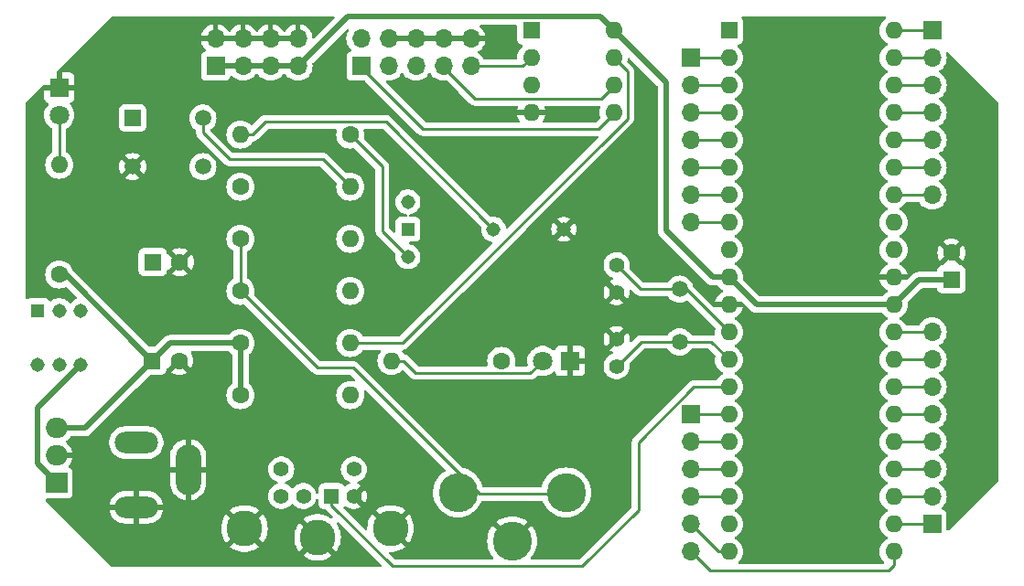
<source format=gbr>
%TF.GenerationSoftware,KiCad,Pcbnew,7.0.10*%
%TF.CreationDate,2024-04-09T23:56:02+02:00*%
%TF.ProjectId,avr-basic-sbc,6176722d-6261-4736-9963-2d7362632e6b,v0.1*%
%TF.SameCoordinates,Original*%
%TF.FileFunction,Copper,L1,Top*%
%TF.FilePolarity,Positive*%
%FSLAX46Y46*%
G04 Gerber Fmt 4.6, Leading zero omitted, Abs format (unit mm)*
G04 Created by KiCad (PCBNEW 7.0.10) date 2024-04-09 23:56:02*
%MOMM*%
%LPD*%
G01*
G04 APERTURE LIST*
%TA.AperFunction,ComponentPad*%
%ADD10C,1.600000*%
%TD*%
%TA.AperFunction,ComponentPad*%
%ADD11O,1.600000X1.600000*%
%TD*%
%TA.AperFunction,ComponentPad*%
%ADD12R,1.398000X1.398000*%
%TD*%
%TA.AperFunction,ComponentPad*%
%ADD13C,1.398000*%
%TD*%
%TA.AperFunction,ComponentPad*%
%ADD14C,3.306000*%
%TD*%
%TA.AperFunction,ComponentPad*%
%ADD15O,2.350000X4.700000*%
%TD*%
%TA.AperFunction,ComponentPad*%
%ADD16O,4.000000X2.000000*%
%TD*%
%TA.AperFunction,ComponentPad*%
%ADD17R,1.508000X1.508000*%
%TD*%
%TA.AperFunction,ComponentPad*%
%ADD18C,1.508000*%
%TD*%
%TA.AperFunction,ComponentPad*%
%ADD19R,2.000000X1.905000*%
%TD*%
%TA.AperFunction,ComponentPad*%
%ADD20O,2.000000X1.905000*%
%TD*%
%TA.AperFunction,ComponentPad*%
%ADD21R,1.800000X1.800000*%
%TD*%
%TA.AperFunction,ComponentPad*%
%ADD22C,1.800000*%
%TD*%
%TA.AperFunction,ComponentPad*%
%ADD23R,1.700000X1.700000*%
%TD*%
%TA.AperFunction,ComponentPad*%
%ADD24O,1.700000X1.700000*%
%TD*%
%TA.AperFunction,ComponentPad*%
%ADD25R,1.600000X1.600000*%
%TD*%
%TA.AperFunction,ComponentPad*%
%ADD26C,1.400000*%
%TD*%
%TA.AperFunction,ComponentPad*%
%ADD27C,1.308000*%
%TD*%
%TA.AperFunction,ComponentPad*%
%ADD28R,1.308000X1.308000*%
%TD*%
%TA.AperFunction,ComponentPad*%
%ADD29C,3.616000*%
%TD*%
%TA.AperFunction,ComponentPad*%
%ADD30C,1.500000*%
%TD*%
%TA.AperFunction,Conductor*%
%ADD31C,0.250000*%
%TD*%
%TA.AperFunction,Conductor*%
%ADD32C,0.500000*%
%TD*%
G04 APERTURE END LIST*
D10*
%TO.P,R7,1*%
%TO.N,Net-(R7-Pad1)*%
X32024000Y-12954000D03*
D11*
%TO.P,R7,2*%
%TO.N,Net-(BZ1-+)*%
X21864000Y-12954000D03*
%TD*%
D10*
%TO.P,R6,1*%
%TO.N,+5V*%
X21864000Y-37084000D03*
D11*
%TO.P,R6,2*%
%TO.N,Net-(U3-~{WP})*%
X32024000Y-37084000D03*
%TD*%
D12*
%TO.P,J2,1*%
%TO.N,Data*%
X30300000Y-46432000D03*
D13*
%TO.P,J2,2*%
%TO.N,unconnected-(J2-Pad2)*%
X27700000Y-46432000D03*
%TO.P,J2,3*%
%TO.N,GND*%
X32350000Y-46432000D03*
%TO.P,J2,4*%
%TO.N,+5V*%
X25650000Y-46432000D03*
%TO.P,J2,5*%
%TO.N,Clock*%
X32350000Y-43942000D03*
%TO.P,J2,6*%
%TO.N,unconnected-(J2-Pad6)*%
X25650000Y-43942000D03*
D14*
%TO.P,J2,S1*%
%TO.N,GND*%
X29000000Y-50242000D03*
%TO.P,J2,S2*%
X22240000Y-49432000D03*
%TO.P,J2,S3*%
X35760000Y-49432000D03*
%TD*%
D10*
%TO.P,R1,1*%
%TO.N,+5V*%
X21864000Y-17780000D03*
D11*
%TO.P,R1,2*%
%TO.N,RESET*%
X32024000Y-17780000D03*
%TD*%
D15*
%TO.P,J1,2*%
%TO.N,GND*%
X17034000Y-43972600D03*
D16*
%TO.P,J1,3*%
X12234000Y-47472600D03*
%TO.P,J1,4*%
%TO.N,/POWER IN*%
X12234000Y-41472600D03*
%TD*%
D17*
%TO.P,S1,1*%
%TO.N,unconnected-(S1-Pad1)*%
X11883000Y-11420500D03*
D18*
%TO.P,S1,2*%
%TO.N,RESET*%
X18383000Y-11420500D03*
%TO.P,S1,3*%
%TO.N,GND*%
X11883000Y-15920500D03*
%TO.P,S1,4*%
%TO.N,unconnected-(S1-Pad4)*%
X18383000Y-15920500D03*
%TD*%
D19*
%TO.P,U2,1,IN*%
%TO.N,/POWER IN 2*%
X4846000Y-45212000D03*
D20*
%TO.P,U2,2,GND*%
%TO.N,GND*%
X4846000Y-42672000D03*
%TO.P,U2,3,OUT*%
%TO.N,+5V*%
X4846000Y-40132000D03*
%TD*%
D21*
%TO.P,D2,1,K*%
%TO.N,GND*%
X52344000Y-33909000D03*
D22*
%TO.P,D2,2,A*%
%TO.N,Net-(D2-A)*%
X49804000Y-33909000D03*
%TD*%
D23*
%TO.P,J7,1,Pin_1*%
%TO.N,Net-(J7-Pin_1)*%
X63500000Y-38862000D03*
D24*
%TO.P,J7,2,Pin_2*%
%TO.N,Net-(J7-Pin_2)*%
X63500000Y-41402000D03*
%TO.P,J7,3,Pin_3*%
%TO.N,Net-(J7-Pin_3)*%
X63500000Y-43942000D03*
%TO.P,J7,4,Pin_4*%
%TO.N,Net-(J7-Pin_4)*%
X63500000Y-46482000D03*
%TO.P,J7,5,Pin_5*%
%TO.N,Net-(J7-Pin_5)*%
X63500000Y-49022000D03*
%TO.P,J7,6,Pin_6*%
%TO.N,Net-(J7-Pin_6)*%
X63500000Y-51562000D03*
%TD*%
D23*
%TO.P,J6,1,Pin_1*%
%TO.N,Net-(J6-Pin_1)*%
X85852000Y-49022000D03*
D24*
%TO.P,J6,2,Pin_2*%
%TO.N,Net-(J6-Pin_2)*%
X85852000Y-46482000D03*
%TO.P,J6,3,Pin_3*%
%TO.N,Net-(J6-Pin_3)*%
X85852000Y-43942000D03*
%TO.P,J6,4,Pin_4*%
%TO.N,Net-(J6-Pin_4)*%
X85852000Y-41402000D03*
%TO.P,J6,5,Pin_5*%
%TO.N,Net-(J6-Pin_5)*%
X85852000Y-38862000D03*
%TO.P,J6,6,Pin_6*%
%TO.N,Net-(J6-Pin_6)*%
X85852000Y-36322000D03*
%TO.P,J6,7,Pin_7*%
%TO.N,Net-(J6-Pin_7)*%
X85852000Y-33782000D03*
%TO.P,J6,8,Pin_8*%
%TO.N,Net-(J6-Pin_8)*%
X85852000Y-31242000D03*
%TD*%
D10*
%TO.P,R3,1*%
%TO.N,Net-(J3-Video)*%
X21864000Y-22606000D03*
D11*
%TO.P,R3,2*%
%TO.N,Video*%
X32024000Y-22606000D03*
%TD*%
D10*
%TO.P,R8,1*%
%TO.N,Net-(J7-Pin_5)*%
X45994000Y-33909000D03*
D11*
%TO.P,R8,2*%
%TO.N,Net-(D2-A)*%
X35834000Y-33909000D03*
%TD*%
D25*
%TO.P,C3,1*%
%TO.N,/POWER IN 2*%
X13744200Y-24765000D03*
D10*
%TO.P,C3,2*%
%TO.N,GND*%
X16244200Y-24765000D03*
%TD*%
D23*
%TO.P,J4,1,Pin_1*%
%TO.N,Net-(J4-Pin_1)*%
X63500000Y-5842000D03*
D24*
%TO.P,J4,2,Pin_2*%
%TO.N,Net-(J4-Pin_2)*%
X63500000Y-8382000D03*
%TO.P,J4,3,Pin_3*%
%TO.N,Net-(J4-Pin_3)*%
X63500000Y-10922000D03*
%TO.P,J4,4,Pin_4*%
%TO.N,~{CS}*%
X63500000Y-13462000D03*
%TO.P,J4,5,Pin_5*%
%TO.N,MOSI*%
X63500000Y-16002000D03*
%TO.P,J4,6,Pin_6*%
%TO.N,MISO*%
X63500000Y-18542000D03*
%TO.P,J4,7,Pin_7*%
%TO.N,SCK*%
X63500000Y-21082000D03*
%TD*%
D25*
%TO.P,C4,1*%
%TO.N,+5V*%
X13696600Y-33909000D03*
D10*
%TO.P,C4,2*%
%TO.N,GND*%
X16196600Y-33909000D03*
%TD*%
D25*
%TO.P,U3,1,~{CS}*%
%TO.N,~{CS}*%
X48768000Y-3302000D03*
D11*
%TO.P,U3,2,MISO*%
%TO.N,MISO*%
X48768000Y-5842000D03*
%TO.P,U3,3,~{WP}*%
%TO.N,Net-(U3-~{WP})*%
X48768000Y-8382000D03*
%TO.P,U3,4,GND*%
%TO.N,GND*%
X48768000Y-10922000D03*
%TO.P,U3,5,MOSI*%
%TO.N,MOSI*%
X56388000Y-10922000D03*
%TO.P,U3,6,SCK*%
%TO.N,SCK*%
X56388000Y-8382000D03*
%TO.P,U3,7,~{HOLD}*%
%TO.N,Net-(U3-~{HOLD})*%
X56388000Y-5842000D03*
%TO.P,U3,8,VCC*%
%TO.N,+5V*%
X56388000Y-3302000D03*
%TD*%
D26*
%TO.P,C2,1*%
%TO.N,Net-(U1-XTAL1)*%
X56662000Y-34397000D03*
%TO.P,C2,2*%
%TO.N,GND*%
X56662000Y-31897000D03*
%TD*%
D10*
%TO.P,R2,1*%
%TO.N,+5V*%
X5100000Y-25908000D03*
D11*
%TO.P,R2,2*%
%TO.N,Net-(D1-A)*%
X5100000Y-15748000D03*
%TD*%
D21*
%TO.P,D1,1,K*%
%TO.N,GND*%
X5100000Y-8600000D03*
D22*
%TO.P,D1,2,A*%
%TO.N,Net-(D1-A)*%
X5100000Y-11140000D03*
%TD*%
D27*
%TO.P,BZ1,1,+*%
%TO.N,Net-(BZ1-+)*%
X45284000Y-21717000D03*
%TO.P,BZ1,2,-*%
%TO.N,GND*%
X51784000Y-21717000D03*
%TD*%
D10*
%TO.P,R5,1*%
%TO.N,+5V*%
X21864000Y-32258000D03*
D11*
%TO.P,R5,2*%
%TO.N,Net-(U3-~{HOLD})*%
X32024000Y-32258000D03*
%TD*%
D25*
%TO.P,U1,1,PB0*%
%TO.N,Clock*%
X67056000Y-3302000D03*
D11*
%TO.P,U1,2,PB1*%
%TO.N,Net-(J4-Pin_1)*%
X67056000Y-5842000D03*
%TO.P,U1,3,PB2*%
%TO.N,Net-(J4-Pin_2)*%
X67056000Y-8382000D03*
%TO.P,U1,4,PB3*%
%TO.N,Net-(J4-Pin_3)*%
X67056000Y-10922000D03*
%TO.P,U1,5,PB4*%
%TO.N,~{CS}*%
X67056000Y-13462000D03*
%TO.P,U1,6,PB5*%
%TO.N,MOSI*%
X67056000Y-16002000D03*
%TO.P,U1,7,PB6*%
%TO.N,MISO*%
X67056000Y-18542000D03*
%TO.P,U1,8,PB7*%
%TO.N,SCK*%
X67056000Y-21082000D03*
%TO.P,U1,9,~{RESET}*%
%TO.N,RESET*%
X67056000Y-23622000D03*
%TO.P,U1,10,VCC*%
%TO.N,+5V*%
X67056000Y-26162000D03*
%TO.P,U1,11,GND*%
%TO.N,GND*%
X67056000Y-28702000D03*
%TO.P,U1,12,XTAL2*%
%TO.N,Net-(U1-XTAL2)*%
X67056000Y-31242000D03*
%TO.P,U1,13,XTAL1*%
%TO.N,Net-(U1-XTAL1)*%
X67056000Y-33782000D03*
%TO.P,U1,14,PD0*%
%TO.N,Data*%
X67056000Y-36322000D03*
%TO.P,U1,15,PD1*%
%TO.N,Net-(J7-Pin_1)*%
X67056000Y-38862000D03*
%TO.P,U1,16,PD2*%
%TO.N,Net-(J7-Pin_2)*%
X67056000Y-41402000D03*
%TO.P,U1,17,PD3*%
%TO.N,Net-(J7-Pin_3)*%
X67056000Y-43942000D03*
%TO.P,U1,18,PD4*%
%TO.N,Net-(J7-Pin_4)*%
X67056000Y-46482000D03*
%TO.P,U1,19,PD5*%
%TO.N,Sync*%
X67056000Y-49022000D03*
%TO.P,U1,20,PD6*%
%TO.N,Net-(J7-Pin_5)*%
X67056000Y-51562000D03*
%TO.P,U1,21,PD7*%
%TO.N,Net-(J7-Pin_6)*%
X82296000Y-51562000D03*
%TO.P,U1,22,PC0*%
%TO.N,Net-(J6-Pin_1)*%
X82296000Y-49022000D03*
%TO.P,U1,23,PC1*%
%TO.N,Net-(J6-Pin_2)*%
X82296000Y-46482000D03*
%TO.P,U1,24,PC2*%
%TO.N,Net-(J6-Pin_3)*%
X82296000Y-43942000D03*
%TO.P,U1,25,PC3*%
%TO.N,Net-(J6-Pin_4)*%
X82296000Y-41402000D03*
%TO.P,U1,26,PC4*%
%TO.N,Net-(J6-Pin_5)*%
X82296000Y-38862000D03*
%TO.P,U1,27,PC5*%
%TO.N,Net-(J6-Pin_6)*%
X82296000Y-36322000D03*
%TO.P,U1,28,PC6*%
%TO.N,Net-(J6-Pin_7)*%
X82296000Y-33782000D03*
%TO.P,U1,29,PC7*%
%TO.N,Net-(J6-Pin_8)*%
X82296000Y-31242000D03*
%TO.P,U1,30,AVCC*%
%TO.N,+5V*%
X82296000Y-28702000D03*
%TO.P,U1,31,GND*%
%TO.N,GND*%
X82296000Y-26162000D03*
%TO.P,U1,32,AREF*%
%TO.N,unconnected-(U1-AREF-Pad32)*%
X82296000Y-23622000D03*
%TO.P,U1,33,PA7*%
%TO.N,Video*%
X82296000Y-21082000D03*
%TO.P,U1,34,PA6*%
%TO.N,Net-(J5-Pin_7)*%
X82296000Y-18542000D03*
%TO.P,U1,35,PA5*%
%TO.N,Net-(J5-Pin_6)*%
X82296000Y-16002000D03*
%TO.P,U1,36,PA4*%
%TO.N,Net-(J5-Pin_5)*%
X82296000Y-13462000D03*
%TO.P,U1,37,PA3*%
%TO.N,Net-(J5-Pin_4)*%
X82296000Y-10922000D03*
%TO.P,U1,38,PA2*%
%TO.N,Net-(J5-Pin_3)*%
X82296000Y-8382000D03*
%TO.P,U1,39,PA1*%
%TO.N,Net-(J5-Pin_2)*%
X82296000Y-5842000D03*
%TO.P,U1,40,PA0*%
%TO.N,Net-(J5-Pin_1)*%
X82296000Y-3302000D03*
%TD*%
D23*
%TO.P,J9,1,Pin_1*%
%TO.N,+5V*%
X19558000Y-6604000D03*
D24*
%TO.P,J9,2,Pin_2*%
%TO.N,GND*%
X19558000Y-4064000D03*
%TO.P,J9,3,Pin_3*%
%TO.N,+5V*%
X22098000Y-6604000D03*
%TO.P,J9,4,Pin_4*%
%TO.N,GND*%
X22098000Y-4064000D03*
%TO.P,J9,5,Pin_5*%
%TO.N,+5V*%
X24638000Y-6604000D03*
%TO.P,J9,6,Pin_6*%
%TO.N,GND*%
X24638000Y-4064000D03*
%TO.P,J9,7,Pin_7*%
%TO.N,+5V*%
X27178000Y-6604000D03*
%TO.P,J9,8,Pin_8*%
%TO.N,GND*%
X27178000Y-4064000D03*
%TD*%
D10*
%TO.P,R4,1*%
%TO.N,Net-(J3-Video)*%
X21864000Y-27432000D03*
D11*
%TO.P,R4,2*%
%TO.N,Sync*%
X32024000Y-27432000D03*
%TD*%
D26*
%TO.P,C1,1*%
%TO.N,Net-(U1-XTAL2)*%
X56662000Y-25039000D03*
%TO.P,C1,2*%
%TO.N,GND*%
X56662000Y-27539000D03*
%TD*%
D28*
%TO.P,S2,1*%
%TO.N,unconnected-(S2-Pad1)*%
X3100000Y-29250000D03*
D27*
%TO.P,S2,2*%
%TO.N,unconnected-(S2-Pad2)*%
X5100000Y-29250000D03*
%TO.P,S2,3*%
%TO.N,unconnected-(S2-Pad3)*%
X7100000Y-29250000D03*
%TO.P,S2,4*%
%TO.N,unconnected-(S2-Pad4)*%
X3100000Y-34250000D03*
%TO.P,S2,5*%
%TO.N,/POWER IN*%
X5100000Y-34250000D03*
%TO.P,S2,6*%
%TO.N,/POWER IN 2*%
X7100000Y-34250000D03*
%TD*%
D25*
%TO.P,C5,1*%
%TO.N,+5V*%
X87650000Y-26376000D03*
D10*
%TO.P,C5,2*%
%TO.N,GND*%
X87650000Y-23876000D03*
%TD*%
D29*
%TO.P,J3,1,Shield*%
%TO.N,GND*%
X47000000Y-50600000D03*
%TO.P,J3,2,Video*%
%TO.N,Net-(J3-Video)*%
X42000000Y-46100000D03*
X52000000Y-46100000D03*
%TD*%
D23*
%TO.P,J5,1,Pin_1*%
%TO.N,Net-(J5-Pin_1)*%
X85852000Y-3302000D03*
D24*
%TO.P,J5,2,Pin_2*%
%TO.N,Net-(J5-Pin_2)*%
X85852000Y-5842000D03*
%TO.P,J5,3,Pin_3*%
%TO.N,Net-(J5-Pin_3)*%
X85852000Y-8382000D03*
%TO.P,J5,4,Pin_4*%
%TO.N,Net-(J5-Pin_4)*%
X85852000Y-10922000D03*
%TO.P,J5,5,Pin_5*%
%TO.N,Net-(J5-Pin_5)*%
X85852000Y-13462000D03*
%TO.P,J5,6,Pin_6*%
%TO.N,Net-(J5-Pin_6)*%
X85852000Y-16002000D03*
%TO.P,J5,7,Pin_7*%
%TO.N,Net-(J5-Pin_7)*%
X85852000Y-18542000D03*
%TD*%
D28*
%TO.P,S3,1*%
%TO.N,Net-(J7-Pin_6)*%
X37358000Y-21717000D03*
D27*
%TO.P,S3,2*%
%TO.N,Net-(R7-Pad1)*%
X37358000Y-24257000D03*
%TO.P,S3,3*%
%TO.N,unconnected-(S3-Pad3)*%
X37358000Y-19177000D03*
%TD*%
D23*
%TO.P,J8,1,Pin_1*%
%TO.N,MOSI*%
X33020000Y-6604000D03*
D24*
%TO.P,J8,2,Pin_2*%
%TO.N,unconnected-(J8-Pin_2-Pad2)*%
X33020000Y-4064000D03*
%TO.P,J8,3,Pin_3*%
%TO.N,unconnected-(J8-Pin_3-Pad3)*%
X35560000Y-6604000D03*
%TO.P,J8,4,Pin_4*%
%TO.N,GND*%
X35560000Y-4064000D03*
%TO.P,J8,5,Pin_5*%
%TO.N,RESET*%
X38100000Y-6604000D03*
%TO.P,J8,6,Pin_6*%
%TO.N,GND*%
X38100000Y-4064000D03*
%TO.P,J8,7,Pin_7*%
%TO.N,SCK*%
X40640000Y-6604000D03*
%TO.P,J8,8,Pin_8*%
%TO.N,GND*%
X40640000Y-4064000D03*
%TO.P,J8,9,Pin_9*%
%TO.N,MISO*%
X43180000Y-6604000D03*
%TO.P,J8,10,Pin_10*%
%TO.N,GND*%
X43180000Y-4064000D03*
%TD*%
D30*
%TO.P,Y1,1,1*%
%TO.N,Net-(U1-XTAL2)*%
X62504000Y-27268000D03*
%TO.P,Y1,2,2*%
%TO.N,Net-(U1-XTAL1)*%
X62504000Y-32148000D03*
%TD*%
D31*
%TO.N,Net-(BZ1-+)*%
X45284000Y-21717000D02*
X35340700Y-11773700D01*
X21864000Y-12954000D02*
X22990900Y-12954000D01*
X24171200Y-11773700D02*
X22990900Y-12954000D01*
X35340700Y-11773700D02*
X24171200Y-11773700D01*
%TO.N,Net-(U1-XTAL2)*%
X58891000Y-27268000D02*
X56662000Y-25039000D01*
X63102000Y-27268000D02*
X62504000Y-27268000D01*
X62504000Y-27268000D02*
X58891000Y-27268000D01*
X67076000Y-31242000D02*
X63102000Y-27268000D01*
%TO.N,Net-(U1-XTAL1)*%
X58942750Y-32148000D02*
X62504000Y-32148000D01*
X56693750Y-34397000D02*
X58942750Y-32148000D01*
X65442000Y-32148000D02*
X67076000Y-33782000D01*
X62504000Y-32148000D02*
X65442000Y-32148000D01*
X56662000Y-34397000D02*
X56693750Y-34397000D01*
D32*
%TO.N,/POWER IN*%
X12234000Y-41472600D02*
X12234000Y-41384000D01*
%TO.N,+5V*%
X84602000Y-26416000D02*
X87356600Y-26416000D01*
X21864000Y-32258000D02*
X15348000Y-32258000D01*
X61234000Y-8148000D02*
X61234000Y-21844000D01*
X27208000Y-6604000D02*
X31780000Y-2032000D01*
X69616000Y-28702000D02*
X82316000Y-28702000D01*
X4846000Y-40132000D02*
X7473600Y-40132000D01*
X56388000Y-3302000D02*
X61234000Y-8148000D01*
X14496400Y-33109200D02*
X13696600Y-33909000D01*
X31780000Y-2032000D02*
X55118000Y-2032000D01*
X21864000Y-32258000D02*
X21864000Y-37084000D01*
X82316000Y-28702000D02*
X84602000Y-26416000D01*
X67076000Y-26162000D02*
X69616000Y-28702000D01*
X61234000Y-21844000D02*
X65552000Y-26162000D01*
X14496800Y-33109200D02*
X14496400Y-33109200D01*
X13697000Y-33909000D02*
X5695600Y-25908000D01*
X65552000Y-26162000D02*
X67076000Y-26162000D01*
X14496800Y-33109200D02*
X13697000Y-33909000D01*
X19588000Y-6604000D02*
X27208000Y-6604000D01*
X55118000Y-2032000D02*
X56388000Y-3302000D01*
X5695600Y-25908000D02*
X5100000Y-25908000D01*
X7473600Y-40132000D02*
X13697000Y-33909000D01*
X15348000Y-32258000D02*
X14496800Y-33109200D01*
D31*
%TO.N,Net-(D1-A)*%
X5100000Y-11171000D02*
X5100000Y-11044000D01*
X5100000Y-15748000D02*
X5100000Y-11171000D01*
X5100000Y-11171000D02*
X5227000Y-11044000D01*
D32*
%TO.N,/POWER IN 2*%
X4846000Y-45212000D02*
X3068000Y-43434000D01*
X3068000Y-43434000D02*
X3068000Y-38282000D01*
X3068000Y-38282000D02*
X7100000Y-34250000D01*
D31*
%TO.N,Data*%
X35899800Y-52917800D02*
X30300000Y-47318000D01*
X58696500Y-47729500D02*
X53508200Y-52917800D01*
X30300000Y-47318000D02*
X30300000Y-46432000D01*
X67076000Y-36322000D02*
X63836300Y-36322000D01*
X63836300Y-36322000D02*
X58696500Y-41461800D01*
X58696500Y-41461800D02*
X58696500Y-47729500D01*
X53508200Y-52917800D02*
X35899800Y-52917800D01*
%TO.N,Net-(J4-Pin_1)*%
X63520000Y-5842000D02*
X67076000Y-5842000D01*
%TO.N,Net-(J4-Pin_2)*%
X63520000Y-8382000D02*
X67076000Y-8382000D01*
%TO.N,Net-(J4-Pin_3)*%
X63520000Y-10922000D02*
X67076000Y-10922000D01*
%TO.N,~{CS}*%
X63520000Y-13462000D02*
X67076000Y-13462000D01*
%TO.N,MOSI*%
X63520000Y-16002000D02*
X67076000Y-16002000D01*
X38755000Y-12446000D02*
X55031000Y-12446000D01*
X32918000Y-6609000D02*
X38755000Y-12446000D01*
X55031000Y-12446000D02*
X56291000Y-11186000D01*
%TO.N,MISO*%
X63520000Y-18542000D02*
X67076000Y-18542000D01*
X48001000Y-6609000D02*
X48768000Y-5842000D01*
X43078000Y-6609000D02*
X48001000Y-6609000D01*
%TO.N,SCK*%
X43581000Y-9652000D02*
X55285000Y-9652000D01*
X55285000Y-9652000D02*
X56291000Y-8646000D01*
X40538000Y-6609000D02*
X43581000Y-9652000D01*
X63520000Y-21082000D02*
X67076000Y-21082000D01*
%TO.N,Net-(J5-Pin_1)*%
X82316000Y-3302000D02*
X85872000Y-3302000D01*
%TO.N,Net-(J5-Pin_2)*%
X82316000Y-5842000D02*
X85872000Y-5842000D01*
%TO.N,Net-(J5-Pin_3)*%
X82316000Y-8382000D02*
X85872000Y-8382000D01*
%TO.N,Net-(J5-Pin_4)*%
X82316000Y-10922000D02*
X85872000Y-10922000D01*
%TO.N,Net-(J5-Pin_5)*%
X82316000Y-13462000D02*
X85872000Y-13462000D01*
%TO.N,Net-(J5-Pin_6)*%
X82316000Y-16002000D02*
X85872000Y-16002000D01*
%TO.N,Net-(J5-Pin_7)*%
X82316000Y-18542000D02*
X85872000Y-18542000D01*
%TO.N,Net-(J6-Pin_1)*%
X82316000Y-49022000D02*
X85872000Y-49022000D01*
%TO.N,Net-(J6-Pin_2)*%
X82316000Y-46482000D02*
X85872000Y-46482000D01*
%TO.N,Net-(J6-Pin_3)*%
X82316000Y-43942000D02*
X85872000Y-43942000D01*
%TO.N,Net-(J6-Pin_4)*%
X82316000Y-41402000D02*
X85872000Y-41402000D01*
%TO.N,Net-(J6-Pin_5)*%
X82316000Y-38862000D02*
X85872000Y-38862000D01*
%TO.N,Net-(J6-Pin_6)*%
X82316000Y-36322000D02*
X85872000Y-36322000D01*
%TO.N,Net-(J6-Pin_7)*%
X82316000Y-33782000D02*
X85872000Y-33782000D01*
%TO.N,Net-(J6-Pin_8)*%
X82316000Y-31242000D02*
X85872000Y-31242000D01*
%TO.N,Net-(J7-Pin_1)*%
X63520000Y-38841600D02*
X63540400Y-38862000D01*
X63540400Y-38862000D02*
X67076000Y-38862000D01*
%TO.N,Net-(J7-Pin_2)*%
X63540400Y-41402000D02*
X67076000Y-41402000D01*
X63520000Y-41381600D02*
X63540400Y-41402000D01*
%TO.N,Net-(J7-Pin_3)*%
X63520000Y-43921600D02*
X63540400Y-43942000D01*
X63540400Y-43942000D02*
X67076000Y-43942000D01*
%TO.N,Net-(J7-Pin_4)*%
X63520000Y-46461600D02*
X63540400Y-46482000D01*
X63540400Y-46482000D02*
X67076000Y-46482000D01*
%TO.N,Net-(J7-Pin_5)*%
X63520000Y-49001600D02*
X63520000Y-49002000D01*
X63520000Y-49002000D02*
X66080000Y-51562000D01*
X66080000Y-51562000D02*
X67076000Y-51562000D01*
%TO.N,Net-(J7-Pin_6)*%
X65318000Y-53340000D02*
X63520000Y-51542000D01*
X63520000Y-51542000D02*
X63520000Y-51541600D01*
X82316000Y-52812000D02*
X81788000Y-53340000D01*
X82316000Y-51562000D02*
X82316000Y-52812000D01*
X81788000Y-53340000D02*
X65318000Y-53340000D01*
%TO.N,RESET*%
X29484000Y-15240000D02*
X32024000Y-17780000D01*
X18383000Y-12775000D02*
X20848000Y-15240000D01*
X18383000Y-11420500D02*
X18383000Y-12775000D01*
X20848000Y-15240000D02*
X29484000Y-15240000D01*
%TO.N,Net-(U3-~{HOLD})*%
X56652000Y-6106000D02*
X56291000Y-6106000D01*
X32024000Y-32258000D02*
X36855300Y-32258000D01*
X57658000Y-11455300D02*
X57658000Y-7112000D01*
X57658000Y-7112000D02*
X56652000Y-6106000D01*
X36855300Y-32258000D02*
X57658000Y-11455300D01*
%TO.N,Net-(R7-Pad1)*%
X37358000Y-24257000D02*
X34996900Y-21895900D01*
X34996900Y-15926900D02*
X32024000Y-12954000D01*
X34996900Y-21895900D02*
X34996900Y-15926900D01*
%TO.N,Net-(D2-A)*%
X35834000Y-33909000D02*
X36960900Y-33909000D01*
X38089200Y-35037300D02*
X36960900Y-33909000D01*
X49804000Y-33909000D02*
X48675700Y-35037300D01*
X48675700Y-35037300D02*
X38089200Y-35037300D01*
%TO.N,Net-(J3-Video)*%
X43981000Y-46247000D02*
X52500000Y-46247000D01*
X32278000Y-34544000D02*
X43981000Y-46247000D01*
X28976000Y-34544000D02*
X32278000Y-34544000D01*
X21864000Y-27432000D02*
X28976000Y-34544000D01*
X21864000Y-22606000D02*
X21864000Y-27432000D01*
%TD*%
%TA.AperFunction,Conductor*%
%TO.N,GND*%
G36*
X30518309Y-2019685D02*
G01*
X30564064Y-2072489D01*
X30574008Y-2141647D01*
X30544983Y-2205203D01*
X30538951Y-2211681D01*
X28733536Y-4017093D01*
X28672213Y-4050578D01*
X28602521Y-4045594D01*
X28546588Y-4003722D01*
X28522327Y-3940219D01*
X28512569Y-3828684D01*
X28512567Y-3828673D01*
X28451433Y-3600516D01*
X28451429Y-3600507D01*
X28351600Y-3386422D01*
X28351599Y-3386420D01*
X28216113Y-3192926D01*
X28216108Y-3192920D01*
X28049082Y-3025894D01*
X27855578Y-2890399D01*
X27641492Y-2790570D01*
X27641486Y-2790567D01*
X27428000Y-2733364D01*
X27428000Y-3628498D01*
X27320315Y-3579320D01*
X27213763Y-3564000D01*
X27142237Y-3564000D01*
X27035685Y-3579320D01*
X26928000Y-3628498D01*
X26928000Y-2733364D01*
X26927999Y-2733364D01*
X26714513Y-2790567D01*
X26714507Y-2790570D01*
X26500422Y-2890399D01*
X26500420Y-2890400D01*
X26306926Y-3025886D01*
X26306920Y-3025891D01*
X26139891Y-3192920D01*
X26139890Y-3192922D01*
X26009575Y-3379031D01*
X25954998Y-3422655D01*
X25885499Y-3429848D01*
X25823145Y-3398326D01*
X25806425Y-3379031D01*
X25676109Y-3192922D01*
X25676108Y-3192920D01*
X25509082Y-3025894D01*
X25315578Y-2890399D01*
X25101492Y-2790570D01*
X25101486Y-2790567D01*
X24888000Y-2733364D01*
X24888000Y-3628498D01*
X24780315Y-3579320D01*
X24673763Y-3564000D01*
X24602237Y-3564000D01*
X24495685Y-3579320D01*
X24388000Y-3628498D01*
X24388000Y-2733364D01*
X24387999Y-2733364D01*
X24174513Y-2790567D01*
X24174507Y-2790570D01*
X23960422Y-2890399D01*
X23960420Y-2890400D01*
X23766926Y-3025886D01*
X23766920Y-3025891D01*
X23599891Y-3192920D01*
X23599890Y-3192922D01*
X23469575Y-3379031D01*
X23414998Y-3422655D01*
X23345499Y-3429848D01*
X23283145Y-3398326D01*
X23266425Y-3379031D01*
X23136109Y-3192922D01*
X23136108Y-3192920D01*
X22969082Y-3025894D01*
X22775578Y-2890399D01*
X22561492Y-2790570D01*
X22561486Y-2790567D01*
X22348000Y-2733364D01*
X22348000Y-3628498D01*
X22240315Y-3579320D01*
X22133763Y-3564000D01*
X22062237Y-3564000D01*
X21955685Y-3579320D01*
X21848000Y-3628498D01*
X21848000Y-2733364D01*
X21847999Y-2733364D01*
X21634513Y-2790567D01*
X21634507Y-2790570D01*
X21420422Y-2890399D01*
X21420420Y-2890400D01*
X21226926Y-3025886D01*
X21226920Y-3025891D01*
X21059891Y-3192920D01*
X21059890Y-3192922D01*
X20929575Y-3379031D01*
X20874998Y-3422655D01*
X20805499Y-3429848D01*
X20743145Y-3398326D01*
X20726425Y-3379031D01*
X20596109Y-3192922D01*
X20596108Y-3192920D01*
X20429082Y-3025894D01*
X20235578Y-2890399D01*
X20021492Y-2790570D01*
X20021486Y-2790567D01*
X19808000Y-2733364D01*
X19808000Y-3628498D01*
X19700315Y-3579320D01*
X19593763Y-3564000D01*
X19522237Y-3564000D01*
X19415685Y-3579320D01*
X19308000Y-3628498D01*
X19308000Y-2733364D01*
X19307999Y-2733364D01*
X19094513Y-2790567D01*
X19094507Y-2790570D01*
X18880422Y-2890399D01*
X18880420Y-2890400D01*
X18686926Y-3025886D01*
X18686920Y-3025891D01*
X18519891Y-3192920D01*
X18519886Y-3192926D01*
X18384400Y-3386420D01*
X18384399Y-3386422D01*
X18284570Y-3600507D01*
X18284567Y-3600513D01*
X18227364Y-3813999D01*
X18227364Y-3814000D01*
X19124314Y-3814000D01*
X19098507Y-3854156D01*
X19058000Y-3992111D01*
X19058000Y-4135889D01*
X19098507Y-4273844D01*
X19124314Y-4314000D01*
X18227364Y-4314000D01*
X18284567Y-4527486D01*
X18284570Y-4527492D01*
X18384399Y-4741578D01*
X18519894Y-4935082D01*
X18641946Y-5057134D01*
X18675431Y-5118457D01*
X18670447Y-5188149D01*
X18628575Y-5244082D01*
X18597598Y-5260997D01*
X18465671Y-5310202D01*
X18465664Y-5310206D01*
X18350455Y-5396452D01*
X18350452Y-5396455D01*
X18264206Y-5511664D01*
X18264202Y-5511671D01*
X18213908Y-5646517D01*
X18207501Y-5706116D01*
X18207500Y-5706135D01*
X18207500Y-7501870D01*
X18207501Y-7501876D01*
X18213908Y-7561483D01*
X18264202Y-7696328D01*
X18264206Y-7696335D01*
X18350452Y-7811544D01*
X18350455Y-7811547D01*
X18465664Y-7897793D01*
X18465671Y-7897797D01*
X18600517Y-7948091D01*
X18600516Y-7948091D01*
X18607444Y-7948835D01*
X18660127Y-7954500D01*
X20455872Y-7954499D01*
X20515483Y-7948091D01*
X20650331Y-7897796D01*
X20765546Y-7811546D01*
X20851796Y-7696331D01*
X20900810Y-7564916D01*
X20942681Y-7508984D01*
X21008145Y-7484566D01*
X21076418Y-7499417D01*
X21104673Y-7520569D01*
X21226599Y-7642495D01*
X21313899Y-7703623D01*
X21420165Y-7778032D01*
X21420167Y-7778033D01*
X21420170Y-7778035D01*
X21634337Y-7877903D01*
X21862592Y-7939063D01*
X22039034Y-7954500D01*
X22097999Y-7959659D01*
X22098000Y-7959659D01*
X22098001Y-7959659D01*
X22156966Y-7954500D01*
X22333408Y-7939063D01*
X22561663Y-7877903D01*
X22775830Y-7778035D01*
X22969401Y-7642495D01*
X23136495Y-7475401D01*
X23184127Y-7407376D01*
X23238704Y-7363751D01*
X23285701Y-7354500D01*
X23450299Y-7354500D01*
X23517338Y-7374185D01*
X23551873Y-7407376D01*
X23599505Y-7475401D01*
X23766599Y-7642495D01*
X23853899Y-7703623D01*
X23960165Y-7778032D01*
X23960167Y-7778033D01*
X23960170Y-7778035D01*
X24174337Y-7877903D01*
X24402592Y-7939063D01*
X24579034Y-7954500D01*
X24637999Y-7959659D01*
X24638000Y-7959659D01*
X24638001Y-7959659D01*
X24696966Y-7954500D01*
X24873408Y-7939063D01*
X25101663Y-7877903D01*
X25315830Y-7778035D01*
X25509401Y-7642495D01*
X25676495Y-7475401D01*
X25724127Y-7407376D01*
X25778704Y-7363751D01*
X25825701Y-7354500D01*
X25990299Y-7354500D01*
X26057338Y-7374185D01*
X26091873Y-7407376D01*
X26139505Y-7475401D01*
X26306599Y-7642495D01*
X26393899Y-7703623D01*
X26500165Y-7778032D01*
X26500167Y-7778033D01*
X26500170Y-7778035D01*
X26714337Y-7877903D01*
X26942592Y-7939063D01*
X27119034Y-7954500D01*
X27177999Y-7959659D01*
X27178000Y-7959659D01*
X27178001Y-7959659D01*
X27236966Y-7954500D01*
X27413408Y-7939063D01*
X27641663Y-7877903D01*
X27855830Y-7778035D01*
X28049401Y-7642495D01*
X28216495Y-7475401D01*
X28352035Y-7281830D01*
X28451903Y-7067663D01*
X28513063Y-6839408D01*
X28533659Y-6604000D01*
X28517435Y-6418569D01*
X28531201Y-6350073D01*
X28553279Y-6320087D01*
X31681721Y-3191645D01*
X31743042Y-3158162D01*
X31812734Y-3163146D01*
X31868667Y-3205018D01*
X31893084Y-3270482D01*
X31878232Y-3338755D01*
X31870976Y-3350450D01*
X31845964Y-3386171D01*
X31746098Y-3600335D01*
X31746094Y-3600344D01*
X31684938Y-3828586D01*
X31684936Y-3828596D01*
X31664341Y-4063999D01*
X31664341Y-4064000D01*
X31684936Y-4299403D01*
X31684938Y-4299413D01*
X31746094Y-4527655D01*
X31746096Y-4527659D01*
X31746097Y-4527663D01*
X31826762Y-4700650D01*
X31845965Y-4741830D01*
X31845967Y-4741834D01*
X31916074Y-4841956D01*
X31981501Y-4935396D01*
X31981506Y-4935402D01*
X32103430Y-5057326D01*
X32136915Y-5118649D01*
X32131931Y-5188341D01*
X32090059Y-5244274D01*
X32059083Y-5261189D01*
X31927669Y-5310203D01*
X31927664Y-5310206D01*
X31812455Y-5396452D01*
X31812452Y-5396455D01*
X31726206Y-5511664D01*
X31726202Y-5511671D01*
X31675908Y-5646517D01*
X31669501Y-5706116D01*
X31669500Y-5706135D01*
X31669500Y-7501870D01*
X31669501Y-7501876D01*
X31675908Y-7561483D01*
X31726202Y-7696328D01*
X31726206Y-7696335D01*
X31812452Y-7811544D01*
X31812455Y-7811547D01*
X31927664Y-7897793D01*
X31927671Y-7897797D01*
X32062517Y-7948091D01*
X32062516Y-7948091D01*
X32069444Y-7948835D01*
X32122127Y-7954500D01*
X33327547Y-7954499D01*
X33394586Y-7974184D01*
X33415228Y-7990818D01*
X38254194Y-12829784D01*
X38264019Y-12842048D01*
X38264240Y-12841866D01*
X38269210Y-12847874D01*
X38318239Y-12893915D01*
X38321036Y-12896626D01*
X38340530Y-12916120D01*
X38343695Y-12918575D01*
X38352571Y-12926156D01*
X38384418Y-12956062D01*
X38384422Y-12956064D01*
X38401973Y-12965713D01*
X38418231Y-12976392D01*
X38434064Y-12988674D01*
X38463238Y-13001298D01*
X38474155Y-13006022D01*
X38484635Y-13011155D01*
X38522908Y-13032197D01*
X38542312Y-13037179D01*
X38560710Y-13043478D01*
X38579105Y-13051438D01*
X38622254Y-13058271D01*
X38633680Y-13060638D01*
X38675981Y-13071500D01*
X38696016Y-13071500D01*
X38715413Y-13073026D01*
X38735196Y-13076160D01*
X38778675Y-13072050D01*
X38790344Y-13071500D01*
X54857846Y-13071500D01*
X54924885Y-13091185D01*
X54970640Y-13143989D01*
X54980584Y-13213147D01*
X54951559Y-13276703D01*
X54945527Y-13283181D01*
X46636014Y-21592693D01*
X46574691Y-21626178D01*
X46504999Y-21621194D01*
X46449066Y-21579322D01*
X46424862Y-21516451D01*
X46423704Y-21503953D01*
X46423703Y-21503949D01*
X46365153Y-21298164D01*
X46365150Y-21298158D01*
X46269781Y-21106630D01*
X46140841Y-20935886D01*
X45982722Y-20791742D01*
X45982716Y-20791738D01*
X45982713Y-20791736D01*
X45800813Y-20679108D01*
X45800807Y-20679106D01*
X45796814Y-20677559D01*
X45601297Y-20601815D01*
X45390980Y-20562500D01*
X45177020Y-20562500D01*
X45145967Y-20568304D01*
X45103997Y-20576150D01*
X45034482Y-20569118D01*
X44993532Y-20541942D01*
X40426287Y-15974697D01*
X35841503Y-11389912D01*
X35831680Y-11377650D01*
X35831459Y-11377834D01*
X35826486Y-11371822D01*
X35777476Y-11325799D01*
X35774677Y-11323086D01*
X35755177Y-11303585D01*
X35755171Y-11303580D01*
X35751986Y-11301109D01*
X35743134Y-11293548D01*
X35711282Y-11263638D01*
X35711280Y-11263636D01*
X35711277Y-11263635D01*
X35693729Y-11253988D01*
X35677463Y-11243304D01*
X35661632Y-11231024D01*
X35621549Y-11213678D01*
X35611063Y-11208541D01*
X35572794Y-11187503D01*
X35572792Y-11187502D01*
X35553393Y-11182522D01*
X35534981Y-11176218D01*
X35516598Y-11168262D01*
X35516592Y-11168260D01*
X35473460Y-11161429D01*
X35462022Y-11159061D01*
X35419720Y-11148200D01*
X35419719Y-11148200D01*
X35399684Y-11148200D01*
X35380286Y-11146673D01*
X35372862Y-11145497D01*
X35360505Y-11143540D01*
X35360504Y-11143540D01*
X35317025Y-11147650D01*
X35305356Y-11148200D01*
X24253937Y-11148200D01*
X24238320Y-11146476D01*
X24238293Y-11146762D01*
X24230531Y-11146027D01*
X24163344Y-11148139D01*
X24159450Y-11148200D01*
X24131850Y-11148200D01*
X24128162Y-11148665D01*
X24127849Y-11148705D01*
X24116231Y-11149618D01*
X24072573Y-11150990D01*
X24072572Y-11150990D01*
X24053329Y-11156581D01*
X24034279Y-11160525D01*
X24014411Y-11163034D01*
X24014410Y-11163035D01*
X23973800Y-11179113D01*
X23962753Y-11182895D01*
X23920810Y-11195081D01*
X23920809Y-11195082D01*
X23903567Y-11205279D01*
X23886099Y-11213837D01*
X23867469Y-11221213D01*
X23867466Y-11221215D01*
X23832139Y-11246881D01*
X23822380Y-11253292D01*
X23784779Y-11275530D01*
X23770608Y-11289700D01*
X23755823Y-11302328D01*
X23739612Y-11314107D01*
X23711771Y-11347759D01*
X23703911Y-11356396D01*
X22992428Y-12067879D01*
X22931105Y-12101364D01*
X22861413Y-12096380D01*
X22817066Y-12067879D01*
X22703141Y-11953954D01*
X22516734Y-11823432D01*
X22516732Y-11823431D01*
X22310497Y-11727261D01*
X22310488Y-11727258D01*
X22090697Y-11668366D01*
X22090693Y-11668365D01*
X22090692Y-11668365D01*
X22090691Y-11668364D01*
X22090686Y-11668364D01*
X21864002Y-11648532D01*
X21863998Y-11648532D01*
X21637313Y-11668364D01*
X21637302Y-11668366D01*
X21417511Y-11727258D01*
X21417502Y-11727261D01*
X21211267Y-11823431D01*
X21211265Y-11823432D01*
X21024858Y-11953954D01*
X20863954Y-12114858D01*
X20733432Y-12301265D01*
X20733431Y-12301267D01*
X20637261Y-12507502D01*
X20637258Y-12507511D01*
X20578366Y-12727302D01*
X20578364Y-12727313D01*
X20558532Y-12953998D01*
X20558532Y-12954001D01*
X20578364Y-13180686D01*
X20578366Y-13180697D01*
X20637258Y-13400488D01*
X20637261Y-13400497D01*
X20733431Y-13606732D01*
X20733432Y-13606734D01*
X20863954Y-13793141D01*
X21024858Y-13954045D01*
X21024861Y-13954047D01*
X21211266Y-14084568D01*
X21417504Y-14180739D01*
X21637308Y-14239635D01*
X21794791Y-14253413D01*
X21863998Y-14259468D01*
X21864000Y-14259468D01*
X21864002Y-14259468D01*
X21920673Y-14254509D01*
X22090692Y-14239635D01*
X22310496Y-14180739D01*
X22516734Y-14084568D01*
X22703139Y-13954047D01*
X22864047Y-13793139D01*
X22978312Y-13629949D01*
X23032888Y-13586325D01*
X23075993Y-13577134D01*
X23089527Y-13576709D01*
X23108769Y-13571117D01*
X23127812Y-13567174D01*
X23147692Y-13564664D01*
X23188301Y-13548585D01*
X23199344Y-13544803D01*
X23241290Y-13532618D01*
X23258529Y-13522422D01*
X23276003Y-13513862D01*
X23294627Y-13506488D01*
X23294627Y-13506487D01*
X23294632Y-13506486D01*
X23329983Y-13480800D01*
X23339714Y-13474408D01*
X23377320Y-13452170D01*
X23391489Y-13437999D01*
X23406279Y-13425368D01*
X23422487Y-13413594D01*
X23450338Y-13379926D01*
X23458179Y-13371309D01*
X24393972Y-12435519D01*
X24455295Y-12402034D01*
X24481653Y-12399200D01*
X30664681Y-12399200D01*
X30731720Y-12418885D01*
X30777475Y-12471689D01*
X30787419Y-12540847D01*
X30784456Y-12555293D01*
X30738366Y-12727302D01*
X30738364Y-12727313D01*
X30718532Y-12953998D01*
X30718532Y-12954001D01*
X30738364Y-13180686D01*
X30738366Y-13180697D01*
X30797258Y-13400488D01*
X30797261Y-13400497D01*
X30893431Y-13606732D01*
X30893432Y-13606734D01*
X31023954Y-13793141D01*
X31184858Y-13954045D01*
X31184861Y-13954047D01*
X31371266Y-14084568D01*
X31577504Y-14180739D01*
X31797308Y-14239635D01*
X31954791Y-14253413D01*
X32023998Y-14259468D01*
X32024000Y-14259468D01*
X32024002Y-14259468D01*
X32080673Y-14254509D01*
X32250692Y-14239635D01*
X32319048Y-14221319D01*
X32388897Y-14222982D01*
X32438822Y-14253413D01*
X34335081Y-16149671D01*
X34368566Y-16210994D01*
X34371400Y-16237352D01*
X34371400Y-21813155D01*
X34369675Y-21828772D01*
X34369961Y-21828799D01*
X34369226Y-21836565D01*
X34371339Y-21903772D01*
X34371400Y-21907667D01*
X34371400Y-21935257D01*
X34371903Y-21939235D01*
X34372818Y-21950867D01*
X34374190Y-21994524D01*
X34375005Y-21997331D01*
X34379780Y-22013767D01*
X34383724Y-22032811D01*
X34384795Y-22041285D01*
X34386236Y-22052692D01*
X34402314Y-22093303D01*
X34406097Y-22104352D01*
X34415245Y-22135840D01*
X34418282Y-22146290D01*
X34428361Y-22163334D01*
X34428480Y-22163534D01*
X34437038Y-22181003D01*
X34444414Y-22199632D01*
X34470081Y-22234960D01*
X34476493Y-22244721D01*
X34498728Y-22282317D01*
X34498733Y-22282324D01*
X34512890Y-22296480D01*
X34525528Y-22311276D01*
X34534891Y-22324164D01*
X34537306Y-22327487D01*
X34566937Y-22352000D01*
X34570957Y-22355325D01*
X34579598Y-22363188D01*
X36180702Y-23964292D01*
X36214187Y-24025615D01*
X36216492Y-24063414D01*
X36198554Y-24256999D01*
X36198554Y-24257000D01*
X36218295Y-24470047D01*
X36218296Y-24470050D01*
X36276846Y-24675835D01*
X36276849Y-24675841D01*
X36351515Y-24825791D01*
X36372219Y-24867370D01*
X36501159Y-25038114D01*
X36659278Y-25182258D01*
X36659283Y-25182261D01*
X36659286Y-25182263D01*
X36841186Y-25294891D01*
X36841187Y-25294891D01*
X36841190Y-25294893D01*
X37040703Y-25372185D01*
X37251020Y-25411500D01*
X37251022Y-25411500D01*
X37464978Y-25411500D01*
X37464980Y-25411500D01*
X37675297Y-25372185D01*
X37874810Y-25294893D01*
X38056722Y-25182258D01*
X38214841Y-25038114D01*
X38343781Y-24867370D01*
X38439151Y-24675840D01*
X38439151Y-24675837D01*
X38439153Y-24675835D01*
X38481079Y-24528478D01*
X38497704Y-24470048D01*
X38517446Y-24257000D01*
X38503138Y-24102599D01*
X38497704Y-24043952D01*
X38497703Y-24043949D01*
X38439153Y-23838164D01*
X38439150Y-23838158D01*
X38394888Y-23749267D01*
X38343781Y-23646630D01*
X38214841Y-23475886D01*
X38056722Y-23331742D01*
X38056716Y-23331738D01*
X38056713Y-23331736D01*
X37874813Y-23219108D01*
X37874807Y-23219106D01*
X37675297Y-23141815D01*
X37544619Y-23117387D01*
X37482340Y-23085720D01*
X37447067Y-23025407D01*
X37450001Y-22955599D01*
X37490210Y-22898459D01*
X37554928Y-22872128D01*
X37567406Y-22871499D01*
X38059871Y-22871499D01*
X38059872Y-22871499D01*
X38119483Y-22865091D01*
X38254331Y-22814796D01*
X38369546Y-22728546D01*
X38455796Y-22613331D01*
X38506091Y-22478483D01*
X38512500Y-22418873D01*
X38512499Y-21015128D01*
X38506091Y-20955517D01*
X38498769Y-20935887D01*
X38455797Y-20820671D01*
X38455793Y-20820664D01*
X38369547Y-20705455D01*
X38369544Y-20705452D01*
X38254335Y-20619206D01*
X38254328Y-20619202D01*
X38119482Y-20568908D01*
X38119483Y-20568908D01*
X38059883Y-20562501D01*
X38059881Y-20562500D01*
X38059873Y-20562500D01*
X38059865Y-20562500D01*
X37567409Y-20562500D01*
X37500370Y-20542815D01*
X37454615Y-20490011D01*
X37444671Y-20420853D01*
X37473696Y-20357297D01*
X37532474Y-20319523D01*
X37544605Y-20316615D01*
X37675297Y-20292185D01*
X37874810Y-20214893D01*
X38056722Y-20102258D01*
X38214841Y-19958114D01*
X38343781Y-19787370D01*
X38439151Y-19595840D01*
X38439151Y-19595837D01*
X38439153Y-19595835D01*
X38497703Y-19390050D01*
X38497704Y-19390047D01*
X38498530Y-19381139D01*
X38517446Y-19177000D01*
X38497704Y-18963952D01*
X38482515Y-18910567D01*
X38439153Y-18758164D01*
X38439150Y-18758158D01*
X38369927Y-18619139D01*
X38343781Y-18566630D01*
X38214841Y-18395886D01*
X38056722Y-18251742D01*
X38056716Y-18251738D01*
X38056713Y-18251736D01*
X37874813Y-18139108D01*
X37874807Y-18139106D01*
X37870814Y-18137559D01*
X37675297Y-18061815D01*
X37464980Y-18022500D01*
X37251020Y-18022500D01*
X37040703Y-18061815D01*
X36914533Y-18110693D01*
X36841192Y-18139106D01*
X36841186Y-18139108D01*
X36659286Y-18251736D01*
X36659283Y-18251738D01*
X36659279Y-18251740D01*
X36659278Y-18251742D01*
X36589544Y-18315313D01*
X36501158Y-18395887D01*
X36372219Y-18566629D01*
X36276849Y-18758158D01*
X36276846Y-18758164D01*
X36218296Y-18963949D01*
X36218295Y-18963952D01*
X36198554Y-19176999D01*
X36198554Y-19177000D01*
X36218295Y-19390047D01*
X36218296Y-19390050D01*
X36276846Y-19595835D01*
X36276849Y-19595841D01*
X36342231Y-19727145D01*
X36372219Y-19787370D01*
X36501159Y-19958114D01*
X36659278Y-20102258D01*
X36659283Y-20102261D01*
X36659286Y-20102263D01*
X36841186Y-20214891D01*
X36841187Y-20214891D01*
X36841190Y-20214893D01*
X37040703Y-20292185D01*
X37171379Y-20316612D01*
X37233657Y-20348279D01*
X37268930Y-20408591D01*
X37265996Y-20478399D01*
X37225788Y-20535540D01*
X37161069Y-20561871D01*
X37148591Y-20562500D01*
X36656129Y-20562500D01*
X36656123Y-20562501D01*
X36596516Y-20568908D01*
X36461671Y-20619202D01*
X36461664Y-20619206D01*
X36346455Y-20705452D01*
X36346452Y-20705455D01*
X36260206Y-20820664D01*
X36260202Y-20820671D01*
X36209908Y-20955517D01*
X36203501Y-21015116D01*
X36203501Y-21015123D01*
X36203500Y-21015135D01*
X36203500Y-21918547D01*
X36183815Y-21985586D01*
X36131011Y-22031341D01*
X36061853Y-22041285D01*
X35998297Y-22012260D01*
X35991819Y-22006228D01*
X35658719Y-21673128D01*
X35625234Y-21611805D01*
X35622400Y-21585447D01*
X35622400Y-16009637D01*
X35624124Y-15994023D01*
X35623838Y-15993996D01*
X35624572Y-15986233D01*
X35622461Y-15919043D01*
X35622400Y-15915149D01*
X35622400Y-15887551D01*
X35622400Y-15887550D01*
X35621897Y-15883570D01*
X35620980Y-15871921D01*
X35620826Y-15867027D01*
X35619609Y-15828272D01*
X35614020Y-15809037D01*
X35610074Y-15789984D01*
X35607564Y-15770108D01*
X35591478Y-15729481D01*
X35587703Y-15718454D01*
X35575517Y-15676510D01*
X35565321Y-15659269D01*
X35556760Y-15641793D01*
X35554487Y-15636051D01*
X35549386Y-15623168D01*
X35523709Y-15587826D01*
X35517312Y-15578090D01*
X35495070Y-15540479D01*
X35495067Y-15540476D01*
X35495065Y-15540473D01*
X35480905Y-15526313D01*
X35468270Y-15511520D01*
X35458882Y-15498600D01*
X35456494Y-15495313D01*
X35456493Y-15495312D01*
X35422845Y-15467476D01*
X35414204Y-15459613D01*
X33323413Y-13368822D01*
X33289928Y-13307499D01*
X33291319Y-13249048D01*
X33293130Y-13242288D01*
X33309635Y-13180692D01*
X33329041Y-12958879D01*
X33329468Y-12954001D01*
X33329468Y-12953998D01*
X33319673Y-12842048D01*
X33309635Y-12727308D01*
X33263544Y-12555293D01*
X33265207Y-12485443D01*
X33304370Y-12427581D01*
X33368598Y-12400077D01*
X33383319Y-12399200D01*
X35030248Y-12399200D01*
X35097287Y-12418885D01*
X35117929Y-12435519D01*
X44106702Y-21424292D01*
X44140187Y-21485615D01*
X44142492Y-21523414D01*
X44124554Y-21716999D01*
X44124554Y-21717000D01*
X44144295Y-21930047D01*
X44144296Y-21930050D01*
X44202846Y-22135835D01*
X44202849Y-22135841D01*
X44275785Y-22282317D01*
X44298219Y-22327370D01*
X44427159Y-22498114D01*
X44585278Y-22642258D01*
X44585283Y-22642261D01*
X44585286Y-22642263D01*
X44767186Y-22754891D01*
X44767187Y-22754891D01*
X44767190Y-22754893D01*
X44966703Y-22832185D01*
X45097593Y-22856652D01*
X45159872Y-22888319D01*
X45195145Y-22948631D01*
X45192212Y-23018439D01*
X45162487Y-23066221D01*
X36632528Y-31596181D01*
X36571205Y-31629666D01*
X36544847Y-31632500D01*
X33238188Y-31632500D01*
X33171149Y-31612815D01*
X33136613Y-31579623D01*
X33024045Y-31418858D01*
X32863141Y-31257954D01*
X32676734Y-31127432D01*
X32676732Y-31127431D01*
X32470497Y-31031261D01*
X32470488Y-31031258D01*
X32250697Y-30972366D01*
X32250693Y-30972365D01*
X32250692Y-30972365D01*
X32250691Y-30972364D01*
X32250686Y-30972364D01*
X32024002Y-30952532D01*
X32023998Y-30952532D01*
X31797313Y-30972364D01*
X31797302Y-30972366D01*
X31577511Y-31031258D01*
X31577502Y-31031261D01*
X31371267Y-31127431D01*
X31371265Y-31127432D01*
X31184858Y-31257954D01*
X31023954Y-31418858D01*
X30893432Y-31605265D01*
X30893431Y-31605267D01*
X30797261Y-31811502D01*
X30797258Y-31811511D01*
X30738366Y-32031302D01*
X30738364Y-32031313D01*
X30718532Y-32257998D01*
X30718532Y-32258001D01*
X30738364Y-32484686D01*
X30738366Y-32484697D01*
X30797258Y-32704488D01*
X30797261Y-32704497D01*
X30893431Y-32910732D01*
X30893432Y-32910734D01*
X31023954Y-33097141D01*
X31184858Y-33258045D01*
X31184861Y-33258047D01*
X31371266Y-33388568D01*
X31577504Y-33484739D01*
X31797308Y-33543635D01*
X31959230Y-33557801D01*
X32023998Y-33563468D01*
X32024000Y-33563468D01*
X32024002Y-33563468D01*
X32080673Y-33558509D01*
X32250692Y-33543635D01*
X32470496Y-33484739D01*
X32676734Y-33388568D01*
X32863139Y-33258047D01*
X33024047Y-33097139D01*
X33119263Y-32961155D01*
X33136613Y-32936377D01*
X33191189Y-32892752D01*
X33238188Y-32883500D01*
X34726242Y-32883500D01*
X34793281Y-32903185D01*
X34839036Y-32955989D01*
X34848980Y-33025147D01*
X34827817Y-33078623D01*
X34703432Y-33256265D01*
X34703431Y-33256267D01*
X34607261Y-33462502D01*
X34607258Y-33462511D01*
X34548366Y-33682302D01*
X34548364Y-33682313D01*
X34528532Y-33908998D01*
X34528532Y-33909001D01*
X34548364Y-34135686D01*
X34548366Y-34135697D01*
X34607258Y-34355488D01*
X34607261Y-34355497D01*
X34703431Y-34561732D01*
X34703432Y-34561734D01*
X34833954Y-34748141D01*
X34994858Y-34909045D01*
X34999892Y-34912570D01*
X35181266Y-35039568D01*
X35387504Y-35135739D01*
X35607308Y-35194635D01*
X35769230Y-35208801D01*
X35833998Y-35214468D01*
X35834000Y-35214468D01*
X35834002Y-35214468D01*
X35893802Y-35209236D01*
X36060692Y-35194635D01*
X36280496Y-35135739D01*
X36486734Y-35039568D01*
X36673139Y-34909047D01*
X36725359Y-34856827D01*
X36787067Y-34795120D01*
X36848390Y-34761635D01*
X36918082Y-34766619D01*
X36962429Y-34795120D01*
X37588397Y-35421088D01*
X37598222Y-35433351D01*
X37598443Y-35433169D01*
X37603411Y-35439174D01*
X37652422Y-35485199D01*
X37655221Y-35487912D01*
X37674722Y-35507414D01*
X37674726Y-35507417D01*
X37674729Y-35507420D01*
X37677902Y-35509881D01*
X37686774Y-35517459D01*
X37718618Y-35547362D01*
X37736176Y-35557014D01*
X37752435Y-35567695D01*
X37768264Y-35579973D01*
X37808355Y-35597321D01*
X37818826Y-35602451D01*
X37841380Y-35614850D01*
X37857102Y-35623494D01*
X37857104Y-35623495D01*
X37857108Y-35623497D01*
X37876516Y-35628480D01*
X37894919Y-35634781D01*
X37913301Y-35642736D01*
X37913302Y-35642736D01*
X37913304Y-35642737D01*
X37956450Y-35649570D01*
X37967872Y-35651936D01*
X38010181Y-35662800D01*
X38030216Y-35662800D01*
X38049614Y-35664326D01*
X38069394Y-35667459D01*
X38069395Y-35667460D01*
X38069395Y-35667459D01*
X38069396Y-35667460D01*
X38112875Y-35663350D01*
X38124544Y-35662800D01*
X48592957Y-35662800D01*
X48608577Y-35664524D01*
X48608604Y-35664239D01*
X48616360Y-35664971D01*
X48616367Y-35664973D01*
X48683573Y-35662861D01*
X48687468Y-35662800D01*
X48715046Y-35662800D01*
X48715050Y-35662800D01*
X48719024Y-35662297D01*
X48730663Y-35661380D01*
X48774327Y-35660009D01*
X48793569Y-35654417D01*
X48812612Y-35650474D01*
X48832492Y-35647964D01*
X48873101Y-35631885D01*
X48884144Y-35628103D01*
X48926090Y-35615918D01*
X48943329Y-35605722D01*
X48960803Y-35597162D01*
X48979427Y-35589788D01*
X48979427Y-35589787D01*
X48979432Y-35589786D01*
X49014783Y-35564100D01*
X49024514Y-35557708D01*
X49062120Y-35535470D01*
X49076289Y-35521299D01*
X49091079Y-35508668D01*
X49107287Y-35496894D01*
X49135138Y-35463226D01*
X49142979Y-35454609D01*
X49305480Y-35292108D01*
X49366801Y-35258625D01*
X49433420Y-35262509D01*
X49459019Y-35271298D01*
X49687951Y-35309500D01*
X49687952Y-35309500D01*
X49920048Y-35309500D01*
X49920049Y-35309500D01*
X50148981Y-35271298D01*
X50368503Y-35195936D01*
X50572626Y-35085470D01*
X50580830Y-35079085D01*
X50644537Y-35029500D01*
X50755784Y-34942913D01*
X50764511Y-34933432D01*
X50824394Y-34897441D01*
X50894232Y-34899538D01*
X50951850Y-34939060D01*
X50971924Y-34974080D01*
X51000645Y-35051086D01*
X51000649Y-35051093D01*
X51086809Y-35166187D01*
X51086812Y-35166190D01*
X51201906Y-35252350D01*
X51201913Y-35252354D01*
X51336620Y-35302596D01*
X51336627Y-35302598D01*
X51396155Y-35308999D01*
X51396172Y-35309000D01*
X52094000Y-35309000D01*
X52094000Y-34283189D01*
X52146547Y-34319016D01*
X52276173Y-34359000D01*
X52377724Y-34359000D01*
X52478138Y-34343865D01*
X52594000Y-34288068D01*
X52594000Y-35309000D01*
X53291828Y-35309000D01*
X53291844Y-35308999D01*
X53351372Y-35302598D01*
X53351379Y-35302596D01*
X53486086Y-35252354D01*
X53486093Y-35252350D01*
X53601187Y-35166190D01*
X53601190Y-35166187D01*
X53687350Y-35051093D01*
X53687354Y-35051086D01*
X53737596Y-34916379D01*
X53737598Y-34916372D01*
X53743999Y-34856844D01*
X53744000Y-34856827D01*
X53744000Y-34159000D01*
X52719278Y-34159000D01*
X52767625Y-34075260D01*
X52797810Y-33943008D01*
X52787673Y-33807735D01*
X52738113Y-33681459D01*
X52720203Y-33659000D01*
X53744000Y-33659000D01*
X53744000Y-32961172D01*
X53743999Y-32961155D01*
X53737598Y-32901627D01*
X53737596Y-32901620D01*
X53687354Y-32766913D01*
X53687350Y-32766906D01*
X53601190Y-32651812D01*
X53601187Y-32651809D01*
X53486093Y-32565649D01*
X53486086Y-32565645D01*
X53351379Y-32515403D01*
X53351372Y-32515401D01*
X53291844Y-32509000D01*
X52594000Y-32509000D01*
X52594000Y-33534810D01*
X52541453Y-33498984D01*
X52411827Y-33459000D01*
X52310276Y-33459000D01*
X52209862Y-33474135D01*
X52094000Y-33529931D01*
X52094000Y-32509000D01*
X51396155Y-32509000D01*
X51336627Y-32515401D01*
X51336620Y-32515403D01*
X51201913Y-32565645D01*
X51201906Y-32565649D01*
X51086812Y-32651809D01*
X51086809Y-32651812D01*
X51000649Y-32766906D01*
X51000646Y-32766911D01*
X50971924Y-32843920D01*
X50930052Y-32899853D01*
X50864588Y-32924270D01*
X50796315Y-32909418D01*
X50764514Y-32884571D01*
X50755784Y-32875087D01*
X50755779Y-32875083D01*
X50755777Y-32875081D01*
X50572634Y-32732535D01*
X50572628Y-32732531D01*
X50368504Y-32622064D01*
X50368495Y-32622061D01*
X50148984Y-32546702D01*
X49961404Y-32515401D01*
X49920049Y-32508500D01*
X49687951Y-32508500D01*
X49666977Y-32512000D01*
X49459015Y-32546702D01*
X49239504Y-32622061D01*
X49239495Y-32622064D01*
X49035371Y-32732531D01*
X49035365Y-32732535D01*
X48852222Y-32875081D01*
X48852219Y-32875084D01*
X48852216Y-32875086D01*
X48852216Y-32875087D01*
X48827791Y-32901620D01*
X48695016Y-33045852D01*
X48568075Y-33240151D01*
X48474842Y-33452699D01*
X48417866Y-33677691D01*
X48417864Y-33677702D01*
X48398700Y-33908993D01*
X48398700Y-33909006D01*
X48417865Y-34140301D01*
X48447508Y-34257360D01*
X48444882Y-34327181D01*
X48404926Y-34384498D01*
X48340325Y-34411114D01*
X48327302Y-34411800D01*
X47367252Y-34411800D01*
X47300213Y-34392115D01*
X47254458Y-34339311D01*
X47244514Y-34270153D01*
X47247475Y-34255714D01*
X47279635Y-34135692D01*
X47298685Y-33917950D01*
X47299468Y-33909001D01*
X47299468Y-33908998D01*
X47284922Y-33742740D01*
X47279635Y-33682308D01*
X47220739Y-33462504D01*
X47124568Y-33256266D01*
X47017687Y-33103623D01*
X46994045Y-33069858D01*
X46833141Y-32908954D01*
X46646734Y-32778432D01*
X46646732Y-32778431D01*
X46440497Y-32682261D01*
X46440488Y-32682258D01*
X46220697Y-32623366D01*
X46220693Y-32623365D01*
X46220692Y-32623365D01*
X46220691Y-32623364D01*
X46220686Y-32623364D01*
X45994002Y-32603532D01*
X45993998Y-32603532D01*
X45767313Y-32623364D01*
X45767302Y-32623366D01*
X45547511Y-32682258D01*
X45547502Y-32682261D01*
X45341267Y-32778431D01*
X45341265Y-32778432D01*
X45154858Y-32908954D01*
X44993954Y-33069858D01*
X44863432Y-33256265D01*
X44863431Y-33256267D01*
X44767261Y-33462502D01*
X44767258Y-33462511D01*
X44708366Y-33682302D01*
X44708364Y-33682313D01*
X44688532Y-33908998D01*
X44688532Y-33909001D01*
X44708364Y-34135686D01*
X44708365Y-34135694D01*
X44714610Y-34159000D01*
X44740522Y-34255707D01*
X44738860Y-34325556D01*
X44699698Y-34383419D01*
X44635469Y-34410923D01*
X44620748Y-34411800D01*
X38399653Y-34411800D01*
X38332614Y-34392115D01*
X38311972Y-34375481D01*
X37461703Y-33525212D01*
X37451880Y-33512950D01*
X37451659Y-33513134D01*
X37446686Y-33507122D01*
X37397676Y-33461099D01*
X37394877Y-33458386D01*
X37375377Y-33438885D01*
X37375371Y-33438880D01*
X37372186Y-33436409D01*
X37363334Y-33428848D01*
X37331482Y-33398938D01*
X37331480Y-33398936D01*
X37331477Y-33398935D01*
X37313929Y-33389288D01*
X37297663Y-33378604D01*
X37281832Y-33366324D01*
X37241749Y-33348978D01*
X37231263Y-33343841D01*
X37192994Y-33322803D01*
X37192992Y-33322802D01*
X37173593Y-33317822D01*
X37155181Y-33311518D01*
X37136798Y-33303562D01*
X37136792Y-33303560D01*
X37093660Y-33296729D01*
X37082222Y-33294361D01*
X37039915Y-33283499D01*
X37032689Y-33282586D01*
X36968646Y-33254653D01*
X36946659Y-33230689D01*
X36857687Y-33103623D01*
X36838574Y-33076326D01*
X36816247Y-33010119D01*
X36833258Y-32942352D01*
X36884206Y-32894540D01*
X36936255Y-32881264D01*
X36953927Y-32880709D01*
X36973169Y-32875117D01*
X36992212Y-32871174D01*
X37012092Y-32868664D01*
X37052701Y-32852585D01*
X37063744Y-32848803D01*
X37105690Y-32836618D01*
X37122929Y-32826422D01*
X37140403Y-32817862D01*
X37159027Y-32810488D01*
X37159027Y-32810487D01*
X37159032Y-32810486D01*
X37194383Y-32784800D01*
X37204114Y-32778408D01*
X37241720Y-32756170D01*
X37255889Y-32741999D01*
X37270679Y-32729368D01*
X37286887Y-32717594D01*
X37314738Y-32683926D01*
X37322579Y-32675309D01*
X38100888Y-31897000D01*
X55456859Y-31897000D01*
X55477378Y-32118439D01*
X55538240Y-32332350D01*
X55637369Y-32531428D01*
X55653137Y-32552308D01*
X55653138Y-32552308D01*
X56308447Y-31897000D01*
X55653138Y-31241691D01*
X55653137Y-31241691D01*
X55637368Y-31262574D01*
X55538240Y-31461649D01*
X55477378Y-31675560D01*
X55456859Y-31896999D01*
X55456859Y-31897000D01*
X38100888Y-31897000D01*
X39107769Y-30890119D01*
X56008671Y-30890119D01*
X56662000Y-31543447D01*
X56662001Y-31543447D01*
X57315327Y-30890119D01*
X57199178Y-30818202D01*
X57199177Y-30818201D01*
X56991804Y-30737865D01*
X56773193Y-30697000D01*
X56550807Y-30697000D01*
X56332195Y-30737865D01*
X56124824Y-30818200D01*
X56124823Y-30818201D01*
X56008671Y-30890119D01*
X39107769Y-30890119D01*
X41452008Y-28545880D01*
X56008672Y-28545880D01*
X56124821Y-28617797D01*
X56124822Y-28617798D01*
X56332195Y-28698134D01*
X56550807Y-28739000D01*
X56773193Y-28739000D01*
X56991809Y-28698133D01*
X57199168Y-28617801D01*
X57199181Y-28617795D01*
X57315326Y-28545879D01*
X56662001Y-27892553D01*
X56662000Y-27892553D01*
X56008672Y-28545879D01*
X56008672Y-28545880D01*
X41452008Y-28545880D01*
X42458888Y-27539000D01*
X55456859Y-27539000D01*
X55477378Y-27760439D01*
X55538240Y-27974350D01*
X55637369Y-28173428D01*
X55653137Y-28194308D01*
X55653138Y-28194308D01*
X56308447Y-27539000D01*
X55653138Y-26883691D01*
X55653137Y-26883691D01*
X55637368Y-26904574D01*
X55538240Y-27103649D01*
X55477378Y-27317560D01*
X55456859Y-27538999D01*
X55456859Y-27539000D01*
X42458888Y-27539000D01*
X48280889Y-21717000D01*
X50625056Y-21717000D01*
X50644788Y-21929954D01*
X50644789Y-21929956D01*
X50703315Y-22135654D01*
X50703321Y-22135669D01*
X50798642Y-22327099D01*
X50798647Y-22327107D01*
X50807980Y-22339465D01*
X51386046Y-21761399D01*
X51398835Y-21842148D01*
X51456359Y-21955045D01*
X51545955Y-22044641D01*
X51658852Y-22102165D01*
X51739599Y-22114953D01*
X51164086Y-22690465D01*
X51267413Y-22754443D01*
X51267414Y-22754444D01*
X51466837Y-22831700D01*
X51677068Y-22871000D01*
X51890932Y-22871000D01*
X52101162Y-22831700D01*
X52300585Y-22754444D01*
X52300589Y-22754442D01*
X52403911Y-22690466D01*
X52403911Y-22690465D01*
X51828401Y-22114953D01*
X51909148Y-22102165D01*
X52022045Y-22044641D01*
X52111641Y-21955045D01*
X52169165Y-21842148D01*
X52181953Y-21761400D01*
X52760018Y-22339464D01*
X52760019Y-22339464D01*
X52769352Y-22327107D01*
X52769355Y-22327102D01*
X52864678Y-22135669D01*
X52864684Y-22135654D01*
X52923210Y-21929956D01*
X52923211Y-21929954D01*
X52942944Y-21717000D01*
X52942944Y-21716999D01*
X52923211Y-21504045D01*
X52923210Y-21504043D01*
X52864684Y-21298345D01*
X52864678Y-21298330D01*
X52769357Y-21106901D01*
X52769355Y-21106898D01*
X52760018Y-21094534D01*
X52181953Y-21672599D01*
X52169165Y-21591852D01*
X52111641Y-21478955D01*
X52022045Y-21389359D01*
X51909148Y-21331835D01*
X51828400Y-21319046D01*
X52403912Y-20743533D01*
X52300586Y-20679556D01*
X52300585Y-20679555D01*
X52101162Y-20602299D01*
X51890932Y-20563000D01*
X51677068Y-20563000D01*
X51466837Y-20602299D01*
X51267416Y-20679554D01*
X51267410Y-20679557D01*
X51164087Y-20743532D01*
X51164086Y-20743533D01*
X51739600Y-21319046D01*
X51658852Y-21331835D01*
X51545955Y-21389359D01*
X51456359Y-21478955D01*
X51398835Y-21591852D01*
X51386046Y-21672599D01*
X50807980Y-21094533D01*
X50798646Y-21106893D01*
X50703321Y-21298330D01*
X50703315Y-21298345D01*
X50644789Y-21504043D01*
X50644788Y-21504045D01*
X50625056Y-21716999D01*
X50625056Y-21717000D01*
X48280889Y-21717000D01*
X58041788Y-11956101D01*
X58054042Y-11946286D01*
X58053859Y-11946064D01*
X58059868Y-11941091D01*
X58059877Y-11941086D01*
X58105949Y-11892022D01*
X58108566Y-11889323D01*
X58128120Y-11869771D01*
X58130576Y-11866603D01*
X58138156Y-11857727D01*
X58168062Y-11825882D01*
X58177713Y-11808324D01*
X58188396Y-11792061D01*
X58200673Y-11776236D01*
X58218021Y-11736144D01*
X58223151Y-11725671D01*
X58244197Y-11687392D01*
X58249180Y-11667980D01*
X58255481Y-11649580D01*
X58263437Y-11631196D01*
X58270270Y-11588048D01*
X58272633Y-11576638D01*
X58283500Y-11534319D01*
X58283500Y-11514283D01*
X58285027Y-11494882D01*
X58288160Y-11475104D01*
X58284050Y-11431624D01*
X58283500Y-11419955D01*
X58283500Y-7194742D01*
X58285224Y-7179122D01*
X58284939Y-7179096D01*
X58285671Y-7171340D01*
X58285673Y-7171333D01*
X58283561Y-7104126D01*
X58283500Y-7100231D01*
X58283500Y-7072654D01*
X58283500Y-7072650D01*
X58282996Y-7068665D01*
X58282080Y-7057021D01*
X58281675Y-7044135D01*
X58280709Y-7013373D01*
X58275122Y-6994144D01*
X58271174Y-6975084D01*
X58268664Y-6955208D01*
X58268663Y-6955206D01*
X58268663Y-6955204D01*
X58252588Y-6914604D01*
X58248804Y-6903552D01*
X58236618Y-6861609D01*
X58236616Y-6861606D01*
X58226423Y-6844371D01*
X58217861Y-6826894D01*
X58210487Y-6808269D01*
X58184816Y-6772937D01*
X58178405Y-6763177D01*
X58156170Y-6725580D01*
X58156168Y-6725578D01*
X58156165Y-6725574D01*
X58142006Y-6711415D01*
X58129368Y-6696619D01*
X58117594Y-6680413D01*
X58083940Y-6652572D01*
X58075299Y-6644709D01*
X57687413Y-6256822D01*
X57653928Y-6195499D01*
X57655319Y-6137048D01*
X57656680Y-6131967D01*
X57673635Y-6068692D01*
X57684223Y-5947670D01*
X57709674Y-5882604D01*
X57766265Y-5841626D01*
X57836027Y-5837747D01*
X57895431Y-5870799D01*
X60447181Y-8422549D01*
X60480666Y-8483872D01*
X60483500Y-8510230D01*
X60483500Y-21780294D01*
X60482191Y-21798263D01*
X60478710Y-21822025D01*
X60483028Y-21871368D01*
X60483500Y-21882176D01*
X60483500Y-21887711D01*
X60487098Y-21918495D01*
X60487464Y-21922083D01*
X60494000Y-21996791D01*
X60495461Y-22003867D01*
X60495403Y-22003878D01*
X60497034Y-22011237D01*
X60497092Y-22011224D01*
X60498757Y-22018249D01*
X60498758Y-22018254D01*
X60498759Y-22018255D01*
X60508362Y-22044641D01*
X60524400Y-22088705D01*
X60525582Y-22092107D01*
X60549182Y-22163326D01*
X60552236Y-22169874D01*
X60552182Y-22169898D01*
X60555470Y-22176688D01*
X60555521Y-22176663D01*
X60558761Y-22183114D01*
X60599979Y-22245784D01*
X60601889Y-22248782D01*
X60631310Y-22296480D01*
X60641289Y-22312658D01*
X60645766Y-22318319D01*
X60645719Y-22318356D01*
X60650482Y-22324202D01*
X60650528Y-22324164D01*
X60655173Y-22329699D01*
X60709708Y-22381150D01*
X60712296Y-22383664D01*
X64976267Y-26647634D01*
X64988048Y-26661266D01*
X65002390Y-26680530D01*
X65040343Y-26712376D01*
X65048319Y-26719686D01*
X65052219Y-26723587D01*
X65076544Y-26742821D01*
X65079340Y-26745099D01*
X65081774Y-26747141D01*
X65136786Y-26793302D01*
X65136794Y-26793306D01*
X65142824Y-26797273D01*
X65142790Y-26797323D01*
X65149137Y-26801366D01*
X65149169Y-26801316D01*
X65155321Y-26805110D01*
X65155322Y-26805110D01*
X65155323Y-26805111D01*
X65175419Y-26814482D01*
X65223294Y-26836806D01*
X65226510Y-26838362D01*
X65293567Y-26872040D01*
X65293576Y-26872042D01*
X65300355Y-26874510D01*
X65300334Y-26874567D01*
X65307451Y-26877040D01*
X65307470Y-26876984D01*
X65314324Y-26879255D01*
X65314325Y-26879255D01*
X65314327Y-26879256D01*
X65387848Y-26894436D01*
X65391209Y-26895181D01*
X65464279Y-26912500D01*
X65464285Y-26912500D01*
X65471452Y-26913338D01*
X65471445Y-26913397D01*
X65478946Y-26914163D01*
X65478952Y-26914104D01*
X65486141Y-26914733D01*
X65486143Y-26914732D01*
X65486144Y-26914733D01*
X65561111Y-26912552D01*
X65564717Y-26912500D01*
X65929337Y-26912500D01*
X65996376Y-26932185D01*
X66030912Y-26965377D01*
X66055954Y-27001141D01*
X66216858Y-27162045D01*
X66227268Y-27169334D01*
X66403266Y-27292568D01*
X66461865Y-27319893D01*
X66514305Y-27366065D01*
X66533457Y-27433258D01*
X66513242Y-27500139D01*
X66461867Y-27544657D01*
X66403515Y-27571867D01*
X66217179Y-27702342D01*
X66056342Y-27863179D01*
X65925865Y-28049517D01*
X65829734Y-28255673D01*
X65829730Y-28255682D01*
X65777127Y-28451999D01*
X65777128Y-28452000D01*
X66740314Y-28452000D01*
X66728359Y-28463955D01*
X66670835Y-28576852D01*
X66651014Y-28702000D01*
X66670835Y-28827148D01*
X66728359Y-28940045D01*
X66740314Y-28952000D01*
X65721953Y-28952000D01*
X65654914Y-28932315D01*
X65634272Y-28915681D01*
X63753303Y-27034712D01*
X63721209Y-26979124D01*
X63703371Y-26912552D01*
X63683575Y-26838670D01*
X63591102Y-26640362D01*
X63591100Y-26640359D01*
X63591099Y-26640357D01*
X63465599Y-26461124D01*
X63403314Y-26398839D01*
X63310877Y-26306402D01*
X63131639Y-26180898D01*
X63131640Y-26180898D01*
X63131638Y-26180897D01*
X63015051Y-26126532D01*
X62933330Y-26088425D01*
X62933326Y-26088424D01*
X62933322Y-26088422D01*
X62721977Y-26031793D01*
X62504002Y-26012723D01*
X62503998Y-26012723D01*
X62358682Y-26025436D01*
X62286023Y-26031793D01*
X62286020Y-26031793D01*
X62074677Y-26088422D01*
X62074668Y-26088426D01*
X61876361Y-26180898D01*
X61876357Y-26180900D01*
X61697121Y-26306402D01*
X61542402Y-26461121D01*
X61452425Y-26589623D01*
X61397848Y-26633248D01*
X61350850Y-26642500D01*
X59201452Y-26642500D01*
X59134413Y-26622815D01*
X59113771Y-26606181D01*
X57880892Y-25373302D01*
X57847407Y-25311979D01*
X57846736Y-25266258D01*
X57846586Y-25266245D01*
X57846715Y-25264846D01*
X57846686Y-25262826D01*
X57847110Y-25260551D01*
X57847115Y-25260536D01*
X57867643Y-25039000D01*
X57866941Y-25031429D01*
X57847115Y-24817464D01*
X57847114Y-24817462D01*
X57836424Y-24779892D01*
X57786229Y-24603472D01*
X57785761Y-24602532D01*
X57687061Y-24404316D01*
X57687056Y-24404308D01*
X57552979Y-24226761D01*
X57388562Y-24076876D01*
X57388560Y-24076874D01*
X57199404Y-23959754D01*
X57199398Y-23959752D01*
X56991940Y-23879382D01*
X56773243Y-23838500D01*
X56550757Y-23838500D01*
X56332060Y-23879382D01*
X56226106Y-23920429D01*
X56124601Y-23959752D01*
X56124595Y-23959754D01*
X55935439Y-24076874D01*
X55935437Y-24076876D01*
X55771020Y-24226761D01*
X55636943Y-24404308D01*
X55636938Y-24404316D01*
X55537775Y-24603461D01*
X55537769Y-24603476D01*
X55476885Y-24817462D01*
X55476884Y-24817464D01*
X55456357Y-25038999D01*
X55456357Y-25039000D01*
X55476884Y-25260535D01*
X55476885Y-25260537D01*
X55537769Y-25474523D01*
X55537775Y-25474538D01*
X55636938Y-25673683D01*
X55636943Y-25673691D01*
X55771020Y-25851238D01*
X55935437Y-26001123D01*
X55935439Y-26001125D01*
X56124595Y-26118245D01*
X56124597Y-26118246D01*
X56124599Y-26118247D01*
X56267587Y-26173641D01*
X56322988Y-26216213D01*
X56346579Y-26281979D01*
X56330868Y-26350060D01*
X56280844Y-26398839D01*
X56267587Y-26404893D01*
X56124833Y-26460196D01*
X56124823Y-26460201D01*
X56008671Y-26532119D01*
X56662000Y-27185447D01*
X56665553Y-27189000D01*
X56632995Y-27189000D01*
X56546784Y-27203386D01*
X56444053Y-27258981D01*
X56364940Y-27344921D01*
X56318018Y-27451892D01*
X56308372Y-27568302D01*
X56337047Y-27681538D01*
X56400936Y-27779327D01*
X56493115Y-27851072D01*
X56603595Y-27889000D01*
X56691005Y-27889000D01*
X56777216Y-27874614D01*
X56879947Y-27819019D01*
X56959060Y-27733079D01*
X57005982Y-27626108D01*
X57013380Y-27536827D01*
X57670861Y-28194308D01*
X57686631Y-28173425D01*
X57686633Y-28173422D01*
X57785759Y-27974350D01*
X57846621Y-27760439D01*
X57867141Y-27539000D01*
X57856928Y-27428794D01*
X57870342Y-27360224D01*
X57918699Y-27309792D01*
X57986645Y-27293509D01*
X58052608Y-27316546D01*
X58068080Y-27329671D01*
X58390197Y-27651788D01*
X58400022Y-27664051D01*
X58400243Y-27663869D01*
X58405211Y-27669874D01*
X58454222Y-27715899D01*
X58457021Y-27718612D01*
X58476522Y-27738114D01*
X58476526Y-27738117D01*
X58476529Y-27738120D01*
X58479702Y-27740581D01*
X58488574Y-27748159D01*
X58520418Y-27778062D01*
X58537976Y-27787714D01*
X58554233Y-27798393D01*
X58570064Y-27810673D01*
X58599803Y-27823542D01*
X58610152Y-27828021D01*
X58620641Y-27833160D01*
X58644457Y-27846252D01*
X58658908Y-27854197D01*
X58671523Y-27857435D01*
X58678305Y-27859177D01*
X58696719Y-27865481D01*
X58715104Y-27873438D01*
X58758261Y-27880273D01*
X58769656Y-27882632D01*
X58811981Y-27893500D01*
X58832016Y-27893500D01*
X58851413Y-27895026D01*
X58871196Y-27898160D01*
X58914675Y-27894050D01*
X58926344Y-27893500D01*
X61350851Y-27893500D01*
X61417890Y-27913185D01*
X61452423Y-27946374D01*
X61542402Y-28074877D01*
X61697123Y-28229598D01*
X61876361Y-28355102D01*
X62074670Y-28447575D01*
X62074676Y-28447576D01*
X62074677Y-28447577D01*
X62091184Y-28452000D01*
X62286023Y-28504207D01*
X62468926Y-28520208D01*
X62503998Y-28523277D01*
X62504000Y-28523277D01*
X62504002Y-28523277D01*
X62532254Y-28520805D01*
X62721977Y-28504207D01*
X62933330Y-28447575D01*
X63131639Y-28355102D01*
X63148082Y-28343587D01*
X63214284Y-28321258D01*
X63282052Y-28338265D01*
X63306889Y-28357479D01*
X65760813Y-30811403D01*
X65794298Y-30872726D01*
X65792907Y-30931176D01*
X65770367Y-31015299D01*
X65770364Y-31015313D01*
X65750532Y-31241998D01*
X65750532Y-31242002D01*
X65765228Y-31409979D01*
X65751461Y-31478479D01*
X65702846Y-31528662D01*
X65634817Y-31544595D01*
X65622302Y-31543259D01*
X65574760Y-31535729D01*
X65563322Y-31533361D01*
X65521020Y-31522500D01*
X65521019Y-31522500D01*
X65500984Y-31522500D01*
X65481586Y-31520973D01*
X65462821Y-31518001D01*
X65461805Y-31517840D01*
X65461804Y-31517840D01*
X65418325Y-31521950D01*
X65406656Y-31522500D01*
X63657150Y-31522500D01*
X63590111Y-31502815D01*
X63555575Y-31469623D01*
X63465599Y-31341124D01*
X63465596Y-31341121D01*
X63310877Y-31186402D01*
X63131639Y-31060898D01*
X63131640Y-31060898D01*
X63131638Y-31060897D01*
X63015179Y-31006592D01*
X62933330Y-30968425D01*
X62933326Y-30968424D01*
X62933322Y-30968422D01*
X62721977Y-30911793D01*
X62504002Y-30892723D01*
X62503998Y-30892723D01*
X62358682Y-30905436D01*
X62286023Y-30911793D01*
X62286020Y-30911793D01*
X62074677Y-30968422D01*
X62074668Y-30968426D01*
X61876361Y-31060898D01*
X61876357Y-31060900D01*
X61697121Y-31186402D01*
X61542402Y-31341121D01*
X61452425Y-31469623D01*
X61397848Y-31513248D01*
X61350850Y-31522500D01*
X59025487Y-31522500D01*
X59009870Y-31520776D01*
X59009843Y-31521062D01*
X59002081Y-31520327D01*
X58934894Y-31522439D01*
X58931000Y-31522500D01*
X58903400Y-31522500D01*
X58899712Y-31522965D01*
X58899399Y-31523005D01*
X58887781Y-31523918D01*
X58844127Y-31525290D01*
X58844117Y-31525292D01*
X58824884Y-31530879D01*
X58805844Y-31534822D01*
X58785967Y-31537334D01*
X58785960Y-31537335D01*
X58785958Y-31537336D01*
X58785956Y-31537336D01*
X58785955Y-31537337D01*
X58745334Y-31553419D01*
X58734287Y-31557201D01*
X58692361Y-31569382D01*
X58692358Y-31569383D01*
X58675113Y-31579581D01*
X58657651Y-31588135D01*
X58639022Y-31595511D01*
X58639017Y-31595514D01*
X58603676Y-31621189D01*
X58593918Y-31627599D01*
X58556330Y-31649828D01*
X58542158Y-31664000D01*
X58527373Y-31676628D01*
X58511162Y-31688407D01*
X58483321Y-31722059D01*
X58475461Y-31730696D01*
X58064838Y-32141319D01*
X58003515Y-32174804D01*
X57933823Y-32169820D01*
X57877890Y-32127948D01*
X57853473Y-32062484D01*
X57853686Y-32042196D01*
X57867141Y-31896999D01*
X57846621Y-31675560D01*
X57785759Y-31461649D01*
X57686635Y-31262580D01*
X57686630Y-31262572D01*
X57670860Y-31241690D01*
X57012987Y-31899564D01*
X57015628Y-31867698D01*
X56986953Y-31754462D01*
X56923064Y-31656673D01*
X56830885Y-31584928D01*
X56720405Y-31547000D01*
X56632995Y-31547000D01*
X56546784Y-31561386D01*
X56444053Y-31616981D01*
X56364940Y-31702921D01*
X56318018Y-31809892D01*
X56308372Y-31926302D01*
X56337047Y-32039538D01*
X56400936Y-32137327D01*
X56493115Y-32209072D01*
X56603595Y-32247000D01*
X56665553Y-32247000D01*
X56662000Y-32250553D01*
X56008672Y-32903879D01*
X56008672Y-32903880D01*
X56124821Y-32975797D01*
X56124822Y-32975798D01*
X56267587Y-33031105D01*
X56322988Y-33073678D01*
X56346579Y-33139445D01*
X56330868Y-33207525D01*
X56280844Y-33256304D01*
X56267587Y-33262359D01*
X56124601Y-33317751D01*
X56124595Y-33317754D01*
X55935439Y-33434874D01*
X55935437Y-33434876D01*
X55771020Y-33584761D01*
X55636943Y-33762308D01*
X55636938Y-33762316D01*
X55537775Y-33961461D01*
X55537769Y-33961476D01*
X55476885Y-34175462D01*
X55476884Y-34175464D01*
X55456357Y-34396999D01*
X55456357Y-34397000D01*
X55476884Y-34618535D01*
X55476885Y-34618537D01*
X55537769Y-34832523D01*
X55537775Y-34832538D01*
X55636938Y-35031683D01*
X55636943Y-35031691D01*
X55771020Y-35209238D01*
X55935437Y-35359123D01*
X55935439Y-35359125D01*
X56124595Y-35476245D01*
X56124596Y-35476245D01*
X56124599Y-35476247D01*
X56332060Y-35556618D01*
X56550757Y-35597500D01*
X56550759Y-35597500D01*
X56773241Y-35597500D01*
X56773243Y-35597500D01*
X56991940Y-35556618D01*
X57199401Y-35476247D01*
X57388562Y-35359124D01*
X57547242Y-35214468D01*
X57552979Y-35209238D01*
X57563025Y-35195936D01*
X57687058Y-35031689D01*
X57786229Y-34832528D01*
X57847115Y-34618536D01*
X57867643Y-34397000D01*
X57848479Y-34190189D01*
X57861894Y-34121622D01*
X57884266Y-34091072D01*
X59165522Y-32809819D01*
X59226845Y-32776334D01*
X59253203Y-32773500D01*
X61350851Y-32773500D01*
X61417890Y-32793185D01*
X61452423Y-32826374D01*
X61542402Y-32954877D01*
X61697123Y-33109598D01*
X61876361Y-33235102D01*
X62074670Y-33327575D01*
X62286023Y-33384207D01*
X62454404Y-33398938D01*
X62503998Y-33403277D01*
X62504000Y-33403277D01*
X62504002Y-33403277D01*
X62532254Y-33400805D01*
X62721977Y-33384207D01*
X62933330Y-33327575D01*
X63131639Y-33235102D01*
X63310877Y-33109598D01*
X63465598Y-32954877D01*
X63555575Y-32826375D01*
X63610151Y-32782752D01*
X63657149Y-32773500D01*
X65131548Y-32773500D01*
X65198587Y-32793185D01*
X65219229Y-32809819D01*
X65760813Y-33351403D01*
X65794298Y-33412726D01*
X65792907Y-33471176D01*
X65770367Y-33555299D01*
X65770364Y-33555313D01*
X65750532Y-33781998D01*
X65750532Y-33782001D01*
X65770364Y-34008686D01*
X65770366Y-34008697D01*
X65829258Y-34228488D01*
X65829261Y-34228497D01*
X65925431Y-34434732D01*
X65925432Y-34434734D01*
X66055954Y-34621141D01*
X66216858Y-34782045D01*
X66216861Y-34782047D01*
X66403266Y-34912568D01*
X66460078Y-34939060D01*
X66461275Y-34939618D01*
X66513714Y-34985791D01*
X66532866Y-35052984D01*
X66512650Y-35119865D01*
X66461275Y-35164381D01*
X66450301Y-35169499D01*
X66403267Y-35191431D01*
X66403265Y-35191432D01*
X66216858Y-35321954D01*
X66055954Y-35482858D01*
X65943387Y-35643623D01*
X65888811Y-35687248D01*
X65841812Y-35696500D01*
X63919043Y-35696500D01*
X63903422Y-35694775D01*
X63903396Y-35695061D01*
X63895634Y-35694327D01*
X63895633Y-35694327D01*
X63833409Y-35696282D01*
X63828427Y-35696439D01*
X63824532Y-35696500D01*
X63796947Y-35696500D01*
X63792961Y-35697003D01*
X63781333Y-35697918D01*
X63737673Y-35699290D01*
X63718429Y-35704881D01*
X63699379Y-35708825D01*
X63679511Y-35711334D01*
X63679510Y-35711334D01*
X63638899Y-35727413D01*
X63627854Y-35731194D01*
X63585914Y-35743379D01*
X63585910Y-35743381D01*
X63568666Y-35753579D01*
X63551205Y-35762133D01*
X63532574Y-35769510D01*
X63532562Y-35769517D01*
X63497233Y-35795185D01*
X63487473Y-35801596D01*
X63449880Y-35823829D01*
X63435714Y-35837995D01*
X63420924Y-35850627D01*
X63404714Y-35862404D01*
X63404711Y-35862407D01*
X63376873Y-35896058D01*
X63369011Y-35904697D01*
X58312708Y-40960999D01*
X58300451Y-40970820D01*
X58300634Y-40971041D01*
X58294622Y-40976014D01*
X58248598Y-41025023D01*
X58245891Y-41027816D01*
X58226389Y-41047317D01*
X58226375Y-41047334D01*
X58223907Y-41050515D01*
X58216343Y-41059370D01*
X58186437Y-41091218D01*
X58186436Y-41091220D01*
X58176784Y-41108776D01*
X58166110Y-41125026D01*
X58153829Y-41140861D01*
X58153824Y-41140868D01*
X58136475Y-41180958D01*
X58131338Y-41191444D01*
X58110303Y-41229706D01*
X58105322Y-41249107D01*
X58099021Y-41267510D01*
X58091062Y-41285902D01*
X58091061Y-41285905D01*
X58084228Y-41329043D01*
X58081860Y-41340474D01*
X58071001Y-41382771D01*
X58071000Y-41382782D01*
X58071000Y-41402816D01*
X58069473Y-41422215D01*
X58066340Y-41441994D01*
X58066340Y-41441995D01*
X58070450Y-41485474D01*
X58071000Y-41497143D01*
X58071000Y-47419047D01*
X58051315Y-47486086D01*
X58034681Y-47506728D01*
X53285428Y-52255981D01*
X53224105Y-52289466D01*
X53197747Y-52292300D01*
X48859369Y-52292300D01*
X48792330Y-52272615D01*
X48746575Y-52219811D01*
X48736631Y-52150653D01*
X48765656Y-52087097D01*
X48766141Y-52086541D01*
X48834989Y-52008034D01*
X49003074Y-51756475D01*
X49003079Y-51756468D01*
X49136881Y-51485144D01*
X49136890Y-51485123D01*
X49234137Y-51198644D01*
X49234140Y-51198630D01*
X49293161Y-50901911D01*
X49293165Y-50901884D01*
X49312952Y-50600007D01*
X49312952Y-50599992D01*
X49293165Y-50298115D01*
X49293161Y-50298088D01*
X49234140Y-50001369D01*
X49234137Y-50001355D01*
X49136890Y-49714876D01*
X49136881Y-49714855D01*
X49003079Y-49443531D01*
X49003074Y-49443524D01*
X48834989Y-49191965D01*
X48800694Y-49152859D01*
X48800693Y-49152858D01*
X48079025Y-49874525D01*
X47999662Y-49761184D01*
X47838816Y-49600338D01*
X47725472Y-49520973D01*
X48447140Y-48799305D01*
X48447140Y-48799304D01*
X48408034Y-48765009D01*
X48156475Y-48596925D01*
X48156468Y-48596920D01*
X47885144Y-48463118D01*
X47885123Y-48463109D01*
X47598644Y-48365862D01*
X47598630Y-48365859D01*
X47301911Y-48306838D01*
X47301884Y-48306834D01*
X47000007Y-48287048D01*
X46999993Y-48287048D01*
X46698115Y-48306834D01*
X46698088Y-48306838D01*
X46401369Y-48365859D01*
X46401355Y-48365862D01*
X46114876Y-48463109D01*
X46114855Y-48463118D01*
X45843531Y-48596920D01*
X45591958Y-48765016D01*
X45552859Y-48799304D01*
X45552859Y-48799306D01*
X46274527Y-49520973D01*
X46161184Y-49600338D01*
X46000338Y-49761184D01*
X45920974Y-49874527D01*
X45199306Y-49152859D01*
X45199304Y-49152859D01*
X45165016Y-49191958D01*
X44996920Y-49443531D01*
X44863118Y-49714855D01*
X44863109Y-49714876D01*
X44765862Y-50001355D01*
X44765859Y-50001369D01*
X44706838Y-50298088D01*
X44706834Y-50298115D01*
X44687048Y-50599992D01*
X44687048Y-50600007D01*
X44706834Y-50901884D01*
X44706838Y-50901911D01*
X44765859Y-51198630D01*
X44765862Y-51198644D01*
X44863109Y-51485123D01*
X44863118Y-51485144D01*
X44996920Y-51756468D01*
X44996925Y-51756475D01*
X45165010Y-52008034D01*
X45233859Y-52086541D01*
X45263262Y-52149923D01*
X45253730Y-52219139D01*
X45208290Y-52272215D01*
X45141369Y-52292298D01*
X45140631Y-52292300D01*
X36210252Y-52292300D01*
X36143213Y-52272615D01*
X36122571Y-52255981D01*
X35663271Y-51796681D01*
X35629786Y-51735358D01*
X35634770Y-51665666D01*
X35676642Y-51609733D01*
X35742106Y-51585316D01*
X35750952Y-51585000D01*
X35907270Y-51585000D01*
X36199063Y-51544893D01*
X36199069Y-51544892D01*
X36482685Y-51465426D01*
X36752827Y-51348088D01*
X37004493Y-51195046D01*
X37004502Y-51195040D01*
X37095473Y-51121026D01*
X36376040Y-50401593D01*
X36534686Y-50281790D01*
X36677644Y-50124973D01*
X36726928Y-50045375D01*
X37451160Y-50769607D01*
X37603863Y-50553278D01*
X37739370Y-50291760D01*
X37838003Y-50014235D01*
X37838008Y-50014218D01*
X37897930Y-49725854D01*
X37897931Y-49725852D01*
X37918030Y-49432000D01*
X37897931Y-49138147D01*
X37897930Y-49138145D01*
X37838008Y-48849781D01*
X37838003Y-48849764D01*
X37739370Y-48572239D01*
X37603863Y-48310720D01*
X37603859Y-48310714D01*
X37451161Y-48094391D01*
X36726928Y-48818623D01*
X36677644Y-48739027D01*
X36534686Y-48582210D01*
X36376040Y-48462406D01*
X37095474Y-47742972D01*
X37004493Y-47668953D01*
X36752827Y-47515911D01*
X36482685Y-47398573D01*
X36199069Y-47319107D01*
X36199063Y-47319106D01*
X35907270Y-47279000D01*
X35612730Y-47279000D01*
X35320936Y-47319106D01*
X35320930Y-47319107D01*
X35037314Y-47398573D01*
X34767172Y-47515911D01*
X34515503Y-47668955D01*
X34515499Y-47668958D01*
X34424524Y-47742971D01*
X34424524Y-47742972D01*
X35143959Y-48462406D01*
X34985314Y-48582210D01*
X34842356Y-48739027D01*
X34793071Y-48818623D01*
X34068838Y-48094390D01*
X33916133Y-48310726D01*
X33780629Y-48572239D01*
X33681996Y-48849764D01*
X33681991Y-48849781D01*
X33622069Y-49138145D01*
X33622068Y-49138147D01*
X33601969Y-49432000D01*
X33601969Y-49436016D01*
X33582284Y-49503055D01*
X33529480Y-49548810D01*
X33460322Y-49558754D01*
X33396766Y-49529729D01*
X33390288Y-49523697D01*
X31431919Y-47565328D01*
X31398434Y-47504005D01*
X31403418Y-47434313D01*
X31420339Y-47403329D01*
X31425866Y-47395947D01*
X31481803Y-47354080D01*
X31551495Y-47349101D01*
X31608666Y-47378628D01*
X31624348Y-47392924D01*
X31813266Y-47509897D01*
X31813272Y-47509900D01*
X32020473Y-47590169D01*
X32238899Y-47631000D01*
X32461101Y-47631000D01*
X32679525Y-47590169D01*
X32679535Y-47590166D01*
X32886729Y-47509899D01*
X32886731Y-47509898D01*
X33002601Y-47438153D01*
X32433837Y-46869389D01*
X32482647Y-46862033D01*
X32603509Y-46803829D01*
X32701844Y-46712587D01*
X32768917Y-46596413D01*
X32787323Y-46515770D01*
X33358147Y-47086594D01*
X33373776Y-47065898D01*
X33373783Y-47065886D01*
X33472817Y-46866999D01*
X33472825Y-46866979D01*
X33533633Y-46653261D01*
X33533634Y-46653259D01*
X33554137Y-46432000D01*
X33554137Y-46431999D01*
X33533634Y-46210740D01*
X33533633Y-46210738D01*
X33472825Y-45997020D01*
X33472819Y-45997005D01*
X33373781Y-45798110D01*
X33373776Y-45798103D01*
X33358146Y-45777404D01*
X32789785Y-46345766D01*
X32788743Y-46331860D01*
X32739734Y-46206987D01*
X32656095Y-46102108D01*
X32545259Y-46026541D01*
X32435700Y-45992746D01*
X33002601Y-45425845D01*
X33002600Y-45425844D01*
X32886733Y-45354102D01*
X32886727Y-45354099D01*
X32754552Y-45302895D01*
X32699151Y-45260322D01*
X32675560Y-45194555D01*
X32691271Y-45126475D01*
X32741295Y-45077696D01*
X32754548Y-45071642D01*
X32886954Y-45020349D01*
X33075957Y-44903323D01*
X33240239Y-44753560D01*
X33374205Y-44576161D01*
X33473292Y-44377166D01*
X33534128Y-44163352D01*
X33554639Y-43942000D01*
X33551521Y-43908356D01*
X33534128Y-43720648D01*
X33500152Y-43601237D01*
X33473292Y-43506834D01*
X33467650Y-43495504D01*
X33409802Y-43379328D01*
X33374205Y-43307839D01*
X33309382Y-43222000D01*
X33240237Y-43130437D01*
X33075958Y-42980678D01*
X33075957Y-42980677D01*
X32886954Y-42863651D01*
X32886952Y-42863650D01*
X32886951Y-42863649D01*
X32679668Y-42783348D01*
X32679667Y-42783347D01*
X32679665Y-42783347D01*
X32461150Y-42742500D01*
X32238850Y-42742500D01*
X32020335Y-42783347D01*
X32020333Y-42783347D01*
X32020331Y-42783348D01*
X31813048Y-42863649D01*
X31813047Y-42863650D01*
X31624041Y-42980678D01*
X31459762Y-43130437D01*
X31325795Y-43307838D01*
X31226712Y-43506823D01*
X31226707Y-43506836D01*
X31165871Y-43720648D01*
X31145361Y-43941999D01*
X31145361Y-43942000D01*
X31165871Y-44163351D01*
X31226707Y-44377163D01*
X31226712Y-44377176D01*
X31325795Y-44576161D01*
X31459762Y-44753562D01*
X31525403Y-44813401D01*
X31624043Y-44903323D01*
X31813046Y-45020349D01*
X31945447Y-45071641D01*
X32000848Y-45114214D01*
X32024439Y-45179981D01*
X32008728Y-45248061D01*
X31958704Y-45296840D01*
X31945447Y-45302894D01*
X31813281Y-45354095D01*
X31813266Y-45354102D01*
X31624346Y-45471076D01*
X31624344Y-45471078D01*
X31608663Y-45485373D01*
X31545858Y-45515989D01*
X31476471Y-45507789D01*
X31425861Y-45468046D01*
X31377944Y-45404038D01*
X31356546Y-45375454D01*
X31356544Y-45375453D01*
X31356544Y-45375452D01*
X31241335Y-45289206D01*
X31241328Y-45289202D01*
X31106482Y-45238908D01*
X31106483Y-45238908D01*
X31046883Y-45232501D01*
X31046881Y-45232500D01*
X31046873Y-45232500D01*
X31046864Y-45232500D01*
X29553129Y-45232500D01*
X29553123Y-45232501D01*
X29493516Y-45238908D01*
X29358671Y-45289202D01*
X29358664Y-45289206D01*
X29243455Y-45375452D01*
X29243452Y-45375455D01*
X29157206Y-45490664D01*
X29157202Y-45490671D01*
X29106908Y-45625517D01*
X29100501Y-45685116D01*
X29100500Y-45685135D01*
X29100500Y-46082193D01*
X29080815Y-46149232D01*
X29028011Y-46194987D01*
X28958853Y-46204931D01*
X28895297Y-46175906D01*
X28857523Y-46117128D01*
X28857234Y-46116128D01*
X28856655Y-46114093D01*
X28823292Y-45996834D01*
X28818395Y-45987000D01*
X28753414Y-45856500D01*
X28724205Y-45797839D01*
X28607171Y-45642861D01*
X28590237Y-45620437D01*
X28425958Y-45470678D01*
X28425957Y-45470677D01*
X28236954Y-45353651D01*
X28236952Y-45353650D01*
X28236951Y-45353649D01*
X28029668Y-45273348D01*
X28029667Y-45273347D01*
X28029665Y-45273347D01*
X27811150Y-45232500D01*
X27588850Y-45232500D01*
X27370335Y-45273347D01*
X27370333Y-45273347D01*
X27370331Y-45273348D01*
X27163048Y-45353649D01*
X27163047Y-45353650D01*
X26974041Y-45470678D01*
X26809762Y-45620437D01*
X26773954Y-45667856D01*
X26717845Y-45709492D01*
X26648133Y-45714183D01*
X26586951Y-45680441D01*
X26576046Y-45667856D01*
X26540237Y-45620437D01*
X26375958Y-45470678D01*
X26375957Y-45470677D01*
X26186954Y-45353651D01*
X26186952Y-45353650D01*
X26186951Y-45353649D01*
X26082635Y-45313237D01*
X26055244Y-45302626D01*
X25999844Y-45260054D01*
X25976253Y-45194287D01*
X25991964Y-45126207D01*
X26041988Y-45077428D01*
X26055241Y-45071374D01*
X26186954Y-45020349D01*
X26375957Y-44903323D01*
X26540239Y-44753560D01*
X26674205Y-44576161D01*
X26773292Y-44377166D01*
X26834128Y-44163352D01*
X26854639Y-43942000D01*
X26851521Y-43908356D01*
X26834128Y-43720648D01*
X26800152Y-43601237D01*
X26773292Y-43506834D01*
X26767650Y-43495504D01*
X26709802Y-43379328D01*
X26674205Y-43307839D01*
X26609382Y-43222000D01*
X26540237Y-43130437D01*
X26375958Y-42980678D01*
X26375957Y-42980677D01*
X26186954Y-42863651D01*
X26186952Y-42863650D01*
X26186951Y-42863649D01*
X25979668Y-42783348D01*
X25979667Y-42783347D01*
X25979665Y-42783347D01*
X25761150Y-42742500D01*
X25538850Y-42742500D01*
X25320335Y-42783347D01*
X25320333Y-42783347D01*
X25320331Y-42783348D01*
X25113048Y-42863649D01*
X25113047Y-42863650D01*
X24924041Y-42980678D01*
X24759762Y-43130437D01*
X24625795Y-43307838D01*
X24526712Y-43506823D01*
X24526707Y-43506836D01*
X24465871Y-43720648D01*
X24445361Y-43941999D01*
X24445361Y-43942000D01*
X24465871Y-44163351D01*
X24526707Y-44377163D01*
X24526712Y-44377176D01*
X24625795Y-44576161D01*
X24759762Y-44753562D01*
X24825403Y-44813401D01*
X24924043Y-44903323D01*
X25113046Y-45020349D01*
X25113047Y-45020349D01*
X25113048Y-45020350D01*
X25244754Y-45071373D01*
X25300156Y-45113946D01*
X25323746Y-45179713D01*
X25308035Y-45247793D01*
X25258011Y-45296572D01*
X25244754Y-45302627D01*
X25113048Y-45353649D01*
X25113047Y-45353650D01*
X24924041Y-45470678D01*
X24759762Y-45620437D01*
X24625795Y-45797838D01*
X24526712Y-45996823D01*
X24526707Y-45996836D01*
X24465871Y-46210648D01*
X24445361Y-46431999D01*
X24445361Y-46432000D01*
X24465871Y-46653351D01*
X24526707Y-46867163D01*
X24526712Y-46867176D01*
X24625795Y-47066161D01*
X24759762Y-47243562D01*
X24901088Y-47372397D01*
X24924043Y-47393323D01*
X25113046Y-47510349D01*
X25113047Y-47510349D01*
X25113048Y-47510350D01*
X25180934Y-47536649D01*
X25320335Y-47590653D01*
X25538850Y-47631500D01*
X25538853Y-47631500D01*
X25761147Y-47631500D01*
X25761150Y-47631500D01*
X25979665Y-47590653D01*
X26186954Y-47510349D01*
X26375957Y-47393323D01*
X26540239Y-47243560D01*
X26576047Y-47196142D01*
X26632154Y-47154508D01*
X26701866Y-47149815D01*
X26763048Y-47183557D01*
X26773946Y-47196134D01*
X26809761Y-47243560D01*
X26974043Y-47393323D01*
X27163046Y-47510349D01*
X27163047Y-47510349D01*
X27163048Y-47510350D01*
X27230934Y-47536649D01*
X27370335Y-47590653D01*
X27588850Y-47631500D01*
X27588853Y-47631500D01*
X27811147Y-47631500D01*
X27811150Y-47631500D01*
X28029665Y-47590653D01*
X28236954Y-47510349D01*
X28425957Y-47393323D01*
X28590239Y-47243560D01*
X28724205Y-47066161D01*
X28823292Y-46867166D01*
X28857235Y-46747868D01*
X28894513Y-46688778D01*
X28957822Y-46659220D01*
X29027062Y-46668582D01*
X29080249Y-46713891D01*
X29100496Y-46780763D01*
X29100500Y-46781805D01*
X29100500Y-47178870D01*
X29100501Y-47178876D01*
X29106908Y-47238483D01*
X29157202Y-47373328D01*
X29157206Y-47373335D01*
X29243452Y-47488544D01*
X29243455Y-47488547D01*
X29358664Y-47574793D01*
X29358671Y-47574797D01*
X29399878Y-47590166D01*
X29493517Y-47625091D01*
X29553127Y-47631500D01*
X29687976Y-47631499D01*
X29755015Y-47651183D01*
X29794707Y-47692376D01*
X29801830Y-47704420D01*
X29801831Y-47704421D01*
X29801833Y-47704424D01*
X29815990Y-47718580D01*
X29828628Y-47733376D01*
X29840405Y-47749586D01*
X29840406Y-47749587D01*
X29874057Y-47777425D01*
X29882698Y-47785288D01*
X30361213Y-48263803D01*
X30394698Y-48325126D01*
X30389714Y-48394818D01*
X30347842Y-48450751D01*
X30282378Y-48475168D01*
X30214105Y-48460316D01*
X30209104Y-48457432D01*
X29992833Y-48325914D01*
X29992828Y-48325912D01*
X29722685Y-48208573D01*
X29439069Y-48129107D01*
X29439063Y-48129106D01*
X29147270Y-48089000D01*
X28852730Y-48089000D01*
X28560936Y-48129106D01*
X28560930Y-48129107D01*
X28277314Y-48208573D01*
X28007172Y-48325911D01*
X27755503Y-48478955D01*
X27755499Y-48478958D01*
X27664524Y-48552971D01*
X27664524Y-48552972D01*
X28383959Y-49272406D01*
X28225314Y-49392210D01*
X28082356Y-49549027D01*
X28033071Y-49628623D01*
X27308838Y-48904390D01*
X27156133Y-49120726D01*
X27020629Y-49382239D01*
X26921996Y-49659764D01*
X26921991Y-49659781D01*
X26862069Y-49948145D01*
X26862068Y-49948147D01*
X26841969Y-50242000D01*
X26862068Y-50535852D01*
X26862069Y-50535854D01*
X26921991Y-50824218D01*
X26921996Y-50824235D01*
X27020629Y-51101760D01*
X27156136Y-51363279D01*
X27156140Y-51363285D01*
X27308838Y-51579608D01*
X28033071Y-50855375D01*
X28082356Y-50934973D01*
X28225314Y-51091790D01*
X28383958Y-51211592D01*
X27664524Y-51931026D01*
X27755506Y-52005046D01*
X28007172Y-52158088D01*
X28277314Y-52275426D01*
X28560930Y-52354892D01*
X28560936Y-52354893D01*
X28852730Y-52395000D01*
X29147270Y-52395000D01*
X29439063Y-52354893D01*
X29439069Y-52354892D01*
X29722685Y-52275426D01*
X29992827Y-52158088D01*
X30244493Y-52005046D01*
X30244502Y-52005040D01*
X30335473Y-51931026D01*
X29616040Y-51211593D01*
X29774686Y-51091790D01*
X29917644Y-50934973D01*
X29966928Y-50855375D01*
X30691160Y-51579607D01*
X30843863Y-51363278D01*
X30979370Y-51101760D01*
X31078003Y-50824235D01*
X31078008Y-50824218D01*
X31137930Y-50535854D01*
X31137931Y-50535852D01*
X31158030Y-50242000D01*
X31137931Y-49948147D01*
X31137930Y-49948145D01*
X31078008Y-49659781D01*
X31078003Y-49659764D01*
X30979370Y-49382239D01*
X30843863Y-49120721D01*
X30781241Y-49032006D01*
X30758662Y-48965885D01*
X30775415Y-48898053D01*
X30826181Y-48850047D01*
X30894842Y-48837108D01*
X30959599Y-48863344D01*
X30970224Y-48872814D01*
X32963280Y-50865871D01*
X34885728Y-52788319D01*
X34919213Y-52849642D01*
X34914229Y-52919334D01*
X34872357Y-52975267D01*
X34806893Y-52999684D01*
X34798047Y-53000000D01*
X10051362Y-53000000D01*
X9984323Y-52980315D01*
X9963681Y-52963681D01*
X6432000Y-49432000D01*
X20081969Y-49432000D01*
X20102068Y-49725852D01*
X20102069Y-49725854D01*
X20161991Y-50014218D01*
X20161996Y-50014235D01*
X20260629Y-50291760D01*
X20396136Y-50553279D01*
X20396140Y-50553285D01*
X20548838Y-50769608D01*
X21273071Y-50045375D01*
X21322356Y-50124973D01*
X21465314Y-50281790D01*
X21623958Y-50401592D01*
X20904524Y-51121026D01*
X20995506Y-51195046D01*
X21247172Y-51348088D01*
X21517314Y-51465426D01*
X21800930Y-51544892D01*
X21800936Y-51544893D01*
X22092730Y-51585000D01*
X22387270Y-51585000D01*
X22679063Y-51544893D01*
X22679069Y-51544892D01*
X22962685Y-51465426D01*
X23232827Y-51348088D01*
X23484493Y-51195046D01*
X23484502Y-51195040D01*
X23575473Y-51121026D01*
X22856040Y-50401593D01*
X23014686Y-50281790D01*
X23157644Y-50124973D01*
X23206928Y-50045375D01*
X23931160Y-50769607D01*
X24083863Y-50553278D01*
X24219370Y-50291760D01*
X24318003Y-50014235D01*
X24318008Y-50014218D01*
X24377930Y-49725854D01*
X24377931Y-49725852D01*
X24398030Y-49432000D01*
X24377931Y-49138147D01*
X24377930Y-49138145D01*
X24318008Y-48849781D01*
X24318003Y-48849764D01*
X24219370Y-48572239D01*
X24083863Y-48310720D01*
X24083859Y-48310714D01*
X23931161Y-48094391D01*
X23206928Y-48818623D01*
X23157644Y-48739027D01*
X23014686Y-48582210D01*
X22856040Y-48462406D01*
X23575474Y-47742972D01*
X23484493Y-47668953D01*
X23232827Y-47515911D01*
X22962685Y-47398573D01*
X22679069Y-47319107D01*
X22679063Y-47319106D01*
X22387270Y-47279000D01*
X22092730Y-47279000D01*
X21800936Y-47319106D01*
X21800930Y-47319107D01*
X21517314Y-47398573D01*
X21247172Y-47515911D01*
X20995503Y-47668955D01*
X20995499Y-47668958D01*
X20904524Y-47742971D01*
X20904524Y-47742972D01*
X21623959Y-48462406D01*
X21465314Y-48582210D01*
X21322356Y-48739027D01*
X21273071Y-48818623D01*
X20548838Y-48094390D01*
X20396133Y-48310726D01*
X20260629Y-48572239D01*
X20161996Y-48849764D01*
X20161991Y-48849781D01*
X20102069Y-49138145D01*
X20102068Y-49138147D01*
X20081969Y-49432000D01*
X6432000Y-49432000D01*
X4222599Y-47222599D01*
X9754976Y-47222599D01*
X9754978Y-47222600D01*
X10818314Y-47222600D01*
X10806359Y-47234555D01*
X10748835Y-47347452D01*
X10729014Y-47472600D01*
X10748835Y-47597748D01*
X10806359Y-47710645D01*
X10818314Y-47722600D01*
X9754977Y-47722600D01*
X9774916Y-47842092D01*
X9855630Y-48077203D01*
X9855635Y-48077214D01*
X9973942Y-48295828D01*
X9973948Y-48295837D01*
X10126626Y-48491997D01*
X10126635Y-48492007D01*
X10309522Y-48660367D01*
X10309521Y-48660367D01*
X10517632Y-48796332D01*
X10745282Y-48896187D01*
X10986261Y-48957212D01*
X10986269Y-48957214D01*
X11171945Y-48972599D01*
X11171961Y-48972600D01*
X11984000Y-48972600D01*
X11984000Y-47872600D01*
X12484000Y-47872600D01*
X12484000Y-48972600D01*
X13296039Y-48972600D01*
X13296054Y-48972599D01*
X13481730Y-48957214D01*
X13481738Y-48957212D01*
X13722717Y-48896187D01*
X13950367Y-48796332D01*
X14158478Y-48660367D01*
X14341364Y-48492007D01*
X14341373Y-48491997D01*
X14494051Y-48295837D01*
X14494057Y-48295828D01*
X14612364Y-48077214D01*
X14612369Y-48077203D01*
X14693083Y-47842092D01*
X14713023Y-47722600D01*
X13649686Y-47722600D01*
X13661641Y-47710645D01*
X13719165Y-47597748D01*
X13738986Y-47472600D01*
X13719165Y-47347452D01*
X13661641Y-47234555D01*
X13649686Y-47222600D01*
X14713022Y-47222600D01*
X14713023Y-47222599D01*
X14693083Y-47103107D01*
X14612369Y-46867996D01*
X14612364Y-46867985D01*
X14494057Y-46649371D01*
X14494051Y-46649362D01*
X14341373Y-46453202D01*
X14341364Y-46453192D01*
X14158477Y-46284832D01*
X14158478Y-46284832D01*
X13950367Y-46148867D01*
X13722717Y-46049012D01*
X13481738Y-45987987D01*
X13481730Y-45987985D01*
X13296054Y-45972600D01*
X12484000Y-45972600D01*
X12484000Y-47072600D01*
X11984000Y-47072600D01*
X11984000Y-45972600D01*
X11171945Y-45972600D01*
X10986269Y-45987985D01*
X10986261Y-45987987D01*
X10745282Y-46049012D01*
X10517632Y-46148867D01*
X10309521Y-46284832D01*
X10126635Y-46453192D01*
X10126626Y-46453202D01*
X9973948Y-46649362D01*
X9973942Y-46649371D01*
X9855635Y-46867985D01*
X9855630Y-46867996D01*
X9774916Y-47103107D01*
X9754976Y-47222599D01*
X4222599Y-47222599D01*
X3876680Y-46876680D01*
X3843195Y-46815357D01*
X3848179Y-46745665D01*
X3890051Y-46689732D01*
X3955515Y-46665315D01*
X3964335Y-46664999D01*
X5893872Y-46664999D01*
X5953483Y-46658591D01*
X6088331Y-46608296D01*
X6203546Y-46522046D01*
X6289796Y-46406831D01*
X6340091Y-46271983D01*
X6346500Y-46212373D01*
X6346499Y-45211805D01*
X15359000Y-45211805D01*
X15373759Y-45404038D01*
X15373759Y-45404043D01*
X15432361Y-45654465D01*
X15528503Y-45893015D01*
X15659936Y-46114093D01*
X15823574Y-46312516D01*
X16015583Y-46483635D01*
X16231465Y-46623437D01*
X16466156Y-46728648D01*
X16714150Y-46796798D01*
X16714156Y-46796800D01*
X16783999Y-46804863D01*
X16784000Y-46804863D01*
X16784000Y-45638286D01*
X16795955Y-45650241D01*
X16908852Y-45707765D01*
X17034000Y-45727586D01*
X17159148Y-45707765D01*
X17272045Y-45650241D01*
X17284000Y-45638286D01*
X17284000Y-46805323D01*
X17479151Y-46767476D01*
X17479153Y-46767476D01*
X17721201Y-46680543D01*
X17947158Y-46557671D01*
X18151695Y-46401759D01*
X18330046Y-46216442D01*
X18330049Y-46216438D01*
X18478016Y-46006074D01*
X18592137Y-45775587D01*
X18592138Y-45775584D01*
X18669737Y-45530381D01*
X18709000Y-45276192D01*
X18709000Y-44222600D01*
X17434000Y-44222600D01*
X17434000Y-43722600D01*
X18709000Y-43722600D01*
X18709000Y-42733400D01*
X18708999Y-42733394D01*
X18694240Y-42541161D01*
X18694240Y-42541156D01*
X18635638Y-42290734D01*
X18539496Y-42052184D01*
X18408063Y-41831106D01*
X18244425Y-41632683D01*
X18052416Y-41461564D01*
X17836534Y-41321762D01*
X17601843Y-41216551D01*
X17353846Y-41148400D01*
X17353844Y-41148399D01*
X17284000Y-41140336D01*
X17284000Y-42306914D01*
X17272045Y-42294959D01*
X17159148Y-42237435D01*
X17034000Y-42217614D01*
X16908852Y-42237435D01*
X16795955Y-42294959D01*
X16784000Y-42306914D01*
X16784000Y-41139875D01*
X16588846Y-41177723D01*
X16346798Y-41264656D01*
X16120841Y-41387528D01*
X15916304Y-41543440D01*
X15737953Y-41728757D01*
X15737950Y-41728761D01*
X15589983Y-41939125D01*
X15475862Y-42169612D01*
X15475861Y-42169615D01*
X15398262Y-42414818D01*
X15359000Y-42669007D01*
X15359000Y-43722600D01*
X16634000Y-43722600D01*
X16634000Y-44222600D01*
X15359000Y-44222600D01*
X15359000Y-45211805D01*
X6346499Y-45211805D01*
X6346499Y-44211628D01*
X6340091Y-44152017D01*
X6319382Y-44096494D01*
X6289797Y-44017171D01*
X6289793Y-44017164D01*
X6203547Y-43901955D01*
X6203544Y-43901952D01*
X6088335Y-43815706D01*
X6088326Y-43815701D01*
X6057196Y-43804091D01*
X6001262Y-43762221D01*
X5976844Y-43696757D01*
X5991695Y-43628484D01*
X6002675Y-43611746D01*
X6113653Y-43469162D01*
X6113655Y-43469159D01*
X6228215Y-43257468D01*
X6228221Y-43257454D01*
X6306380Y-43029791D01*
X6324367Y-42922000D01*
X5340852Y-42922000D01*
X5389559Y-42784953D01*
X5399877Y-42634114D01*
X5369116Y-42486085D01*
X5335910Y-42422000D01*
X6324366Y-42422000D01*
X6324366Y-42421999D01*
X6306380Y-42314208D01*
X6228221Y-42086545D01*
X6228215Y-42086531D01*
X6113655Y-41874840D01*
X6113649Y-41874831D01*
X5965806Y-41684883D01*
X5965797Y-41684873D01*
X5870272Y-41596935D01*
X9733500Y-41596935D01*
X9747143Y-41678694D01*
X9774429Y-41842216D01*
X9855169Y-42077402D01*
X9855172Y-42077411D01*
X9973524Y-42296106D01*
X9973526Y-42296109D01*
X10126262Y-42492344D01*
X10270367Y-42625002D01*
X10309217Y-42660766D01*
X10517393Y-42796773D01*
X10745118Y-42896663D01*
X10866555Y-42927415D01*
X10986179Y-42957708D01*
X10986181Y-42957708D01*
X10986186Y-42957709D01*
X11139589Y-42970419D01*
X11171933Y-42973100D01*
X11171937Y-42973100D01*
X13296063Y-42973100D01*
X13296067Y-42973100D01*
X13358677Y-42967911D01*
X13481813Y-42957709D01*
X13481816Y-42957708D01*
X13481821Y-42957708D01*
X13722881Y-42896663D01*
X13950607Y-42796773D01*
X14158785Y-42660764D01*
X14341738Y-42492344D01*
X14494474Y-42296109D01*
X14612828Y-42077410D01*
X14693571Y-41842214D01*
X14734500Y-41596935D01*
X14734500Y-41348265D01*
X14693571Y-41102986D01*
X14612828Y-40867790D01*
X14494474Y-40649091D01*
X14341738Y-40452856D01*
X14158785Y-40284436D01*
X14158782Y-40284433D01*
X13950606Y-40148426D01*
X13722881Y-40048536D01*
X13481824Y-39987492D01*
X13481813Y-39987490D01*
X13296077Y-39972100D01*
X13296067Y-39972100D01*
X11171933Y-39972100D01*
X11171922Y-39972100D01*
X10986186Y-39987490D01*
X10986175Y-39987492D01*
X10745118Y-40048536D01*
X10517393Y-40148426D01*
X10309217Y-40284433D01*
X10126261Y-40452857D01*
X9973524Y-40649093D01*
X9855172Y-40867788D01*
X9855169Y-40867797D01*
X9774429Y-41102983D01*
X9735744Y-41334818D01*
X9733500Y-41348265D01*
X9733500Y-41596935D01*
X5870272Y-41596935D01*
X5788710Y-41521851D01*
X5788704Y-41521847D01*
X5764611Y-41506106D01*
X5719255Y-41452959D01*
X5709832Y-41383728D01*
X5739335Y-41320392D01*
X5764608Y-41298493D01*
X5789010Y-41282551D01*
X5966171Y-41119463D01*
X6059078Y-41000095D01*
X6113373Y-40930338D01*
X6170083Y-40889525D01*
X6211226Y-40882500D01*
X7409884Y-40882500D01*
X7427859Y-40883810D01*
X7429884Y-40884106D01*
X7451599Y-40887288D01*
X7500961Y-40882970D01*
X7511764Y-40882500D01*
X7517304Y-40882500D01*
X7517309Y-40882500D01*
X7548115Y-40878898D01*
X7551626Y-40878539D01*
X7626374Y-40872003D01*
X7626379Y-40872001D01*
X7626382Y-40872001D01*
X7633452Y-40870542D01*
X7633464Y-40870600D01*
X7640844Y-40868963D01*
X7640831Y-40868905D01*
X7647846Y-40867242D01*
X7647855Y-40867241D01*
X7718352Y-40841581D01*
X7721668Y-40840428D01*
X7792912Y-40816824D01*
X7792922Y-40816817D01*
X7799461Y-40813770D01*
X7799486Y-40813824D01*
X7806291Y-40810529D01*
X7806265Y-40810477D01*
X7812717Y-40807237D01*
X7875399Y-40766009D01*
X7878365Y-40764119D01*
X7942236Y-40724727D01*
X7942243Y-40724719D01*
X7947902Y-40720246D01*
X7947939Y-40720293D01*
X7953799Y-40715520D01*
X7953761Y-40715474D01*
X7959290Y-40710834D01*
X7959290Y-40710833D01*
X7959296Y-40710830D01*
X8010810Y-40656227D01*
X8013253Y-40653713D01*
X12235973Y-36431265D01*
X13421500Y-35245815D01*
X13482824Y-35212332D01*
X13509178Y-35209499D01*
X14544471Y-35209499D01*
X14544472Y-35209499D01*
X14604083Y-35203091D01*
X14738931Y-35152796D01*
X14854146Y-35066546D01*
X14940396Y-34951331D01*
X14990691Y-34816483D01*
X14997100Y-34756873D01*
X14997099Y-34756845D01*
X14997278Y-34753547D01*
X14998783Y-34753627D01*
X15016712Y-34692326D01*
X15069468Y-34646514D01*
X15113065Y-34638981D01*
X15798646Y-33953400D01*
X15811435Y-34034148D01*
X15868959Y-34147045D01*
X15958555Y-34236641D01*
X16071452Y-34294165D01*
X16152199Y-34306953D01*
X15471126Y-34988025D01*
X15544113Y-35039132D01*
X15544121Y-35039136D01*
X15750268Y-35135264D01*
X15750282Y-35135269D01*
X15969989Y-35194139D01*
X15970000Y-35194141D01*
X16196598Y-35213966D01*
X16196602Y-35213966D01*
X16423199Y-35194141D01*
X16423210Y-35194139D01*
X16642917Y-35135269D01*
X16642931Y-35135264D01*
X16849078Y-35039136D01*
X16922071Y-34988024D01*
X16241000Y-34306953D01*
X16321748Y-34294165D01*
X16434645Y-34236641D01*
X16524241Y-34147045D01*
X16581765Y-34034148D01*
X16594553Y-33953400D01*
X17275624Y-34634471D01*
X17326736Y-34561478D01*
X17422864Y-34355331D01*
X17422869Y-34355317D01*
X17481739Y-34135610D01*
X17481741Y-34135599D01*
X17501566Y-33909002D01*
X17501566Y-33908997D01*
X17481741Y-33682400D01*
X17481739Y-33682389D01*
X17422869Y-33462682D01*
X17422865Y-33462673D01*
X17326733Y-33256516D01*
X17326729Y-33256510D01*
X17289698Y-33203624D01*
X17267370Y-33137418D01*
X17284380Y-33069651D01*
X17335327Y-33021837D01*
X17391272Y-33008500D01*
X20737337Y-33008500D01*
X20804376Y-33028185D01*
X20838912Y-33061377D01*
X20863954Y-33097141D01*
X21024859Y-33258046D01*
X21060621Y-33283086D01*
X21104247Y-33337662D01*
X21113500Y-33384662D01*
X21113500Y-35957336D01*
X21093815Y-36024375D01*
X21060625Y-36058910D01*
X21024863Y-36083951D01*
X20863951Y-36244862D01*
X20733432Y-36431265D01*
X20733431Y-36431267D01*
X20637261Y-36637502D01*
X20637258Y-36637511D01*
X20578366Y-36857302D01*
X20578364Y-36857313D01*
X20558532Y-37083998D01*
X20558532Y-37084001D01*
X20578364Y-37310686D01*
X20578366Y-37310697D01*
X20637258Y-37530488D01*
X20637261Y-37530497D01*
X20733431Y-37736732D01*
X20733432Y-37736734D01*
X20863954Y-37923141D01*
X21024858Y-38084045D01*
X21024861Y-38084047D01*
X21211266Y-38214568D01*
X21417504Y-38310739D01*
X21637308Y-38369635D01*
X21799230Y-38383801D01*
X21863998Y-38389468D01*
X21864000Y-38389468D01*
X21864002Y-38389468D01*
X21920673Y-38384509D01*
X22090692Y-38369635D01*
X22310496Y-38310739D01*
X22516734Y-38214568D01*
X22703139Y-38084047D01*
X22864047Y-37923139D01*
X22994568Y-37736734D01*
X23090739Y-37530496D01*
X23149635Y-37310692D01*
X23169468Y-37084000D01*
X23149635Y-36857308D01*
X23090739Y-36637504D01*
X22994568Y-36431266D01*
X22864047Y-36244861D01*
X22703139Y-36083953D01*
X22698373Y-36080615D01*
X22667375Y-36058910D01*
X22623751Y-36004332D01*
X22614500Y-35957336D01*
X22614500Y-33384662D01*
X22634185Y-33317623D01*
X22667379Y-33283086D01*
X22673443Y-33278840D01*
X22703139Y-33258047D01*
X22864047Y-33097139D01*
X22994568Y-32910734D01*
X23090739Y-32704496D01*
X23149635Y-32484692D01*
X23169468Y-32258000D01*
X23168816Y-32250553D01*
X23156817Y-32113396D01*
X23149635Y-32031308D01*
X23090739Y-31811504D01*
X22994568Y-31605266D01*
X22864047Y-31418861D01*
X22864045Y-31418858D01*
X22703141Y-31257954D01*
X22516734Y-31127432D01*
X22516732Y-31127431D01*
X22310497Y-31031261D01*
X22310488Y-31031258D01*
X22090697Y-30972366D01*
X22090693Y-30972365D01*
X22090692Y-30972365D01*
X22090691Y-30972364D01*
X22090686Y-30972364D01*
X21864002Y-30952532D01*
X21863998Y-30952532D01*
X21637313Y-30972364D01*
X21637302Y-30972366D01*
X21417511Y-31031258D01*
X21417502Y-31031261D01*
X21211267Y-31127431D01*
X21211265Y-31127432D01*
X21024858Y-31257954D01*
X20863954Y-31418858D01*
X20838912Y-31454623D01*
X20784335Y-31498248D01*
X20737337Y-31507500D01*
X15411705Y-31507500D01*
X15393735Y-31506191D01*
X15369972Y-31502710D01*
X15322843Y-31506834D01*
X15320630Y-31507028D01*
X15309824Y-31507500D01*
X15304284Y-31507500D01*
X15273501Y-31511098D01*
X15269916Y-31511464D01*
X15195199Y-31518001D01*
X15188132Y-31519460D01*
X15188120Y-31519404D01*
X15180763Y-31521035D01*
X15180777Y-31521092D01*
X15173740Y-31522760D01*
X15103231Y-31548421D01*
X15099854Y-31549595D01*
X15076904Y-31557201D01*
X15028668Y-31573185D01*
X15022126Y-31576236D01*
X15022101Y-31576183D01*
X15015308Y-31579471D01*
X15015334Y-31579523D01*
X15008880Y-31582764D01*
X14946221Y-31623975D01*
X14943181Y-31625912D01*
X14879348Y-31665285D01*
X14873683Y-31669765D01*
X14873647Y-31669719D01*
X14867798Y-31674484D01*
X14867835Y-31674528D01*
X14862305Y-31679168D01*
X14810833Y-31733724D01*
X14808321Y-31736310D01*
X14034750Y-32509880D01*
X14031105Y-32513126D01*
X14028865Y-32515365D01*
X14025650Y-32517984D01*
X14024040Y-32519418D01*
X14022129Y-32520931D01*
X14022091Y-32520883D01*
X14016198Y-32525684D01*
X14016235Y-32525728D01*
X14010705Y-32530367D01*
X13973696Y-32569595D01*
X13913373Y-32604849D01*
X13883503Y-32608500D01*
X13509189Y-32608500D01*
X13442150Y-32588815D01*
X13421510Y-32572183D01*
X13408324Y-32558998D01*
X8281071Y-27432001D01*
X20558532Y-27432001D01*
X20578364Y-27658686D01*
X20578366Y-27658697D01*
X20637258Y-27878488D01*
X20637261Y-27878497D01*
X20733431Y-28084732D01*
X20733432Y-28084734D01*
X20863954Y-28271141D01*
X21024858Y-28432045D01*
X21024861Y-28432047D01*
X21211266Y-28562568D01*
X21417504Y-28658739D01*
X21637308Y-28717635D01*
X21794791Y-28731413D01*
X21863998Y-28737468D01*
X21864000Y-28737468D01*
X21864002Y-28737468D01*
X21920673Y-28732509D01*
X22090692Y-28717635D01*
X22159048Y-28699319D01*
X22228897Y-28700982D01*
X22278822Y-28731413D01*
X28475197Y-34927788D01*
X28485022Y-34940051D01*
X28485243Y-34939869D01*
X28490211Y-34945874D01*
X28490213Y-34945876D01*
X28490214Y-34945877D01*
X28535097Y-34988025D01*
X28539222Y-34991899D01*
X28542021Y-34994612D01*
X28561522Y-35014114D01*
X28561526Y-35014117D01*
X28561529Y-35014120D01*
X28564702Y-35016581D01*
X28573574Y-35024159D01*
X28605418Y-35054062D01*
X28622976Y-35063714D01*
X28639233Y-35074393D01*
X28655064Y-35086673D01*
X28674910Y-35095261D01*
X28695152Y-35104021D01*
X28705641Y-35109160D01*
X28725114Y-35119865D01*
X28743908Y-35130197D01*
X28756523Y-35133435D01*
X28763305Y-35135177D01*
X28781719Y-35141481D01*
X28800104Y-35149438D01*
X28843261Y-35156273D01*
X28854656Y-35158632D01*
X28896981Y-35169500D01*
X28917016Y-35169500D01*
X28936413Y-35171026D01*
X28956196Y-35174160D01*
X28999675Y-35170050D01*
X29011344Y-35169500D01*
X31967548Y-35169500D01*
X32034587Y-35189185D01*
X32055229Y-35205819D01*
X32465886Y-35616476D01*
X32499371Y-35677799D01*
X32494387Y-35747491D01*
X32452515Y-35803424D01*
X32387051Y-35827841D01*
X32346112Y-35823932D01*
X32250697Y-35798366D01*
X32250693Y-35798365D01*
X32250692Y-35798365D01*
X32250691Y-35798364D01*
X32250686Y-35798364D01*
X32024002Y-35778532D01*
X32023998Y-35778532D01*
X31797313Y-35798364D01*
X31797302Y-35798366D01*
X31577511Y-35857258D01*
X31577502Y-35857261D01*
X31371267Y-35953431D01*
X31371265Y-35953432D01*
X31184858Y-36083954D01*
X31023954Y-36244858D01*
X30893432Y-36431265D01*
X30893431Y-36431267D01*
X30797261Y-36637502D01*
X30797258Y-36637511D01*
X30738366Y-36857302D01*
X30738364Y-36857313D01*
X30718532Y-37083998D01*
X30718532Y-37084001D01*
X30738364Y-37310686D01*
X30738366Y-37310697D01*
X30797258Y-37530488D01*
X30797261Y-37530497D01*
X30893431Y-37736732D01*
X30893432Y-37736734D01*
X31023954Y-37923141D01*
X31184858Y-38084045D01*
X31184861Y-38084047D01*
X31371266Y-38214568D01*
X31577504Y-38310739D01*
X31797308Y-38369635D01*
X31959230Y-38383801D01*
X32023998Y-38389468D01*
X32024000Y-38389468D01*
X32024002Y-38389468D01*
X32080673Y-38384509D01*
X32250692Y-38369635D01*
X32470496Y-38310739D01*
X32676734Y-38214568D01*
X32863139Y-38084047D01*
X33024047Y-37923139D01*
X33154568Y-37736734D01*
X33250739Y-37530496D01*
X33309635Y-37310692D01*
X33329468Y-37084000D01*
X33309635Y-36857308D01*
X33284067Y-36761886D01*
X33285730Y-36692038D01*
X33324892Y-36634175D01*
X33389121Y-36606671D01*
X33458023Y-36618257D01*
X33491522Y-36642112D01*
X37161554Y-40312145D01*
X40797953Y-43948544D01*
X40831438Y-44009867D01*
X40826454Y-44079559D01*
X40784582Y-44135492D01*
X40779163Y-44139327D01*
X40591657Y-44264614D01*
X40364141Y-44464141D01*
X40164615Y-44691657D01*
X39996494Y-44943268D01*
X39996485Y-44943283D01*
X39862655Y-45214663D01*
X39862646Y-45214684D01*
X39765378Y-45501225D01*
X39765375Y-45501239D01*
X39710443Y-45777404D01*
X39706339Y-45798034D01*
X39686547Y-46100000D01*
X39706339Y-46401966D01*
X39765376Y-46698766D01*
X39765378Y-46698773D01*
X39765380Y-46698779D01*
X39862644Y-46985312D01*
X39862648Y-46985322D01*
X39996488Y-47256722D01*
X39996492Y-47256729D01*
X40164612Y-47508339D01*
X40364141Y-47735858D01*
X40591660Y-47935387D01*
X40843270Y-48103507D01*
X40843277Y-48103511D01*
X41114677Y-48237351D01*
X41114687Y-48237355D01*
X41286971Y-48295837D01*
X41401234Y-48334624D01*
X41698034Y-48393661D01*
X42000000Y-48413453D01*
X42301966Y-48393661D01*
X42598766Y-48334624D01*
X42807398Y-48263803D01*
X42885312Y-48237355D01*
X42885322Y-48237351D01*
X43035099Y-48163489D01*
X43156727Y-48103509D01*
X43408341Y-47935386D01*
X43635858Y-47735858D01*
X43835386Y-47508341D01*
X44003509Y-47256727D01*
X44137352Y-46985320D01*
X44147086Y-46956643D01*
X44187274Y-46899489D01*
X44251982Y-46873134D01*
X44264506Y-46872500D01*
X49735494Y-46872500D01*
X49802533Y-46892185D01*
X49848288Y-46944989D01*
X49852914Y-46956644D01*
X49862646Y-46985317D01*
X49862648Y-46985322D01*
X49996488Y-47256722D01*
X49996492Y-47256729D01*
X50164612Y-47508339D01*
X50364141Y-47735858D01*
X50591660Y-47935387D01*
X50843270Y-48103507D01*
X50843277Y-48103511D01*
X51114677Y-48237351D01*
X51114687Y-48237355D01*
X51286971Y-48295837D01*
X51401234Y-48334624D01*
X51698034Y-48393661D01*
X52000000Y-48413453D01*
X52301966Y-48393661D01*
X52598766Y-48334624D01*
X52807398Y-48263803D01*
X52885312Y-48237355D01*
X52885322Y-48237351D01*
X53035099Y-48163489D01*
X53156727Y-48103509D01*
X53408341Y-47935386D01*
X53635858Y-47735858D01*
X53835386Y-47508341D01*
X54003509Y-47256727D01*
X54137352Y-46985320D01*
X54150814Y-46945664D01*
X54187544Y-46837459D01*
X54234624Y-46698766D01*
X54293661Y-46401966D01*
X54313453Y-46100000D01*
X54293661Y-45798034D01*
X54234624Y-45501234D01*
X54137352Y-45214680D01*
X54136516Y-45212984D01*
X54003514Y-44943283D01*
X54003505Y-44943268D01*
X53976813Y-44903321D01*
X53835386Y-44691659D01*
X53750383Y-44594732D01*
X53635858Y-44464141D01*
X53408339Y-44264612D01*
X53156729Y-44096492D01*
X53156722Y-44096488D01*
X52885322Y-43962648D01*
X52885312Y-43962644D01*
X52598779Y-43865380D01*
X52598773Y-43865378D01*
X52598766Y-43865376D01*
X52301966Y-43806339D01*
X52000000Y-43786547D01*
X51698034Y-43806339D01*
X51698028Y-43806340D01*
X51698023Y-43806341D01*
X51401239Y-43865375D01*
X51401225Y-43865378D01*
X51114684Y-43962646D01*
X51114663Y-43962655D01*
X50843283Y-44096485D01*
X50843268Y-44096494D01*
X50591657Y-44264615D01*
X50364141Y-44464141D01*
X50164615Y-44691657D01*
X49996494Y-44943268D01*
X49996485Y-44943283D01*
X49862655Y-45214663D01*
X49862646Y-45214684D01*
X49765374Y-45501237D01*
X49765372Y-45501245D01*
X49761306Y-45521691D01*
X49728921Y-45583602D01*
X49668206Y-45618176D01*
X49639689Y-45621500D01*
X44360311Y-45621500D01*
X44293272Y-45601815D01*
X44247517Y-45549011D01*
X44238694Y-45521691D01*
X44234627Y-45501245D01*
X44234625Y-45501237D01*
X44209033Y-45425845D01*
X44137352Y-45214680D01*
X44136516Y-45212984D01*
X44003514Y-44943283D01*
X44003505Y-44943268D01*
X43976813Y-44903321D01*
X43835386Y-44691659D01*
X43750383Y-44594732D01*
X43635858Y-44464141D01*
X43408339Y-44264612D01*
X43156729Y-44096492D01*
X43156722Y-44096488D01*
X42885322Y-43962648D01*
X42885312Y-43962644D01*
X42598778Y-43865379D01*
X42598758Y-43865374D01*
X42492354Y-43844209D01*
X42430443Y-43811824D01*
X42428864Y-43810273D01*
X32778803Y-34160212D01*
X32768980Y-34147950D01*
X32768759Y-34148134D01*
X32763786Y-34142122D01*
X32714776Y-34096099D01*
X32711977Y-34093386D01*
X32692477Y-34073885D01*
X32692471Y-34073880D01*
X32689286Y-34071409D01*
X32680434Y-34063848D01*
X32648582Y-34033938D01*
X32648580Y-34033936D01*
X32648577Y-34033935D01*
X32631029Y-34024288D01*
X32614763Y-34013604D01*
X32610458Y-34010265D01*
X32598936Y-34001327D01*
X32598935Y-34001326D01*
X32598932Y-34001324D01*
X32558849Y-33983978D01*
X32548363Y-33978841D01*
X32510094Y-33957803D01*
X32510092Y-33957802D01*
X32490693Y-33952822D01*
X32472281Y-33946518D01*
X32453898Y-33938562D01*
X32453892Y-33938560D01*
X32410760Y-33931729D01*
X32399322Y-33929361D01*
X32357020Y-33918500D01*
X32357019Y-33918500D01*
X32336984Y-33918500D01*
X32317586Y-33916973D01*
X32310162Y-33915797D01*
X32297805Y-33913840D01*
X32297804Y-33913840D01*
X32254325Y-33917950D01*
X32242656Y-33918500D01*
X29286452Y-33918500D01*
X29219413Y-33898815D01*
X29198771Y-33882181D01*
X23163413Y-27846822D01*
X23129928Y-27785499D01*
X23131319Y-27727048D01*
X23144863Y-27676500D01*
X23149635Y-27658692D01*
X23169468Y-27432001D01*
X30718532Y-27432001D01*
X30738364Y-27658686D01*
X30738366Y-27658697D01*
X30797258Y-27878488D01*
X30797261Y-27878497D01*
X30893431Y-28084732D01*
X30893432Y-28084734D01*
X31023954Y-28271141D01*
X31184858Y-28432045D01*
X31184861Y-28432047D01*
X31371266Y-28562568D01*
X31577504Y-28658739D01*
X31797308Y-28717635D01*
X31954791Y-28731413D01*
X32023998Y-28737468D01*
X32024000Y-28737468D01*
X32024002Y-28737468D01*
X32080673Y-28732509D01*
X32250692Y-28717635D01*
X32470496Y-28658739D01*
X32676734Y-28562568D01*
X32863139Y-28432047D01*
X33024047Y-28271139D01*
X33154568Y-28084734D01*
X33250739Y-27878496D01*
X33309635Y-27658692D01*
X33329468Y-27432000D01*
X33328272Y-27418335D01*
X33317803Y-27298673D01*
X33309635Y-27205308D01*
X33250739Y-26985504D01*
X33154568Y-26779266D01*
X33024047Y-26592861D01*
X33024045Y-26592858D01*
X32863141Y-26431954D01*
X32676734Y-26301432D01*
X32676732Y-26301431D01*
X32470497Y-26205261D01*
X32470488Y-26205258D01*
X32250697Y-26146366D01*
X32250693Y-26146365D01*
X32250692Y-26146365D01*
X32250691Y-26146364D01*
X32250686Y-26146364D01*
X32024002Y-26126532D01*
X32023998Y-26126532D01*
X31797313Y-26146364D01*
X31797302Y-26146366D01*
X31577511Y-26205258D01*
X31577502Y-26205261D01*
X31371267Y-26301431D01*
X31371265Y-26301432D01*
X31184858Y-26431954D01*
X31023954Y-26592858D01*
X30893432Y-26779265D01*
X30893431Y-26779267D01*
X30797261Y-26985502D01*
X30797258Y-26985511D01*
X30738366Y-27205302D01*
X30738364Y-27205313D01*
X30718532Y-27431998D01*
X30718532Y-27432001D01*
X23169468Y-27432001D01*
X23169468Y-27432000D01*
X23168272Y-27418335D01*
X23157803Y-27298673D01*
X23149635Y-27205308D01*
X23090739Y-26985504D01*
X22994568Y-26779266D01*
X22864047Y-26592861D01*
X22864045Y-26592858D01*
X22703140Y-26431953D01*
X22542377Y-26319386D01*
X22498752Y-26264809D01*
X22489500Y-26217811D01*
X22489500Y-23820188D01*
X22509185Y-23753149D01*
X22542377Y-23718613D01*
X22641224Y-23649400D01*
X22703139Y-23606047D01*
X22864047Y-23445139D01*
X22994568Y-23258734D01*
X23090739Y-23052496D01*
X23149635Y-22832692D01*
X23169468Y-22606001D01*
X30718532Y-22606001D01*
X30738364Y-22832686D01*
X30738366Y-22832697D01*
X30797258Y-23052488D01*
X30797261Y-23052497D01*
X30893431Y-23258732D01*
X30893432Y-23258734D01*
X31023954Y-23445141D01*
X31184858Y-23606045D01*
X31186870Y-23607454D01*
X31371266Y-23736568D01*
X31577504Y-23832739D01*
X31577509Y-23832740D01*
X31577511Y-23832741D01*
X31597750Y-23838164D01*
X31797308Y-23891635D01*
X31959230Y-23905801D01*
X32023998Y-23911468D01*
X32024000Y-23911468D01*
X32024002Y-23911468D01*
X32080673Y-23906509D01*
X32250692Y-23891635D01*
X32470496Y-23832739D01*
X32676734Y-23736568D01*
X32863139Y-23606047D01*
X33024047Y-23445139D01*
X33154568Y-23258734D01*
X33250739Y-23052496D01*
X33309635Y-22832692D01*
X33329468Y-22606000D01*
X33328143Y-22590860D01*
X33320029Y-22498112D01*
X33309635Y-22379308D01*
X33250739Y-22159504D01*
X33154568Y-21953266D01*
X33024047Y-21766861D01*
X33024045Y-21766858D01*
X32863141Y-21605954D01*
X32676734Y-21475432D01*
X32676732Y-21475431D01*
X32470497Y-21379261D01*
X32470488Y-21379258D01*
X32250697Y-21320366D01*
X32250693Y-21320365D01*
X32250692Y-21320365D01*
X32250691Y-21320364D01*
X32250686Y-21320364D01*
X32024002Y-21300532D01*
X32023998Y-21300532D01*
X31797313Y-21320364D01*
X31797302Y-21320366D01*
X31577511Y-21379258D01*
X31577502Y-21379261D01*
X31371267Y-21475431D01*
X31371265Y-21475432D01*
X31184858Y-21605954D01*
X31023954Y-21766858D01*
X30893432Y-21953265D01*
X30893431Y-21953267D01*
X30797261Y-22159502D01*
X30797258Y-22159511D01*
X30738366Y-22379302D01*
X30738364Y-22379313D01*
X30718532Y-22605998D01*
X30718532Y-22606001D01*
X23169468Y-22606001D01*
X23169468Y-22606000D01*
X23168143Y-22590860D01*
X23160029Y-22498112D01*
X23149635Y-22379308D01*
X23090739Y-22159504D01*
X22994568Y-21953266D01*
X22864047Y-21766861D01*
X22864045Y-21766858D01*
X22703141Y-21605954D01*
X22516734Y-21475432D01*
X22516732Y-21475431D01*
X22310497Y-21379261D01*
X22310488Y-21379258D01*
X22090697Y-21320366D01*
X22090693Y-21320365D01*
X22090692Y-21320365D01*
X22090691Y-21320364D01*
X22090686Y-21320364D01*
X21864002Y-21300532D01*
X21863998Y-21300532D01*
X21637313Y-21320364D01*
X21637302Y-21320366D01*
X21417511Y-21379258D01*
X21417502Y-21379261D01*
X21211267Y-21475431D01*
X21211265Y-21475432D01*
X21024858Y-21605954D01*
X20863954Y-21766858D01*
X20733432Y-21953265D01*
X20733431Y-21953267D01*
X20637261Y-22159502D01*
X20637258Y-22159511D01*
X20578366Y-22379302D01*
X20578364Y-22379313D01*
X20558532Y-22605998D01*
X20558532Y-22606001D01*
X20578364Y-22832686D01*
X20578366Y-22832697D01*
X20637258Y-23052488D01*
X20637261Y-23052497D01*
X20733431Y-23258732D01*
X20733432Y-23258734D01*
X20863954Y-23445141D01*
X21024858Y-23606045D01*
X21185623Y-23718613D01*
X21229248Y-23773189D01*
X21238500Y-23820188D01*
X21238500Y-26217811D01*
X21218815Y-26284850D01*
X21185623Y-26319386D01*
X21024859Y-26431953D01*
X20863954Y-26592858D01*
X20733432Y-26779265D01*
X20733431Y-26779267D01*
X20637261Y-26985502D01*
X20637258Y-26985511D01*
X20578366Y-27205302D01*
X20578364Y-27205313D01*
X20558532Y-27431998D01*
X20558532Y-27432001D01*
X8281071Y-27432001D01*
X6461849Y-25612870D01*
X12443700Y-25612870D01*
X12443701Y-25612876D01*
X12450108Y-25672483D01*
X12500402Y-25807328D01*
X12500406Y-25807335D01*
X12586652Y-25922544D01*
X12586655Y-25922547D01*
X12701864Y-26008793D01*
X12701871Y-26008797D01*
X12836717Y-26059091D01*
X12836716Y-26059091D01*
X12843644Y-26059835D01*
X12896327Y-26065500D01*
X14592072Y-26065499D01*
X14651683Y-26059091D01*
X14786531Y-26008796D01*
X14901746Y-25922546D01*
X14987996Y-25807331D01*
X15038291Y-25672483D01*
X15044700Y-25612873D01*
X15044699Y-25612845D01*
X15044878Y-25609547D01*
X15046383Y-25609627D01*
X15064312Y-25548326D01*
X15117068Y-25502514D01*
X15160665Y-25494981D01*
X15846246Y-24809400D01*
X15859035Y-24890148D01*
X15916559Y-25003045D01*
X16006155Y-25092641D01*
X16119052Y-25150165D01*
X16199799Y-25162953D01*
X15518726Y-25844025D01*
X15591713Y-25895132D01*
X15591721Y-25895136D01*
X15797868Y-25991264D01*
X15797882Y-25991269D01*
X16017589Y-26050139D01*
X16017600Y-26050141D01*
X16244198Y-26069966D01*
X16244202Y-26069966D01*
X16470799Y-26050141D01*
X16470810Y-26050139D01*
X16690517Y-25991269D01*
X16690531Y-25991264D01*
X16896678Y-25895136D01*
X16969671Y-25844024D01*
X16288600Y-25162953D01*
X16369348Y-25150165D01*
X16482245Y-25092641D01*
X16571841Y-25003045D01*
X16629365Y-24890148D01*
X16642153Y-24809400D01*
X17323224Y-25490471D01*
X17374336Y-25417478D01*
X17470464Y-25211331D01*
X17470469Y-25211317D01*
X17529339Y-24991610D01*
X17529341Y-24991599D01*
X17549166Y-24765002D01*
X17549166Y-24764997D01*
X17529341Y-24538400D01*
X17529339Y-24538389D01*
X17470469Y-24318682D01*
X17470464Y-24318668D01*
X17374336Y-24112521D01*
X17374332Y-24112513D01*
X17323225Y-24039526D01*
X16642153Y-24720598D01*
X16629365Y-24639852D01*
X16571841Y-24526955D01*
X16482245Y-24437359D01*
X16369348Y-24379835D01*
X16288601Y-24367046D01*
X16969672Y-23685974D01*
X16896678Y-23634863D01*
X16690531Y-23538735D01*
X16690517Y-23538730D01*
X16470810Y-23479860D01*
X16470799Y-23479858D01*
X16244202Y-23460034D01*
X16244198Y-23460034D01*
X16017600Y-23479858D01*
X16017589Y-23479860D01*
X15797882Y-23538730D01*
X15797873Y-23538734D01*
X15591716Y-23634866D01*
X15591712Y-23634868D01*
X15518726Y-23685973D01*
X15518726Y-23685974D01*
X16199799Y-24367046D01*
X16119052Y-24379835D01*
X16006155Y-24437359D01*
X15916559Y-24526955D01*
X15859035Y-24639852D01*
X15846246Y-24720598D01*
X15159999Y-24034351D01*
X15111005Y-24024505D01*
X15060822Y-23975889D01*
X15046181Y-23920366D01*
X15045100Y-23920423D01*
X15045054Y-23920429D01*
X15045053Y-23920426D01*
X15044876Y-23920436D01*
X15044699Y-23917135D01*
X15044699Y-23917128D01*
X15038291Y-23857517D01*
X15035001Y-23848697D01*
X14987997Y-23722671D01*
X14987993Y-23722664D01*
X14901747Y-23607455D01*
X14901744Y-23607452D01*
X14786535Y-23521206D01*
X14786528Y-23521202D01*
X14651682Y-23470908D01*
X14651683Y-23470908D01*
X14592083Y-23464501D01*
X14592081Y-23464500D01*
X14592073Y-23464500D01*
X14592064Y-23464500D01*
X12896329Y-23464500D01*
X12896323Y-23464501D01*
X12836716Y-23470908D01*
X12701871Y-23521202D01*
X12701864Y-23521206D01*
X12586655Y-23607452D01*
X12586652Y-23607455D01*
X12500406Y-23722664D01*
X12500402Y-23722671D01*
X12450108Y-23857517D01*
X12444308Y-23911468D01*
X12443701Y-23917123D01*
X12443700Y-23917135D01*
X12443700Y-25612870D01*
X6461849Y-25612870D01*
X6355484Y-25506510D01*
X6329729Y-25466083D01*
X6329027Y-25466411D01*
X6306209Y-25417478D01*
X6230568Y-25255266D01*
X6100047Y-25068861D01*
X6100045Y-25068858D01*
X5939141Y-24907954D01*
X5752734Y-24777432D01*
X5752732Y-24777431D01*
X5546497Y-24681261D01*
X5546488Y-24681258D01*
X5326697Y-24622366D01*
X5326693Y-24622365D01*
X5326692Y-24622365D01*
X5326691Y-24622364D01*
X5326686Y-24622364D01*
X5100002Y-24602532D01*
X5099998Y-24602532D01*
X4873313Y-24622364D01*
X4873302Y-24622366D01*
X4653511Y-24681258D01*
X4653502Y-24681261D01*
X4447267Y-24777431D01*
X4447265Y-24777432D01*
X4260858Y-24907954D01*
X4099954Y-25068858D01*
X3969432Y-25255265D01*
X3969431Y-25255267D01*
X3873261Y-25461502D01*
X3873258Y-25461511D01*
X3814366Y-25681302D01*
X3814364Y-25681313D01*
X3794532Y-25907998D01*
X3794532Y-25908001D01*
X3814364Y-26134686D01*
X3814366Y-26134697D01*
X3873258Y-26354488D01*
X3873261Y-26354497D01*
X3969431Y-26560732D01*
X3969432Y-26560734D01*
X4099954Y-26747141D01*
X4260858Y-26908045D01*
X4267295Y-26912552D01*
X4447266Y-27038568D01*
X4653504Y-27134739D01*
X4873308Y-27193635D01*
X5035230Y-27207801D01*
X5099998Y-27213468D01*
X5100000Y-27213468D01*
X5100002Y-27213468D01*
X5156673Y-27208509D01*
X5326692Y-27193635D01*
X5546496Y-27134739D01*
X5682296Y-27071413D01*
X5751371Y-27060922D01*
X5815155Y-27089441D01*
X5822378Y-27096113D01*
X5931573Y-27205302D01*
X6677808Y-27951500D01*
X6704662Y-27978352D01*
X6738149Y-28039674D01*
X6733166Y-28109366D01*
X6691296Y-28165300D01*
X6661777Y-28181661D01*
X6583201Y-28212101D01*
X6583186Y-28212108D01*
X6401286Y-28324736D01*
X6401283Y-28324738D01*
X6401279Y-28324740D01*
X6401278Y-28324742D01*
X6365367Y-28357479D01*
X6243157Y-28468887D01*
X6198954Y-28527422D01*
X6142844Y-28569058D01*
X6073132Y-28573749D01*
X6011951Y-28540007D01*
X6001046Y-28527422D01*
X5956842Y-28468887D01*
X5951432Y-28463955D01*
X5798722Y-28324742D01*
X5798716Y-28324738D01*
X5798713Y-28324736D01*
X5616813Y-28212108D01*
X5616807Y-28212106D01*
X5417297Y-28134815D01*
X5206980Y-28095500D01*
X4993020Y-28095500D01*
X4782703Y-28134815D01*
X4683032Y-28173428D01*
X4583192Y-28212106D01*
X4583186Y-28212108D01*
X4401286Y-28324736D01*
X4401277Y-28324743D01*
X4368405Y-28354709D01*
X4305601Y-28385325D01*
X4236214Y-28377125D01*
X4185603Y-28337382D01*
X4111546Y-28238454D01*
X4088709Y-28221358D01*
X3996335Y-28152206D01*
X3996328Y-28152202D01*
X3861482Y-28101908D01*
X3861483Y-28101908D01*
X3801883Y-28095501D01*
X3801881Y-28095500D01*
X3801873Y-28095500D01*
X3801864Y-28095500D01*
X2398129Y-28095500D01*
X2398123Y-28095501D01*
X2338516Y-28101908D01*
X2203671Y-28152202D01*
X2203668Y-28152204D01*
X2198311Y-28156215D01*
X2132846Y-28180632D01*
X2064573Y-28165780D01*
X2015168Y-28116375D01*
X2000000Y-28056948D01*
X2000000Y-17780001D01*
X20558532Y-17780001D01*
X20578364Y-18006686D01*
X20578366Y-18006697D01*
X20637258Y-18226488D01*
X20637261Y-18226497D01*
X20733431Y-18432732D01*
X20733432Y-18432734D01*
X20863954Y-18619141D01*
X21024858Y-18780045D01*
X21024861Y-18780047D01*
X21211266Y-18910568D01*
X21417504Y-19006739D01*
X21637308Y-19065635D01*
X21799230Y-19079801D01*
X21863998Y-19085468D01*
X21864000Y-19085468D01*
X21864002Y-19085468D01*
X21920673Y-19080509D01*
X22090692Y-19065635D01*
X22310496Y-19006739D01*
X22516734Y-18910568D01*
X22703139Y-18780047D01*
X22864047Y-18619139D01*
X22994568Y-18432734D01*
X23090739Y-18226496D01*
X23149635Y-18006692D01*
X23169468Y-17780000D01*
X23149635Y-17553308D01*
X23096996Y-17356855D01*
X23090741Y-17333511D01*
X23090738Y-17333502D01*
X23062059Y-17272000D01*
X22994568Y-17127266D01*
X22864047Y-16940861D01*
X22864045Y-16940858D01*
X22703141Y-16779954D01*
X22516734Y-16649432D01*
X22516732Y-16649431D01*
X22310497Y-16553261D01*
X22310488Y-16553258D01*
X22090697Y-16494366D01*
X22090693Y-16494365D01*
X22090692Y-16494365D01*
X22090691Y-16494364D01*
X22090686Y-16494364D01*
X21864002Y-16474532D01*
X21863998Y-16474532D01*
X21637313Y-16494364D01*
X21637302Y-16494366D01*
X21417511Y-16553258D01*
X21417502Y-16553261D01*
X21211267Y-16649431D01*
X21211265Y-16649432D01*
X21024858Y-16779954D01*
X20863954Y-16940858D01*
X20733432Y-17127265D01*
X20733431Y-17127267D01*
X20637261Y-17333502D01*
X20637258Y-17333511D01*
X20578366Y-17553302D01*
X20578364Y-17553313D01*
X20558532Y-17779998D01*
X20558532Y-17780001D01*
X2000000Y-17780001D01*
X2000000Y-10051362D01*
X2019685Y-9984323D01*
X2036319Y-9963681D01*
X3613681Y-8386319D01*
X3675004Y-8352834D01*
X3701362Y-8350000D01*
X4724722Y-8350000D01*
X4676375Y-8433740D01*
X4646190Y-8565992D01*
X4656327Y-8701265D01*
X4705887Y-8827541D01*
X4723797Y-8850000D01*
X3700000Y-8850000D01*
X3700000Y-9547844D01*
X3706401Y-9607372D01*
X3706403Y-9607379D01*
X3756645Y-9742086D01*
X3756649Y-9742093D01*
X3842809Y-9857187D01*
X3842812Y-9857190D01*
X3957906Y-9943350D01*
X3957913Y-9943354D01*
X4038270Y-9973325D01*
X4094204Y-10015196D01*
X4118621Y-10080660D01*
X4103770Y-10148933D01*
X4086168Y-10173489D01*
X4077970Y-10182395D01*
X3991021Y-10276847D01*
X3991019Y-10276848D01*
X3991016Y-10276853D01*
X3864075Y-10471151D01*
X3770842Y-10683699D01*
X3713866Y-10908691D01*
X3713864Y-10908702D01*
X3694700Y-11139993D01*
X3694700Y-11140006D01*
X3713864Y-11371297D01*
X3713866Y-11371308D01*
X3770842Y-11596300D01*
X3864075Y-11808848D01*
X3991016Y-12003147D01*
X3991019Y-12003151D01*
X3991021Y-12003153D01*
X4148216Y-12173913D01*
X4148219Y-12173915D01*
X4148222Y-12173918D01*
X4331365Y-12316464D01*
X4331372Y-12316468D01*
X4331374Y-12316470D01*
X4359021Y-12331432D01*
X4409517Y-12358759D01*
X4459108Y-12407978D01*
X4474500Y-12467814D01*
X4474500Y-14533811D01*
X4454815Y-14600850D01*
X4421623Y-14635386D01*
X4260859Y-14747953D01*
X4099954Y-14908858D01*
X3969432Y-15095265D01*
X3969431Y-15095267D01*
X3873261Y-15301502D01*
X3873258Y-15301511D01*
X3814366Y-15521302D01*
X3814364Y-15521313D01*
X3794532Y-15747998D01*
X3794532Y-15748001D01*
X3814364Y-15974686D01*
X3814366Y-15974697D01*
X3873258Y-16194488D01*
X3873261Y-16194497D01*
X3969431Y-16400732D01*
X3969432Y-16400734D01*
X4099954Y-16587141D01*
X4260858Y-16748045D01*
X4260861Y-16748047D01*
X4447266Y-16878568D01*
X4653504Y-16974739D01*
X4873308Y-17033635D01*
X5035230Y-17047801D01*
X5099998Y-17053468D01*
X5100000Y-17053468D01*
X5100002Y-17053468D01*
X5156673Y-17048509D01*
X5326692Y-17033635D01*
X5546496Y-16974739D01*
X5752734Y-16878568D01*
X5939139Y-16748047D01*
X6100047Y-16587139D01*
X6230568Y-16400734D01*
X6326739Y-16194496D01*
X6385635Y-15974692D01*
X6390376Y-15920500D01*
X10624210Y-15920500D01*
X10643333Y-16139082D01*
X10643335Y-16139092D01*
X10700121Y-16351024D01*
X10700125Y-16351033D01*
X10792854Y-16549892D01*
X10837003Y-16612943D01*
X11399923Y-16050023D01*
X11423507Y-16130344D01*
X11501239Y-16251298D01*
X11609900Y-16345452D01*
X11740685Y-16405180D01*
X11750466Y-16406586D01*
X11190555Y-16966496D01*
X11253601Y-17010642D01*
X11253605Y-17010644D01*
X11452466Y-17103374D01*
X11452475Y-17103378D01*
X11664407Y-17160164D01*
X11664417Y-17160166D01*
X11882999Y-17179290D01*
X11883001Y-17179290D01*
X12101582Y-17160166D01*
X12101592Y-17160164D01*
X12313524Y-17103378D01*
X12313533Y-17103374D01*
X12512392Y-17010645D01*
X12575443Y-16966495D01*
X12015534Y-16406586D01*
X12025315Y-16405180D01*
X12156100Y-16345452D01*
X12264761Y-16251298D01*
X12342493Y-16130344D01*
X12366076Y-16050023D01*
X12928995Y-16612942D01*
X12973145Y-16549892D01*
X13065874Y-16351033D01*
X13065878Y-16351024D01*
X13122664Y-16139092D01*
X13122666Y-16139082D01*
X13141790Y-15920502D01*
X17123708Y-15920502D01*
X17142838Y-16139168D01*
X17142839Y-16139175D01*
X17157661Y-16194488D01*
X17199653Y-16351203D01*
X17199654Y-16351206D01*
X17199655Y-16351208D01*
X17292419Y-16550142D01*
X17292423Y-16550150D01*
X17418322Y-16729952D01*
X17418327Y-16729958D01*
X17573541Y-16885172D01*
X17573547Y-16885177D01*
X17753349Y-17011076D01*
X17753351Y-17011077D01*
X17753354Y-17011079D01*
X17952297Y-17103847D01*
X18164326Y-17160661D01*
X18320521Y-17174326D01*
X18382998Y-17179792D01*
X18383000Y-17179792D01*
X18383002Y-17179792D01*
X18437668Y-17175009D01*
X18601674Y-17160661D01*
X18813703Y-17103847D01*
X19012646Y-17011079D01*
X19192457Y-16885174D01*
X19347674Y-16729957D01*
X19473579Y-16550146D01*
X19566347Y-16351203D01*
X19623161Y-16139174D01*
X19637509Y-15975168D01*
X19642292Y-15920502D01*
X19642292Y-15920497D01*
X19634042Y-15826197D01*
X19623161Y-15701826D01*
X19566347Y-15489797D01*
X19473579Y-15290854D01*
X19473577Y-15290851D01*
X19473576Y-15290849D01*
X19347677Y-15111047D01*
X19347672Y-15111041D01*
X19192458Y-14955827D01*
X19192452Y-14955822D01*
X19012650Y-14829923D01*
X19012642Y-14829919D01*
X18813708Y-14737155D01*
X18813706Y-14737154D01*
X18813703Y-14737153D01*
X18633023Y-14688739D01*
X18601675Y-14680339D01*
X18601668Y-14680338D01*
X18383002Y-14661208D01*
X18382998Y-14661208D01*
X18164331Y-14680338D01*
X18164324Y-14680339D01*
X18055109Y-14709604D01*
X17952297Y-14737153D01*
X17952295Y-14737153D01*
X17952291Y-14737155D01*
X17753357Y-14829919D01*
X17753349Y-14829923D01*
X17573547Y-14955822D01*
X17573541Y-14955827D01*
X17418327Y-15111041D01*
X17418322Y-15111047D01*
X17292423Y-15290849D01*
X17292419Y-15290857D01*
X17199655Y-15489791D01*
X17199653Y-15489795D01*
X17199653Y-15489797D01*
X17186647Y-15538335D01*
X17142839Y-15701824D01*
X17142838Y-15701831D01*
X17123708Y-15920497D01*
X17123708Y-15920502D01*
X13141790Y-15920502D01*
X13141790Y-15920500D01*
X13141790Y-15920499D01*
X13122666Y-15701917D01*
X13122664Y-15701907D01*
X13065878Y-15489975D01*
X13065874Y-15489966D01*
X12973144Y-15291105D01*
X12973142Y-15291101D01*
X12928996Y-15228055D01*
X12366076Y-15790975D01*
X12342493Y-15710656D01*
X12264761Y-15589702D01*
X12156100Y-15495548D01*
X12025315Y-15435820D01*
X12015533Y-15434413D01*
X12575443Y-14874503D01*
X12512392Y-14830354D01*
X12313533Y-14737625D01*
X12313524Y-14737621D01*
X12101592Y-14680835D01*
X12101582Y-14680833D01*
X11883001Y-14661710D01*
X11882999Y-14661710D01*
X11664417Y-14680833D01*
X11664407Y-14680835D01*
X11452475Y-14737621D01*
X11452466Y-14737624D01*
X11253606Y-14830355D01*
X11253604Y-14830356D01*
X11190556Y-14874503D01*
X11190555Y-14874503D01*
X11750466Y-15434413D01*
X11740685Y-15435820D01*
X11609900Y-15495548D01*
X11501239Y-15589702D01*
X11423507Y-15710656D01*
X11399923Y-15790975D01*
X10837003Y-15228055D01*
X10837003Y-15228056D01*
X10792856Y-15291104D01*
X10792855Y-15291106D01*
X10700124Y-15489966D01*
X10700121Y-15489975D01*
X10643335Y-15701907D01*
X10643333Y-15701917D01*
X10624210Y-15920499D01*
X10624210Y-15920500D01*
X6390376Y-15920500D01*
X6405468Y-15748000D01*
X6402368Y-15712572D01*
X6394547Y-15623169D01*
X6385635Y-15521308D01*
X6326739Y-15301504D01*
X6230568Y-15095266D01*
X6100047Y-14908861D01*
X6100045Y-14908858D01*
X5939140Y-14747953D01*
X5778377Y-14635386D01*
X5734752Y-14580809D01*
X5725500Y-14533811D01*
X5725500Y-12467814D01*
X5745185Y-12400775D01*
X5790483Y-12358759D01*
X5799200Y-12354041D01*
X5868626Y-12316470D01*
X5888162Y-12301265D01*
X5989522Y-12222373D01*
X5989526Y-12222370D01*
X10628500Y-12222370D01*
X10628501Y-12222376D01*
X10634908Y-12281983D01*
X10685202Y-12416828D01*
X10685206Y-12416835D01*
X10771452Y-12532044D01*
X10771455Y-12532047D01*
X10886664Y-12618293D01*
X10886671Y-12618297D01*
X11021517Y-12668591D01*
X11021516Y-12668591D01*
X11028444Y-12669335D01*
X11081127Y-12675000D01*
X12684872Y-12674999D01*
X12744483Y-12668591D01*
X12879331Y-12618296D01*
X12994546Y-12532046D01*
X13080796Y-12416831D01*
X13131091Y-12281983D01*
X13137500Y-12222373D01*
X13137500Y-11420502D01*
X17123708Y-11420502D01*
X17142838Y-11639168D01*
X17142839Y-11639175D01*
X17150661Y-11668365D01*
X17199653Y-11851203D01*
X17199654Y-11851206D01*
X17199655Y-11851208D01*
X17292419Y-12050142D01*
X17292423Y-12050150D01*
X17418322Y-12229952D01*
X17418327Y-12229958D01*
X17573541Y-12385172D01*
X17573547Y-12385177D01*
X17704623Y-12476957D01*
X17748248Y-12531534D01*
X17757500Y-12578532D01*
X17757500Y-12692255D01*
X17755775Y-12707872D01*
X17756061Y-12707899D01*
X17755326Y-12715665D01*
X17757439Y-12782872D01*
X17757500Y-12786767D01*
X17757500Y-12814357D01*
X17758003Y-12818335D01*
X17758918Y-12829967D01*
X17760290Y-12873624D01*
X17760291Y-12873627D01*
X17765880Y-12892867D01*
X17769824Y-12911911D01*
X17770666Y-12918570D01*
X17772336Y-12931792D01*
X17788414Y-12972403D01*
X17792197Y-12983452D01*
X17802571Y-13019159D01*
X17804382Y-13025390D01*
X17812788Y-13039605D01*
X17814580Y-13042634D01*
X17823136Y-13060100D01*
X17827868Y-13072050D01*
X17830514Y-13078732D01*
X17856181Y-13114060D01*
X17862593Y-13123821D01*
X17884828Y-13161417D01*
X17884833Y-13161424D01*
X17898990Y-13175580D01*
X17911628Y-13190376D01*
X17923405Y-13206586D01*
X17923406Y-13206587D01*
X17957057Y-13234425D01*
X17965698Y-13242288D01*
X20347197Y-15623788D01*
X20357022Y-15636051D01*
X20357243Y-15635869D01*
X20362211Y-15641874D01*
X20362213Y-15641876D01*
X20362214Y-15641877D01*
X20399092Y-15676508D01*
X20411222Y-15687899D01*
X20414021Y-15690612D01*
X20433522Y-15710114D01*
X20433526Y-15710117D01*
X20433529Y-15710120D01*
X20436702Y-15712581D01*
X20445574Y-15720159D01*
X20477418Y-15750062D01*
X20494976Y-15759714D01*
X20511235Y-15770395D01*
X20527064Y-15782673D01*
X20567155Y-15800021D01*
X20577626Y-15805151D01*
X20584711Y-15809046D01*
X20615902Y-15826194D01*
X20615904Y-15826195D01*
X20615908Y-15826197D01*
X20635316Y-15831180D01*
X20653719Y-15837481D01*
X20672101Y-15845436D01*
X20672102Y-15845436D01*
X20672104Y-15845437D01*
X20715250Y-15852270D01*
X20726672Y-15854636D01*
X20768981Y-15865500D01*
X20789016Y-15865500D01*
X20808414Y-15867026D01*
X20828194Y-15870159D01*
X20828195Y-15870160D01*
X20828195Y-15870159D01*
X20828196Y-15870160D01*
X20871675Y-15866050D01*
X20883344Y-15865500D01*
X29173548Y-15865500D01*
X29240587Y-15885185D01*
X29261229Y-15901819D01*
X30724586Y-17365177D01*
X30758071Y-17426500D01*
X30756680Y-17484949D01*
X30738367Y-17553296D01*
X30738364Y-17553313D01*
X30718532Y-17779999D01*
X30718532Y-17780001D01*
X30738364Y-18006686D01*
X30738366Y-18006697D01*
X30797258Y-18226488D01*
X30797261Y-18226497D01*
X30893431Y-18432732D01*
X30893432Y-18432734D01*
X31023954Y-18619141D01*
X31184858Y-18780045D01*
X31184861Y-18780047D01*
X31371266Y-18910568D01*
X31577504Y-19006739D01*
X31797308Y-19065635D01*
X31959230Y-19079801D01*
X32023998Y-19085468D01*
X32024000Y-19085468D01*
X32024002Y-19085468D01*
X32080673Y-19080509D01*
X32250692Y-19065635D01*
X32470496Y-19006739D01*
X32676734Y-18910568D01*
X32863139Y-18780047D01*
X33024047Y-18619139D01*
X33154568Y-18432734D01*
X33250739Y-18226496D01*
X33309635Y-18006692D01*
X33329468Y-17780000D01*
X33309635Y-17553308D01*
X33256996Y-17356855D01*
X33250741Y-17333511D01*
X33250738Y-17333502D01*
X33222059Y-17272000D01*
X33154568Y-17127266D01*
X33024047Y-16940861D01*
X33024045Y-16940858D01*
X32863141Y-16779954D01*
X32676734Y-16649432D01*
X32676732Y-16649431D01*
X32470497Y-16553261D01*
X32470488Y-16553258D01*
X32250697Y-16494366D01*
X32250693Y-16494365D01*
X32250692Y-16494365D01*
X32250691Y-16494364D01*
X32250686Y-16494364D01*
X32024002Y-16474532D01*
X32023999Y-16474532D01*
X31797313Y-16494364D01*
X31797296Y-16494367D01*
X31728949Y-16512680D01*
X31659099Y-16511016D01*
X31609177Y-16480586D01*
X29984803Y-14856212D01*
X29974980Y-14843950D01*
X29974759Y-14844134D01*
X29969786Y-14838122D01*
X29920776Y-14792099D01*
X29917977Y-14789386D01*
X29898477Y-14769885D01*
X29898471Y-14769880D01*
X29895286Y-14767409D01*
X29886434Y-14759848D01*
X29854582Y-14729938D01*
X29854580Y-14729936D01*
X29854577Y-14729935D01*
X29837029Y-14720288D01*
X29820763Y-14709604D01*
X29804932Y-14697324D01*
X29764849Y-14679978D01*
X29754363Y-14674841D01*
X29716094Y-14653803D01*
X29716092Y-14653802D01*
X29696693Y-14648822D01*
X29678281Y-14642518D01*
X29659898Y-14634562D01*
X29659892Y-14634560D01*
X29616760Y-14627729D01*
X29605322Y-14625361D01*
X29563020Y-14614500D01*
X29563019Y-14614500D01*
X29542984Y-14614500D01*
X29523586Y-14612973D01*
X29516162Y-14611797D01*
X29503805Y-14609840D01*
X29503804Y-14609840D01*
X29460325Y-14613950D01*
X29448656Y-14614500D01*
X21158453Y-14614500D01*
X21091414Y-14594815D01*
X21070772Y-14578181D01*
X19111861Y-12619270D01*
X19078376Y-12557947D01*
X19083360Y-12488255D01*
X19125232Y-12432322D01*
X19128419Y-12430014D01*
X19147250Y-12416828D01*
X19192457Y-12385174D01*
X19347674Y-12229957D01*
X19473579Y-12050146D01*
X19566347Y-11851203D01*
X19623161Y-11639174D01*
X19642292Y-11420500D01*
X19642244Y-11419955D01*
X19632377Y-11307165D01*
X19623161Y-11201826D01*
X19566347Y-10989797D01*
X19473579Y-10790854D01*
X19473577Y-10790851D01*
X19473576Y-10790849D01*
X19347677Y-10611047D01*
X19347672Y-10611041D01*
X19192458Y-10455827D01*
X19192452Y-10455822D01*
X19012650Y-10329923D01*
X19012642Y-10329919D01*
X18813708Y-10237155D01*
X18813706Y-10237154D01*
X18813703Y-10237153D01*
X18655165Y-10194672D01*
X18601675Y-10180339D01*
X18601668Y-10180338D01*
X18383002Y-10161208D01*
X18382998Y-10161208D01*
X18164331Y-10180338D01*
X18164324Y-10180339D01*
X18046089Y-10212021D01*
X17952297Y-10237153D01*
X17952295Y-10237153D01*
X17952291Y-10237155D01*
X17753357Y-10329919D01*
X17753349Y-10329923D01*
X17573547Y-10455822D01*
X17573541Y-10455827D01*
X17418327Y-10611041D01*
X17418322Y-10611047D01*
X17292423Y-10790849D01*
X17292419Y-10790857D01*
X17199655Y-10989791D01*
X17142839Y-11201824D01*
X17142838Y-11201831D01*
X17123708Y-11420497D01*
X17123708Y-11420502D01*
X13137500Y-11420502D01*
X13137499Y-10618628D01*
X13131091Y-10559017D01*
X13115628Y-10517559D01*
X13080797Y-10424171D01*
X13080793Y-10424164D01*
X12994547Y-10308955D01*
X12994544Y-10308952D01*
X12879335Y-10222706D01*
X12879328Y-10222702D01*
X12744482Y-10172408D01*
X12744483Y-10172408D01*
X12684883Y-10166001D01*
X12684881Y-10166000D01*
X12684873Y-10166000D01*
X12684864Y-10166000D01*
X11081129Y-10166000D01*
X11081123Y-10166001D01*
X11021516Y-10172408D01*
X10886671Y-10222702D01*
X10886664Y-10222706D01*
X10771455Y-10308952D01*
X10771452Y-10308955D01*
X10685206Y-10424164D01*
X10685202Y-10424171D01*
X10634908Y-10559017D01*
X10629315Y-10611043D01*
X10628501Y-10618623D01*
X10628500Y-10618635D01*
X10628500Y-12222370D01*
X5989526Y-12222370D01*
X6051784Y-12173913D01*
X6208979Y-12003153D01*
X6335924Y-11808849D01*
X6429157Y-11596300D01*
X6486134Y-11371305D01*
X6486367Y-11368496D01*
X6505300Y-11140006D01*
X6505300Y-11139993D01*
X6486135Y-10908702D01*
X6486133Y-10908691D01*
X6429157Y-10683699D01*
X6335924Y-10471151D01*
X6208981Y-10276849D01*
X6113832Y-10173489D01*
X6082910Y-10110835D01*
X6090770Y-10041409D01*
X6134918Y-9987253D01*
X6161730Y-9973325D01*
X6242084Y-9943355D01*
X6242093Y-9943350D01*
X6357187Y-9857190D01*
X6357190Y-9857187D01*
X6443350Y-9742093D01*
X6443354Y-9742086D01*
X6493596Y-9607379D01*
X6493598Y-9607372D01*
X6499999Y-9547844D01*
X6500000Y-9547827D01*
X6500000Y-8850000D01*
X5475278Y-8850000D01*
X5523625Y-8766260D01*
X5553810Y-8634008D01*
X5543673Y-8498735D01*
X5494113Y-8372459D01*
X5476203Y-8350000D01*
X6500000Y-8350000D01*
X6500000Y-7652172D01*
X6499999Y-7652155D01*
X6493598Y-7592627D01*
X6493596Y-7592620D01*
X6443354Y-7457913D01*
X6443350Y-7457906D01*
X6357190Y-7342812D01*
X6357187Y-7342809D01*
X6242093Y-7256649D01*
X6242086Y-7256645D01*
X6107379Y-7206403D01*
X6107372Y-7206401D01*
X6047844Y-7200000D01*
X5350000Y-7200000D01*
X5350000Y-8225810D01*
X5297453Y-8189984D01*
X5167827Y-8150000D01*
X5066276Y-8150000D01*
X4965862Y-8165135D01*
X4850000Y-8220931D01*
X4850000Y-7201362D01*
X4869685Y-7134323D01*
X4886319Y-7113681D01*
X9963681Y-2036319D01*
X10025004Y-2002834D01*
X10051362Y-2000000D01*
X30451270Y-2000000D01*
X30518309Y-2019685D01*
G37*
%TD.AperFunction*%
%TA.AperFunction,Conductor*%
G36*
X68320310Y-28471685D02*
G01*
X68340952Y-28488319D01*
X69040267Y-29187634D01*
X69052048Y-29201266D01*
X69066390Y-29220530D01*
X69104343Y-29252376D01*
X69112319Y-29259686D01*
X69116222Y-29263590D01*
X69116223Y-29263591D01*
X69140538Y-29282816D01*
X69143293Y-29285059D01*
X69200786Y-29333302D01*
X69200790Y-29333304D01*
X69206823Y-29337272D01*
X69206789Y-29337322D01*
X69213144Y-29341370D01*
X69213177Y-29341318D01*
X69219315Y-29345104D01*
X69219323Y-29345110D01*
X69239962Y-29354734D01*
X69287291Y-29376804D01*
X69290452Y-29378333D01*
X69357567Y-29412040D01*
X69357572Y-29412041D01*
X69364355Y-29414510D01*
X69364334Y-29414567D01*
X69371451Y-29417040D01*
X69371470Y-29416984D01*
X69378324Y-29419255D01*
X69378325Y-29419255D01*
X69378327Y-29419256D01*
X69451848Y-29434436D01*
X69455209Y-29435181D01*
X69528279Y-29452500D01*
X69528285Y-29452500D01*
X69535452Y-29453338D01*
X69535445Y-29453397D01*
X69542946Y-29454163D01*
X69542952Y-29454104D01*
X69550141Y-29454733D01*
X69550143Y-29454732D01*
X69550144Y-29454733D01*
X69625111Y-29452552D01*
X69628717Y-29452500D01*
X81169337Y-29452500D01*
X81236376Y-29472185D01*
X81270912Y-29505377D01*
X81295954Y-29541141D01*
X81456858Y-29702045D01*
X81456861Y-29702047D01*
X81643266Y-29832568D01*
X81700681Y-29859341D01*
X81701275Y-29859618D01*
X81753714Y-29905791D01*
X81772866Y-29972984D01*
X81752650Y-30039865D01*
X81701275Y-30084382D01*
X81643267Y-30111431D01*
X81643265Y-30111432D01*
X81456858Y-30241954D01*
X81295954Y-30402858D01*
X81165432Y-30589265D01*
X81165431Y-30589267D01*
X81069261Y-30795502D01*
X81069258Y-30795511D01*
X81010366Y-31015302D01*
X81010364Y-31015313D01*
X80990532Y-31241998D01*
X80990532Y-31242001D01*
X81010364Y-31468686D01*
X81010366Y-31468697D01*
X81069258Y-31688488D01*
X81069261Y-31688497D01*
X81165431Y-31894732D01*
X81165432Y-31894734D01*
X81295954Y-32081141D01*
X81456858Y-32242045D01*
X81456861Y-32242047D01*
X81643266Y-32372568D01*
X81701275Y-32399618D01*
X81753714Y-32445791D01*
X81772866Y-32512984D01*
X81752650Y-32579865D01*
X81701275Y-32624382D01*
X81643267Y-32651431D01*
X81643265Y-32651432D01*
X81456858Y-32781954D01*
X81295954Y-32942858D01*
X81165432Y-33129265D01*
X81165431Y-33129267D01*
X81069261Y-33335502D01*
X81069258Y-33335511D01*
X81010366Y-33555302D01*
X81010364Y-33555313D01*
X80990532Y-33781998D01*
X80990532Y-33782001D01*
X81010364Y-34008686D01*
X81010366Y-34008697D01*
X81069258Y-34228488D01*
X81069261Y-34228497D01*
X81165431Y-34434732D01*
X81165432Y-34434734D01*
X81295954Y-34621141D01*
X81456858Y-34782045D01*
X81456861Y-34782047D01*
X81643266Y-34912568D01*
X81700078Y-34939060D01*
X81701275Y-34939618D01*
X81753714Y-34985791D01*
X81772866Y-35052984D01*
X81752650Y-35119865D01*
X81701275Y-35164381D01*
X81690301Y-35169499D01*
X81643267Y-35191431D01*
X81643265Y-35191432D01*
X81456858Y-35321954D01*
X81295954Y-35482858D01*
X81165432Y-35669265D01*
X81165431Y-35669267D01*
X81069261Y-35875502D01*
X81069258Y-35875511D01*
X81010366Y-36095302D01*
X81010364Y-36095313D01*
X80990532Y-36321998D01*
X80990532Y-36322001D01*
X81010364Y-36548686D01*
X81010366Y-36548697D01*
X81069258Y-36768488D01*
X81069261Y-36768497D01*
X81165431Y-36974732D01*
X81165432Y-36974734D01*
X81295954Y-37161141D01*
X81456858Y-37322045D01*
X81456861Y-37322047D01*
X81643266Y-37452568D01*
X81701275Y-37479618D01*
X81753714Y-37525791D01*
X81772866Y-37592984D01*
X81752650Y-37659865D01*
X81701275Y-37704381D01*
X81684272Y-37712310D01*
X81643267Y-37731431D01*
X81643265Y-37731432D01*
X81456858Y-37861954D01*
X81295954Y-38022858D01*
X81165432Y-38209265D01*
X81165431Y-38209267D01*
X81069261Y-38415502D01*
X81069258Y-38415511D01*
X81010366Y-38635302D01*
X81010364Y-38635313D01*
X80990532Y-38861998D01*
X80990532Y-38862001D01*
X81010364Y-39088686D01*
X81010366Y-39088697D01*
X81069258Y-39308488D01*
X81069261Y-39308497D01*
X81165431Y-39514732D01*
X81165432Y-39514734D01*
X81295954Y-39701141D01*
X81456858Y-39862045D01*
X81456861Y-39862047D01*
X81643266Y-39992568D01*
X81701275Y-40019618D01*
X81753714Y-40065791D01*
X81772866Y-40132984D01*
X81752650Y-40199865D01*
X81701275Y-40244381D01*
X81684272Y-40252310D01*
X81643267Y-40271431D01*
X81643265Y-40271432D01*
X81456858Y-40401954D01*
X81295954Y-40562858D01*
X81165432Y-40749265D01*
X81165431Y-40749267D01*
X81069261Y-40955502D01*
X81069258Y-40955511D01*
X81010366Y-41175302D01*
X81010364Y-41175313D01*
X80990532Y-41401998D01*
X80990532Y-41402001D01*
X81010364Y-41628686D01*
X81010366Y-41628697D01*
X81069258Y-41848488D01*
X81069261Y-41848497D01*
X81165431Y-42054732D01*
X81165432Y-42054734D01*
X81295954Y-42241141D01*
X81456858Y-42402045D01*
X81456861Y-42402047D01*
X81643266Y-42532568D01*
X81701275Y-42559618D01*
X81753714Y-42605791D01*
X81772866Y-42672984D01*
X81752650Y-42739865D01*
X81701275Y-42784382D01*
X81643267Y-42811431D01*
X81643265Y-42811432D01*
X81456858Y-42941954D01*
X81295954Y-43102858D01*
X81165432Y-43289265D01*
X81165431Y-43289267D01*
X81069261Y-43495502D01*
X81069258Y-43495511D01*
X81010366Y-43715302D01*
X81010364Y-43715313D01*
X80990532Y-43941998D01*
X80990532Y-43942001D01*
X81010364Y-44168686D01*
X81010366Y-44168697D01*
X81069258Y-44388488D01*
X81069261Y-44388497D01*
X81165431Y-44594732D01*
X81165432Y-44594734D01*
X81295954Y-44781141D01*
X81456858Y-44942045D01*
X81466274Y-44948638D01*
X81643266Y-45072568D01*
X81701275Y-45099618D01*
X81753714Y-45145791D01*
X81772866Y-45212984D01*
X81752650Y-45279865D01*
X81701275Y-45324382D01*
X81643267Y-45351431D01*
X81643265Y-45351432D01*
X81456858Y-45481954D01*
X81295954Y-45642858D01*
X81165432Y-45829265D01*
X81165431Y-45829267D01*
X81069261Y-46035502D01*
X81069258Y-46035511D01*
X81010366Y-46255302D01*
X81010364Y-46255313D01*
X80990532Y-46481998D01*
X80990532Y-46482001D01*
X81010364Y-46708686D01*
X81010366Y-46708697D01*
X81069258Y-46928488D01*
X81069261Y-46928497D01*
X81165431Y-47134732D01*
X81165432Y-47134734D01*
X81295954Y-47321141D01*
X81456858Y-47482045D01*
X81456861Y-47482047D01*
X81643266Y-47612568D01*
X81701275Y-47639618D01*
X81753714Y-47685791D01*
X81772866Y-47752984D01*
X81752650Y-47819865D01*
X81701275Y-47864382D01*
X81643267Y-47891431D01*
X81643265Y-47891432D01*
X81456858Y-48021954D01*
X81295954Y-48182858D01*
X81165432Y-48369265D01*
X81165431Y-48369267D01*
X81069261Y-48575502D01*
X81069258Y-48575511D01*
X81010366Y-48795302D01*
X81010364Y-48795313D01*
X80990532Y-49021998D01*
X80990532Y-49022001D01*
X81010364Y-49248686D01*
X81010366Y-49248697D01*
X81069258Y-49468488D01*
X81069261Y-49468497D01*
X81165431Y-49674732D01*
X81165432Y-49674734D01*
X81295954Y-49861141D01*
X81456858Y-50022045D01*
X81456861Y-50022047D01*
X81643266Y-50152568D01*
X81701275Y-50179618D01*
X81753714Y-50225791D01*
X81772866Y-50292984D01*
X81752650Y-50359865D01*
X81701275Y-50404382D01*
X81643267Y-50431431D01*
X81643265Y-50431432D01*
X81456858Y-50561954D01*
X81295954Y-50722858D01*
X81165432Y-50909265D01*
X81165431Y-50909267D01*
X81069261Y-51115502D01*
X81069258Y-51115511D01*
X81010366Y-51335302D01*
X81010364Y-51335313D01*
X80990532Y-51561998D01*
X80990532Y-51562001D01*
X81010364Y-51788686D01*
X81010366Y-51788697D01*
X81069258Y-52008488D01*
X81069261Y-52008497D01*
X81165431Y-52214732D01*
X81165432Y-52214734D01*
X81295954Y-52401141D01*
X81397632Y-52502819D01*
X81431117Y-52564142D01*
X81426133Y-52633834D01*
X81384261Y-52689767D01*
X81318797Y-52714184D01*
X81309951Y-52714500D01*
X68042049Y-52714500D01*
X67975010Y-52694815D01*
X67929255Y-52642011D01*
X67919311Y-52572853D01*
X67948336Y-52509297D01*
X67954368Y-52502819D01*
X68056045Y-52401141D01*
X68056047Y-52401139D01*
X68186568Y-52214734D01*
X68282739Y-52008496D01*
X68341635Y-51788692D01*
X68359456Y-51585000D01*
X68361468Y-51562001D01*
X68361468Y-51561998D01*
X68346157Y-51387000D01*
X68341635Y-51335308D01*
X68282739Y-51115504D01*
X68186568Y-50909266D01*
X68056047Y-50722861D01*
X68056045Y-50722858D01*
X67895141Y-50561954D01*
X67708734Y-50431432D01*
X67708728Y-50431429D01*
X67650725Y-50404382D01*
X67598285Y-50358210D01*
X67579133Y-50291017D01*
X67599348Y-50224135D01*
X67650725Y-50179618D01*
X67708734Y-50152568D01*
X67895139Y-50022047D01*
X68056047Y-49861139D01*
X68186568Y-49674734D01*
X68282739Y-49468496D01*
X68341635Y-49248692D01*
X68361468Y-49022000D01*
X68341635Y-48795308D01*
X68282739Y-48575504D01*
X68186568Y-48369266D01*
X68056047Y-48182861D01*
X68056045Y-48182858D01*
X67895141Y-48021954D01*
X67708734Y-47891432D01*
X67708728Y-47891429D01*
X67650725Y-47864382D01*
X67598285Y-47818210D01*
X67579133Y-47751017D01*
X67599348Y-47684135D01*
X67650725Y-47639618D01*
X67708734Y-47612568D01*
X67895139Y-47482047D01*
X68056047Y-47321139D01*
X68186568Y-47134734D01*
X68282739Y-46928496D01*
X68341635Y-46708692D01*
X68361468Y-46482000D01*
X68358948Y-46453202D01*
X68344218Y-46284832D01*
X68341635Y-46255308D01*
X68295249Y-46082193D01*
X68282741Y-46035511D01*
X68282738Y-46035502D01*
X68264793Y-45997020D01*
X68186568Y-45829266D01*
X68064172Y-45654465D01*
X68056045Y-45642858D01*
X67895141Y-45481954D01*
X67708734Y-45351432D01*
X67708728Y-45351429D01*
X67650725Y-45324382D01*
X67598285Y-45278210D01*
X67579133Y-45211017D01*
X67599348Y-45144135D01*
X67650725Y-45099618D01*
X67708734Y-45072568D01*
X67895139Y-44942047D01*
X68056047Y-44781139D01*
X68186568Y-44594734D01*
X68282739Y-44388496D01*
X68341635Y-44168692D01*
X68359662Y-43962644D01*
X68361468Y-43942001D01*
X68361468Y-43941998D01*
X68354765Y-43865380D01*
X68341635Y-43715308D01*
X68282739Y-43495504D01*
X68186568Y-43289266D01*
X68056047Y-43102861D01*
X68056045Y-43102858D01*
X67895141Y-42941954D01*
X67708734Y-42811432D01*
X67708728Y-42811429D01*
X67650725Y-42784382D01*
X67598285Y-42738210D01*
X67579133Y-42671017D01*
X67599348Y-42604135D01*
X67650725Y-42559618D01*
X67708734Y-42532568D01*
X67895139Y-42402047D01*
X68056047Y-42241139D01*
X68186568Y-42054734D01*
X68282739Y-41848496D01*
X68341635Y-41628692D01*
X68361468Y-41402000D01*
X68359869Y-41383728D01*
X68351018Y-41282553D01*
X68341635Y-41175308D01*
X68282739Y-40955504D01*
X68186568Y-40749266D01*
X68056047Y-40562861D01*
X68056045Y-40562858D01*
X67895141Y-40401954D01*
X67708734Y-40271432D01*
X67708728Y-40271429D01*
X67681038Y-40258517D01*
X67650724Y-40244381D01*
X67598285Y-40198210D01*
X67579133Y-40131017D01*
X67599348Y-40064135D01*
X67650725Y-40019618D01*
X67708734Y-39992568D01*
X67895139Y-39862047D01*
X68056047Y-39701139D01*
X68186568Y-39514734D01*
X68282739Y-39308496D01*
X68341635Y-39088692D01*
X68361468Y-38862000D01*
X68341635Y-38635308D01*
X68282739Y-38415504D01*
X68186568Y-38209266D01*
X68056047Y-38022861D01*
X68056045Y-38022858D01*
X67895141Y-37861954D01*
X67708734Y-37731432D01*
X67708728Y-37731429D01*
X67668475Y-37712659D01*
X67650724Y-37704381D01*
X67598285Y-37658210D01*
X67579133Y-37591017D01*
X67599348Y-37524135D01*
X67650725Y-37479618D01*
X67708734Y-37452568D01*
X67895139Y-37322047D01*
X68056047Y-37161139D01*
X68186568Y-36974734D01*
X68282739Y-36768496D01*
X68341635Y-36548692D01*
X68361468Y-36322000D01*
X68341635Y-36095308D01*
X68282739Y-35875504D01*
X68186568Y-35669266D01*
X68077475Y-35513463D01*
X68056045Y-35482858D01*
X67895141Y-35321954D01*
X67708734Y-35191432D01*
X67708728Y-35191429D01*
X67671692Y-35174159D01*
X67650724Y-35164381D01*
X67598285Y-35118210D01*
X67579133Y-35051017D01*
X67599348Y-34984135D01*
X67650725Y-34939618D01*
X67651922Y-34939060D01*
X67708734Y-34912568D01*
X67895139Y-34782047D01*
X68056047Y-34621139D01*
X68186568Y-34434734D01*
X68282739Y-34228496D01*
X68341635Y-34008692D01*
X68361468Y-33782000D01*
X68359745Y-33762311D01*
X68352753Y-33682389D01*
X68341635Y-33555308D01*
X68282739Y-33335504D01*
X68186568Y-33129266D01*
X68068868Y-32961172D01*
X68056045Y-32942858D01*
X67895141Y-32781954D01*
X67708734Y-32651432D01*
X67708728Y-32651429D01*
X67650725Y-32624382D01*
X67598285Y-32578210D01*
X67579133Y-32511017D01*
X67599348Y-32444135D01*
X67650725Y-32399618D01*
X67708734Y-32372568D01*
X67895139Y-32242047D01*
X68056047Y-32081139D01*
X68186568Y-31894734D01*
X68282739Y-31688496D01*
X68341635Y-31468692D01*
X68358634Y-31274384D01*
X68361468Y-31242001D01*
X68361468Y-31241998D01*
X68355801Y-31177230D01*
X68341635Y-31015308D01*
X68282739Y-30795504D01*
X68186568Y-30589266D01*
X68056047Y-30402861D01*
X68056045Y-30402858D01*
X67895141Y-30241954D01*
X67708734Y-30111432D01*
X67708732Y-30111431D01*
X67650725Y-30084382D01*
X67650132Y-30084105D01*
X67597694Y-30037934D01*
X67578542Y-29970740D01*
X67598758Y-29903859D01*
X67650134Y-29859341D01*
X67708484Y-29832132D01*
X67894820Y-29701657D01*
X68055657Y-29540820D01*
X68186134Y-29354482D01*
X68282265Y-29148326D01*
X68282269Y-29148317D01*
X68334872Y-28952000D01*
X67371686Y-28952000D01*
X67383641Y-28940045D01*
X67441165Y-28827148D01*
X67460986Y-28702000D01*
X67441165Y-28576852D01*
X67383641Y-28463955D01*
X67371686Y-28452000D01*
X68253271Y-28452000D01*
X68320310Y-28471685D01*
G37*
%TD.AperFunction*%
%TA.AperFunction,Conductor*%
G36*
X87327235Y-5336879D02*
G01*
X87360735Y-5360735D01*
X91963681Y-9963681D01*
X91997166Y-10025004D01*
X92000000Y-10051362D01*
X92000000Y-44948637D01*
X91980315Y-45015676D01*
X91963681Y-45036318D01*
X87414180Y-49585819D01*
X87352857Y-49619304D01*
X87283165Y-49614320D01*
X87227232Y-49572448D01*
X87202815Y-49506984D01*
X87202499Y-49498159D01*
X87202499Y-48124128D01*
X87196091Y-48064517D01*
X87157702Y-47961592D01*
X87145797Y-47929671D01*
X87145793Y-47929664D01*
X87059547Y-47814455D01*
X87059544Y-47814452D01*
X86944335Y-47728206D01*
X86944328Y-47728202D01*
X86812917Y-47679189D01*
X86756983Y-47637318D01*
X86732566Y-47571853D01*
X86747418Y-47503580D01*
X86768563Y-47475332D01*
X86890495Y-47353401D01*
X87026035Y-47159830D01*
X87125903Y-46945663D01*
X87187063Y-46717408D01*
X87207659Y-46482000D01*
X87205590Y-46458357D01*
X87192831Y-46312516D01*
X87187063Y-46246592D01*
X87125903Y-46018337D01*
X87026035Y-45804171D01*
X87025652Y-45803623D01*
X86890494Y-45610597D01*
X86723402Y-45443506D01*
X86723396Y-45443501D01*
X86537842Y-45313575D01*
X86494217Y-45258998D01*
X86487023Y-45189500D01*
X86518546Y-45127145D01*
X86537842Y-45110425D01*
X86643676Y-45036319D01*
X86723401Y-44980495D01*
X86890495Y-44813401D01*
X87026035Y-44619830D01*
X87125903Y-44405663D01*
X87187063Y-44177408D01*
X87207659Y-43942000D01*
X87187063Y-43706592D01*
X87125903Y-43478337D01*
X87026035Y-43264171D01*
X87025652Y-43263623D01*
X86890494Y-43070597D01*
X86723402Y-42903506D01*
X86723396Y-42903501D01*
X86537842Y-42773575D01*
X86494217Y-42718998D01*
X86487023Y-42649500D01*
X86518546Y-42587145D01*
X86537842Y-42570425D01*
X86649353Y-42492344D01*
X86723401Y-42440495D01*
X86890495Y-42273401D01*
X87026035Y-42079830D01*
X87125903Y-41865663D01*
X87187063Y-41637408D01*
X87207659Y-41402000D01*
X87187063Y-41166592D01*
X87125903Y-40938337D01*
X87026035Y-40724171D01*
X87025652Y-40723623D01*
X86890494Y-40530597D01*
X86723402Y-40363506D01*
X86723396Y-40363501D01*
X86537842Y-40233575D01*
X86494217Y-40178998D01*
X86487023Y-40109500D01*
X86518546Y-40047145D01*
X86537842Y-40030425D01*
X86591909Y-39992567D01*
X86723401Y-39900495D01*
X86890495Y-39733401D01*
X87026035Y-39539830D01*
X87125903Y-39325663D01*
X87187063Y-39097408D01*
X87207659Y-38862000D01*
X87187063Y-38626592D01*
X87125903Y-38398337D01*
X87026035Y-38184171D01*
X87025652Y-38183623D01*
X86890494Y-37990597D01*
X86723402Y-37823506D01*
X86723396Y-37823501D01*
X86537842Y-37693575D01*
X86494217Y-37638998D01*
X86487023Y-37569500D01*
X86518546Y-37507145D01*
X86537842Y-37490425D01*
X86591909Y-37452567D01*
X86723401Y-37360495D01*
X86890495Y-37193401D01*
X87026035Y-36999830D01*
X87125903Y-36785663D01*
X87187063Y-36557408D01*
X87207659Y-36322000D01*
X87187063Y-36086592D01*
X87125903Y-35858337D01*
X87026035Y-35644171D01*
X87025652Y-35643623D01*
X86890494Y-35450597D01*
X86723402Y-35283506D01*
X86723396Y-35283501D01*
X86537842Y-35153575D01*
X86494217Y-35098998D01*
X86487023Y-35029500D01*
X86518546Y-34967145D01*
X86537842Y-34950425D01*
X86572367Y-34926250D01*
X86723401Y-34820495D01*
X86890495Y-34653401D01*
X87026035Y-34459830D01*
X87125903Y-34245663D01*
X87187063Y-34017408D01*
X87207659Y-33782000D01*
X87187063Y-33546592D01*
X87134113Y-33348978D01*
X87125905Y-33318344D01*
X87125904Y-33318343D01*
X87125903Y-33318337D01*
X87026035Y-33104171D01*
X87025652Y-33103623D01*
X86890494Y-32910597D01*
X86723402Y-32743506D01*
X86723396Y-32743501D01*
X86537842Y-32613575D01*
X86494217Y-32558998D01*
X86487023Y-32489500D01*
X86518546Y-32427145D01*
X86537842Y-32410425D01*
X86649344Y-32332350D01*
X86723401Y-32280495D01*
X86890495Y-32113401D01*
X87026035Y-31919830D01*
X87125903Y-31705663D01*
X87187063Y-31477408D01*
X87207659Y-31242000D01*
X87187063Y-31006592D01*
X87125903Y-30778337D01*
X87026035Y-30564171D01*
X87025652Y-30563623D01*
X86890494Y-30370597D01*
X86723402Y-30203506D01*
X86723395Y-30203501D01*
X86529834Y-30067967D01*
X86529830Y-30067965D01*
X86529828Y-30067964D01*
X86315663Y-29968097D01*
X86315659Y-29968096D01*
X86315655Y-29968094D01*
X86087413Y-29906938D01*
X86087403Y-29906936D01*
X85852001Y-29886341D01*
X85851999Y-29886341D01*
X85616596Y-29906936D01*
X85616586Y-29906938D01*
X85388344Y-29968094D01*
X85388335Y-29968098D01*
X85174171Y-30067964D01*
X85174169Y-30067965D01*
X84980597Y-30203505D01*
X84813505Y-30370597D01*
X84678348Y-30563623D01*
X84623771Y-30607248D01*
X84576773Y-30616500D01*
X83510188Y-30616500D01*
X83443149Y-30596815D01*
X83408613Y-30563623D01*
X83296045Y-30402858D01*
X83135141Y-30241954D01*
X82948734Y-30111432D01*
X82948728Y-30111429D01*
X82890725Y-30084382D01*
X82838285Y-30038210D01*
X82819133Y-29971017D01*
X82839348Y-29904135D01*
X82890725Y-29859618D01*
X82891319Y-29859341D01*
X82948734Y-29832568D01*
X83135139Y-29702047D01*
X83296047Y-29541139D01*
X83426568Y-29354734D01*
X83522739Y-29148496D01*
X83581635Y-28928692D01*
X83601468Y-28702000D01*
X83601233Y-28699319D01*
X83596011Y-28639630D01*
X83588478Y-28553528D01*
X83602244Y-28485030D01*
X83624322Y-28455044D01*
X84876548Y-27202819D01*
X84937871Y-27169334D01*
X84964229Y-27166500D01*
X86231949Y-27166500D01*
X86298988Y-27186185D01*
X86344743Y-27238989D01*
X86355239Y-27277251D01*
X86355908Y-27283482D01*
X86406202Y-27418328D01*
X86406206Y-27418335D01*
X86492452Y-27533544D01*
X86492455Y-27533547D01*
X86607664Y-27619793D01*
X86607671Y-27619797D01*
X86742517Y-27670091D01*
X86742516Y-27670091D01*
X86749444Y-27670835D01*
X86802127Y-27676500D01*
X88497872Y-27676499D01*
X88557483Y-27670091D01*
X88692331Y-27619796D01*
X88807546Y-27533546D01*
X88893796Y-27418331D01*
X88944091Y-27283483D01*
X88950500Y-27223873D01*
X88950499Y-25528128D01*
X88944091Y-25468517D01*
X88943183Y-25466083D01*
X88893797Y-25333671D01*
X88893793Y-25333664D01*
X88807547Y-25218455D01*
X88807544Y-25218452D01*
X88692335Y-25132206D01*
X88692328Y-25132202D01*
X88557482Y-25081908D01*
X88557483Y-25081908D01*
X88497883Y-25075501D01*
X88497881Y-25075500D01*
X88497873Y-25075500D01*
X88497864Y-25075500D01*
X88494548Y-25075322D01*
X88494627Y-25073847D01*
X88433215Y-25055815D01*
X88387460Y-25003011D01*
X88379969Y-24959522D01*
X87694400Y-24273953D01*
X87775148Y-24261165D01*
X87888045Y-24203641D01*
X87977641Y-24114045D01*
X88035165Y-24001148D01*
X88047953Y-23920400D01*
X88729024Y-24601471D01*
X88780136Y-24528478D01*
X88876264Y-24322331D01*
X88876269Y-24322317D01*
X88935139Y-24102610D01*
X88935141Y-24102599D01*
X88954966Y-23876002D01*
X88954966Y-23875997D01*
X88935141Y-23649400D01*
X88935139Y-23649389D01*
X88876269Y-23429682D01*
X88876264Y-23429668D01*
X88780136Y-23223521D01*
X88780132Y-23223513D01*
X88729025Y-23150526D01*
X88047953Y-23831598D01*
X88035165Y-23750852D01*
X87977641Y-23637955D01*
X87888045Y-23548359D01*
X87775148Y-23490835D01*
X87694401Y-23478046D01*
X88375472Y-22796974D01*
X88302478Y-22745863D01*
X88096331Y-22649735D01*
X88096317Y-22649730D01*
X87876610Y-22590860D01*
X87876599Y-22590858D01*
X87650002Y-22571034D01*
X87649998Y-22571034D01*
X87423400Y-22590858D01*
X87423389Y-22590860D01*
X87203682Y-22649730D01*
X87203673Y-22649734D01*
X86997516Y-22745866D01*
X86997512Y-22745868D01*
X86924526Y-22796973D01*
X86924526Y-22796974D01*
X87605599Y-23478046D01*
X87524852Y-23490835D01*
X87411955Y-23548359D01*
X87322359Y-23637955D01*
X87264835Y-23750852D01*
X87252046Y-23831598D01*
X86570974Y-23150526D01*
X86570973Y-23150526D01*
X86519868Y-23223512D01*
X86519866Y-23223516D01*
X86423734Y-23429673D01*
X86423730Y-23429682D01*
X86364860Y-23649389D01*
X86364858Y-23649400D01*
X86345034Y-23875997D01*
X86345034Y-23876002D01*
X86364858Y-24102599D01*
X86364860Y-24102610D01*
X86423730Y-24322317D01*
X86423735Y-24322331D01*
X86519863Y-24528478D01*
X86570974Y-24601472D01*
X87252046Y-23920400D01*
X87264835Y-24001148D01*
X87322359Y-24114045D01*
X87411955Y-24203641D01*
X87524852Y-24261165D01*
X87605599Y-24273953D01*
X86919352Y-24960199D01*
X86909506Y-25009194D01*
X86860890Y-25059377D01*
X86805367Y-25074049D01*
X86805423Y-25075099D01*
X86805429Y-25075146D01*
X86805426Y-25075146D01*
X86805436Y-25075324D01*
X86802123Y-25075501D01*
X86742516Y-25081908D01*
X86607671Y-25132202D01*
X86607664Y-25132206D01*
X86492455Y-25218452D01*
X86492452Y-25218455D01*
X86406206Y-25333664D01*
X86406202Y-25333671D01*
X86355908Y-25468517D01*
X86349501Y-25528116D01*
X86349501Y-25528123D01*
X86349500Y-25528135D01*
X86349500Y-25541500D01*
X86329815Y-25608539D01*
X86277011Y-25654294D01*
X86225500Y-25665500D01*
X84665705Y-25665500D01*
X84647735Y-25664191D01*
X84623972Y-25660710D01*
X84577642Y-25664764D01*
X84574632Y-25665028D01*
X84563826Y-25665500D01*
X84558282Y-25665500D01*
X84527488Y-25669099D01*
X84523905Y-25669465D01*
X84449200Y-25676001D01*
X84442134Y-25677461D01*
X84442122Y-25677404D01*
X84434753Y-25679038D01*
X84434767Y-25679095D01*
X84427743Y-25680759D01*
X84357245Y-25706417D01*
X84353845Y-25707598D01*
X84282665Y-25731186D01*
X84282663Y-25731186D01*
X84282660Y-25731188D01*
X84276123Y-25734236D01*
X84276098Y-25734184D01*
X84269310Y-25737470D01*
X84269336Y-25737521D01*
X84262884Y-25740761D01*
X84200236Y-25781965D01*
X84197196Y-25783902D01*
X84133347Y-25823285D01*
X84127682Y-25827765D01*
X84127646Y-25827719D01*
X84121798Y-25832484D01*
X84121835Y-25832528D01*
X84116310Y-25837164D01*
X84116304Y-25837169D01*
X84116304Y-25837170D01*
X84109837Y-25844025D01*
X84064848Y-25891709D01*
X84062336Y-25894294D01*
X83580950Y-26375681D01*
X83519627Y-26409166D01*
X83493269Y-26412000D01*
X82611686Y-26412000D01*
X82623641Y-26400045D01*
X82681165Y-26287148D01*
X82700986Y-26162000D01*
X82681165Y-26036852D01*
X82623641Y-25923955D01*
X82611686Y-25912000D01*
X83574872Y-25912000D01*
X83574872Y-25911999D01*
X83522269Y-25715682D01*
X83522265Y-25715673D01*
X83426134Y-25509517D01*
X83295657Y-25323179D01*
X83134820Y-25162342D01*
X82948482Y-25031865D01*
X82890133Y-25004657D01*
X82837694Y-24958484D01*
X82818542Y-24891291D01*
X82838758Y-24824410D01*
X82890129Y-24779895D01*
X82948734Y-24752568D01*
X83135139Y-24622047D01*
X83296047Y-24461139D01*
X83426568Y-24274734D01*
X83522739Y-24068496D01*
X83581635Y-23848692D01*
X83601468Y-23622000D01*
X83600195Y-23607455D01*
X83592649Y-23521202D01*
X83581635Y-23395308D01*
X83522739Y-23175504D01*
X83426568Y-22969266D01*
X83296047Y-22782861D01*
X83296045Y-22782858D01*
X83135141Y-22621954D01*
X82948734Y-22491432D01*
X82948728Y-22491429D01*
X82920963Y-22478482D01*
X82890724Y-22464381D01*
X82838285Y-22418210D01*
X82819133Y-22351017D01*
X82839348Y-22284135D01*
X82890725Y-22239618D01*
X82948734Y-22212568D01*
X83135139Y-22082047D01*
X83296047Y-21921139D01*
X83426568Y-21734734D01*
X83522739Y-21528496D01*
X83581635Y-21308692D01*
X83601468Y-21082000D01*
X83581635Y-20855308D01*
X83522739Y-20635504D01*
X83426568Y-20429266D01*
X83296047Y-20242861D01*
X83296045Y-20242858D01*
X83135141Y-20081954D01*
X82948734Y-19951432D01*
X82948728Y-19951429D01*
X82890725Y-19924382D01*
X82838285Y-19878210D01*
X82819133Y-19811017D01*
X82839348Y-19744135D01*
X82890725Y-19699618D01*
X82948734Y-19672568D01*
X83135139Y-19542047D01*
X83296047Y-19381139D01*
X83408613Y-19220377D01*
X83463189Y-19176752D01*
X83510188Y-19167500D01*
X84576773Y-19167500D01*
X84643812Y-19187185D01*
X84678348Y-19220377D01*
X84813500Y-19413395D01*
X84813505Y-19413401D01*
X84980599Y-19580495D01*
X85077384Y-19648265D01*
X85174165Y-19716032D01*
X85174167Y-19716033D01*
X85174170Y-19716035D01*
X85388337Y-19815903D01*
X85616592Y-19877063D01*
X85804918Y-19893539D01*
X85851999Y-19897659D01*
X85852000Y-19897659D01*
X85852001Y-19897659D01*
X85891234Y-19894226D01*
X86087408Y-19877063D01*
X86315663Y-19815903D01*
X86529830Y-19716035D01*
X86723401Y-19580495D01*
X86890495Y-19413401D01*
X87026035Y-19219830D01*
X87125903Y-19005663D01*
X87187063Y-18777408D01*
X87207659Y-18542000D01*
X87187063Y-18306592D01*
X87127197Y-18083166D01*
X87125905Y-18078344D01*
X87125904Y-18078343D01*
X87125903Y-18078337D01*
X87026035Y-17864171D01*
X87025652Y-17863623D01*
X86890494Y-17670597D01*
X86723402Y-17503506D01*
X86723396Y-17503501D01*
X86537842Y-17373575D01*
X86494217Y-17318998D01*
X86487023Y-17249500D01*
X86518546Y-17187145D01*
X86537842Y-17170425D01*
X86633595Y-17103378D01*
X86723401Y-17040495D01*
X86890495Y-16873401D01*
X87026035Y-16679830D01*
X87125903Y-16465663D01*
X87187063Y-16237408D01*
X87207659Y-16002000D01*
X87206279Y-15986232D01*
X87200529Y-15920502D01*
X87187063Y-15766592D01*
X87127197Y-15543166D01*
X87125905Y-15538344D01*
X87125904Y-15538343D01*
X87125903Y-15538337D01*
X87026035Y-15324171D01*
X87025652Y-15323623D01*
X86890494Y-15130597D01*
X86723402Y-14963506D01*
X86723396Y-14963501D01*
X86537842Y-14833575D01*
X86494217Y-14778998D01*
X86487023Y-14709500D01*
X86518546Y-14647145D01*
X86537842Y-14630425D01*
X86612454Y-14578181D01*
X86723401Y-14500495D01*
X86890495Y-14333401D01*
X87026035Y-14139830D01*
X87125903Y-13925663D01*
X87187063Y-13697408D01*
X87207659Y-13462000D01*
X87187063Y-13226592D01*
X87127197Y-13003166D01*
X87125905Y-12998344D01*
X87125904Y-12998343D01*
X87125903Y-12998337D01*
X87026035Y-12784171D01*
X87025652Y-12783623D01*
X86890494Y-12590597D01*
X86723402Y-12423506D01*
X86723396Y-12423501D01*
X86537842Y-12293575D01*
X86494217Y-12238998D01*
X86487023Y-12169500D01*
X86518546Y-12107145D01*
X86537842Y-12090425D01*
X86591909Y-12052567D01*
X86723401Y-11960495D01*
X86890495Y-11793401D01*
X87026035Y-11599830D01*
X87125903Y-11385663D01*
X87187063Y-11157408D01*
X87207659Y-10922000D01*
X87187063Y-10686592D01*
X87130551Y-10475682D01*
X87125905Y-10458344D01*
X87125904Y-10458343D01*
X87125903Y-10458337D01*
X87026035Y-10244171D01*
X87025652Y-10243623D01*
X86890494Y-10050597D01*
X86723402Y-9883506D01*
X86723396Y-9883501D01*
X86537842Y-9753575D01*
X86494217Y-9698998D01*
X86487023Y-9629500D01*
X86518546Y-9567145D01*
X86537842Y-9550425D01*
X86560026Y-9534891D01*
X86723401Y-9420495D01*
X86890495Y-9253401D01*
X87026035Y-9059830D01*
X87125903Y-8845663D01*
X87187063Y-8617408D01*
X87207659Y-8382000D01*
X87187063Y-8146592D01*
X87135593Y-7954500D01*
X87125905Y-7918344D01*
X87125904Y-7918343D01*
X87125903Y-7918337D01*
X87026035Y-7704171D01*
X87025652Y-7703623D01*
X86890494Y-7510597D01*
X86723402Y-7343506D01*
X86723396Y-7343501D01*
X86537842Y-7213575D01*
X86494217Y-7158998D01*
X86487023Y-7089500D01*
X86518546Y-7027145D01*
X86537842Y-7010425D01*
X86616700Y-6955208D01*
X86723401Y-6880495D01*
X86890495Y-6713401D01*
X87026035Y-6519830D01*
X87125903Y-6305663D01*
X87187063Y-6077408D01*
X87207659Y-5842000D01*
X87187063Y-5606592D01*
X87153279Y-5480507D01*
X87154942Y-5410660D01*
X87194104Y-5352797D01*
X87258333Y-5325293D01*
X87327235Y-5336879D01*
G37*
%TD.AperFunction*%
%TA.AperFunction,Conductor*%
G36*
X81561857Y-2019685D02*
G01*
X81607612Y-2072489D01*
X81617556Y-2141647D01*
X81588531Y-2205203D01*
X81565941Y-2225575D01*
X81456858Y-2301954D01*
X81295954Y-2462858D01*
X81165432Y-2649265D01*
X81165431Y-2649267D01*
X81069261Y-2855502D01*
X81069258Y-2855511D01*
X81010366Y-3075302D01*
X81010364Y-3075313D01*
X80990532Y-3301998D01*
X80990532Y-3302001D01*
X81010364Y-3528686D01*
X81010366Y-3528697D01*
X81069258Y-3748488D01*
X81069261Y-3748497D01*
X81165431Y-3954732D01*
X81165432Y-3954734D01*
X81295954Y-4141141D01*
X81456858Y-4302045D01*
X81456861Y-4302047D01*
X81643266Y-4432568D01*
X81701275Y-4459618D01*
X81753714Y-4505791D01*
X81772866Y-4572984D01*
X81752650Y-4639865D01*
X81701275Y-4684381D01*
X81684272Y-4692310D01*
X81643267Y-4711431D01*
X81643265Y-4711432D01*
X81456858Y-4841954D01*
X81295954Y-5002858D01*
X81165432Y-5189265D01*
X81165431Y-5189267D01*
X81069261Y-5395502D01*
X81069258Y-5395511D01*
X81010366Y-5615302D01*
X81010364Y-5615313D01*
X80990532Y-5841998D01*
X80990532Y-5842001D01*
X81010364Y-6068686D01*
X81010366Y-6068697D01*
X81069258Y-6288488D01*
X81069261Y-6288497D01*
X81165431Y-6494732D01*
X81165432Y-6494734D01*
X81295954Y-6681141D01*
X81456858Y-6842045D01*
X81456861Y-6842047D01*
X81643266Y-6972568D01*
X81648662Y-6975084D01*
X81701275Y-6999618D01*
X81753714Y-7045791D01*
X81772866Y-7112984D01*
X81752650Y-7179865D01*
X81701275Y-7224381D01*
X81685562Y-7231709D01*
X81643267Y-7251431D01*
X81643265Y-7251432D01*
X81456858Y-7381954D01*
X81295954Y-7542858D01*
X81165432Y-7729265D01*
X81165431Y-7729267D01*
X81069261Y-7935502D01*
X81069258Y-7935511D01*
X81010366Y-8155302D01*
X81010364Y-8155313D01*
X80990532Y-8381998D01*
X80990532Y-8382001D01*
X81010364Y-8608686D01*
X81010366Y-8608697D01*
X81069258Y-8828488D01*
X81069261Y-8828497D01*
X81165431Y-9034732D01*
X81165432Y-9034734D01*
X81295954Y-9221141D01*
X81456858Y-9382045D01*
X81456861Y-9382047D01*
X81643266Y-9512568D01*
X81701275Y-9539618D01*
X81753714Y-9585791D01*
X81772866Y-9652984D01*
X81752650Y-9719865D01*
X81701275Y-9764382D01*
X81643267Y-9791431D01*
X81643265Y-9791432D01*
X81456858Y-9921954D01*
X81295954Y-10082858D01*
X81165432Y-10269265D01*
X81165431Y-10269267D01*
X81069261Y-10475502D01*
X81069258Y-10475511D01*
X81010366Y-10695302D01*
X81010364Y-10695313D01*
X80990532Y-10921998D01*
X80990532Y-10922001D01*
X81010364Y-11148686D01*
X81010366Y-11148697D01*
X81069258Y-11368488D01*
X81069261Y-11368497D01*
X81165431Y-11574732D01*
X81165432Y-11574734D01*
X81295954Y-11761141D01*
X81456858Y-11922045D01*
X81456861Y-11922047D01*
X81643266Y-12052568D01*
X81701275Y-12079618D01*
X81753714Y-12125791D01*
X81772866Y-12192984D01*
X81752650Y-12259865D01*
X81701275Y-12304382D01*
X81643267Y-12331431D01*
X81643265Y-12331432D01*
X81456858Y-12461954D01*
X81295954Y-12622858D01*
X81165432Y-12809265D01*
X81165431Y-12809267D01*
X81069261Y-13015502D01*
X81069258Y-13015511D01*
X81010366Y-13235302D01*
X81010364Y-13235313D01*
X80990532Y-13461998D01*
X80990532Y-13462001D01*
X81010364Y-13688686D01*
X81010366Y-13688697D01*
X81069258Y-13908488D01*
X81069261Y-13908497D01*
X81165431Y-14114732D01*
X81165432Y-14114734D01*
X81295954Y-14301141D01*
X81456858Y-14462045D01*
X81456861Y-14462047D01*
X81643266Y-14592568D01*
X81696587Y-14617432D01*
X81701275Y-14619618D01*
X81753714Y-14665791D01*
X81772866Y-14732984D01*
X81752650Y-14799865D01*
X81701275Y-14844381D01*
X81684272Y-14852310D01*
X81643267Y-14871431D01*
X81643265Y-14871432D01*
X81456858Y-15001954D01*
X81295954Y-15162858D01*
X81165432Y-15349265D01*
X81165431Y-15349267D01*
X81069261Y-15555502D01*
X81069258Y-15555511D01*
X81010366Y-15775302D01*
X81010364Y-15775313D01*
X80990532Y-16001998D01*
X80990532Y-16002001D01*
X81010364Y-16228686D01*
X81010366Y-16228697D01*
X81069258Y-16448488D01*
X81069261Y-16448497D01*
X81165431Y-16654732D01*
X81165432Y-16654734D01*
X81295954Y-16841141D01*
X81456858Y-17002045D01*
X81501971Y-17033633D01*
X81643266Y-17132568D01*
X81701275Y-17159618D01*
X81753714Y-17205791D01*
X81772866Y-17272984D01*
X81752650Y-17339865D01*
X81701275Y-17384382D01*
X81643267Y-17411431D01*
X81643265Y-17411432D01*
X81456858Y-17541954D01*
X81295954Y-17702858D01*
X81165432Y-17889265D01*
X81165431Y-17889267D01*
X81069261Y-18095502D01*
X81069258Y-18095511D01*
X81010366Y-18315302D01*
X81010364Y-18315313D01*
X80990532Y-18541998D01*
X80990532Y-18542001D01*
X81010364Y-18768686D01*
X81010366Y-18768697D01*
X81069258Y-18988488D01*
X81069261Y-18988497D01*
X81165431Y-19194732D01*
X81165432Y-19194734D01*
X81295954Y-19381141D01*
X81456858Y-19542045D01*
X81456861Y-19542047D01*
X81643266Y-19672568D01*
X81701275Y-19699618D01*
X81753714Y-19745791D01*
X81772866Y-19812984D01*
X81752650Y-19879865D01*
X81701275Y-19924382D01*
X81643267Y-19951431D01*
X81643265Y-19951432D01*
X81456858Y-20081954D01*
X81295954Y-20242858D01*
X81165432Y-20429265D01*
X81165431Y-20429267D01*
X81069261Y-20635502D01*
X81069258Y-20635511D01*
X81010366Y-20855302D01*
X81010364Y-20855313D01*
X80990532Y-21081998D01*
X80990532Y-21082001D01*
X81010364Y-21308686D01*
X81010366Y-21308697D01*
X81069258Y-21528488D01*
X81069261Y-21528497D01*
X81165431Y-21734732D01*
X81165432Y-21734734D01*
X81295954Y-21921141D01*
X81456858Y-22082045D01*
X81456861Y-22082047D01*
X81643266Y-22212568D01*
X81701275Y-22239618D01*
X81753714Y-22285791D01*
X81772866Y-22352984D01*
X81752650Y-22419865D01*
X81701275Y-22464382D01*
X81643267Y-22491431D01*
X81643265Y-22491432D01*
X81456858Y-22621954D01*
X81295954Y-22782858D01*
X81165432Y-22969265D01*
X81165431Y-22969267D01*
X81069261Y-23175502D01*
X81069258Y-23175511D01*
X81010366Y-23395302D01*
X81010364Y-23395313D01*
X80990532Y-23621998D01*
X80990532Y-23622001D01*
X81010364Y-23848686D01*
X81010366Y-23848697D01*
X81069258Y-24068488D01*
X81069261Y-24068497D01*
X81165431Y-24274732D01*
X81165432Y-24274734D01*
X81295954Y-24461141D01*
X81456858Y-24622045D01*
X81482289Y-24639852D01*
X81643266Y-24752568D01*
X81701865Y-24779893D01*
X81754305Y-24826065D01*
X81773457Y-24893258D01*
X81753242Y-24960139D01*
X81701867Y-25004657D01*
X81643515Y-25031867D01*
X81457179Y-25162342D01*
X81296342Y-25323179D01*
X81165865Y-25509517D01*
X81069734Y-25715673D01*
X81069730Y-25715682D01*
X81017127Y-25911999D01*
X81017128Y-25912000D01*
X81980314Y-25912000D01*
X81968359Y-25923955D01*
X81910835Y-26036852D01*
X81891014Y-26162000D01*
X81910835Y-26287148D01*
X81968359Y-26400045D01*
X81980314Y-26412000D01*
X81017128Y-26412000D01*
X81069730Y-26608317D01*
X81069734Y-26608326D01*
X81165865Y-26814482D01*
X81296342Y-27000820D01*
X81457179Y-27161657D01*
X81643518Y-27292134D01*
X81643520Y-27292135D01*
X81701865Y-27319342D01*
X81754305Y-27365514D01*
X81773457Y-27432707D01*
X81753242Y-27499589D01*
X81701867Y-27544105D01*
X81700685Y-27544657D01*
X81643264Y-27571433D01*
X81456858Y-27701954D01*
X81295954Y-27862858D01*
X81270912Y-27898623D01*
X81216335Y-27942248D01*
X81169337Y-27951500D01*
X69978229Y-27951500D01*
X69911190Y-27931815D01*
X69890548Y-27915181D01*
X68384325Y-26408957D01*
X68350840Y-26347634D01*
X68348478Y-26310472D01*
X68361468Y-26162000D01*
X68341635Y-25935308D01*
X68287744Y-25734184D01*
X68282741Y-25715511D01*
X68282738Y-25715502D01*
X68279053Y-25707600D01*
X68186568Y-25509266D01*
X68056047Y-25322861D01*
X68056045Y-25322858D01*
X67895141Y-25161954D01*
X67708734Y-25031432D01*
X67708728Y-25031429D01*
X67681038Y-25018517D01*
X67650724Y-25004381D01*
X67598285Y-24958210D01*
X67579133Y-24891017D01*
X67599348Y-24824135D01*
X67650725Y-24779618D01*
X67655415Y-24777431D01*
X67708734Y-24752568D01*
X67895139Y-24622047D01*
X68056047Y-24461139D01*
X68186568Y-24274734D01*
X68282739Y-24068496D01*
X68341635Y-23848692D01*
X68361468Y-23622000D01*
X68360195Y-23607455D01*
X68352649Y-23521202D01*
X68341635Y-23395308D01*
X68282739Y-23175504D01*
X68186568Y-22969266D01*
X68056047Y-22782861D01*
X68056045Y-22782858D01*
X67895141Y-22621954D01*
X67708734Y-22491432D01*
X67708728Y-22491429D01*
X67680963Y-22478482D01*
X67650724Y-22464381D01*
X67598285Y-22418210D01*
X67579133Y-22351017D01*
X67599348Y-22284135D01*
X67650725Y-22239618D01*
X67708734Y-22212568D01*
X67895139Y-22082047D01*
X68056047Y-21921139D01*
X68186568Y-21734734D01*
X68282739Y-21528496D01*
X68341635Y-21308692D01*
X68361468Y-21082000D01*
X68341635Y-20855308D01*
X68282739Y-20635504D01*
X68186568Y-20429266D01*
X68056047Y-20242861D01*
X68056045Y-20242858D01*
X67895141Y-20081954D01*
X67708734Y-19951432D01*
X67708728Y-19951429D01*
X67650725Y-19924382D01*
X67598285Y-19878210D01*
X67579133Y-19811017D01*
X67599348Y-19744135D01*
X67650725Y-19699618D01*
X67708734Y-19672568D01*
X67895139Y-19542047D01*
X68056047Y-19381139D01*
X68186568Y-19194734D01*
X68282739Y-18988496D01*
X68341635Y-18768692D01*
X68361468Y-18542000D01*
X68341635Y-18315308D01*
X68282739Y-18095504D01*
X68186568Y-17889266D01*
X68056047Y-17702861D01*
X68056045Y-17702858D01*
X67895141Y-17541954D01*
X67708734Y-17411432D01*
X67708728Y-17411429D01*
X67650725Y-17384382D01*
X67598285Y-17338210D01*
X67579133Y-17271017D01*
X67599348Y-17204135D01*
X67650725Y-17159618D01*
X67708734Y-17132568D01*
X67895139Y-17002047D01*
X68056047Y-16841139D01*
X68186568Y-16654734D01*
X68282739Y-16448496D01*
X68341635Y-16228692D01*
X68361468Y-16002000D01*
X68360088Y-15986232D01*
X68354040Y-15917102D01*
X68341635Y-15775308D01*
X68290134Y-15583104D01*
X68282741Y-15555511D01*
X68282738Y-15555502D01*
X68276637Y-15542418D01*
X68186568Y-15349266D01*
X68056047Y-15162861D01*
X68056045Y-15162858D01*
X67895141Y-15001954D01*
X67708734Y-14871432D01*
X67708728Y-14871429D01*
X67676095Y-14856212D01*
X67650724Y-14844381D01*
X67598285Y-14798210D01*
X67579133Y-14731017D01*
X67599348Y-14664135D01*
X67650725Y-14619618D01*
X67655413Y-14617432D01*
X67708734Y-14592568D01*
X67895139Y-14462047D01*
X68056047Y-14301139D01*
X68186568Y-14114734D01*
X68282739Y-13908496D01*
X68341635Y-13688692D01*
X68361468Y-13462000D01*
X68359369Y-13438013D01*
X68345823Y-13283181D01*
X68341635Y-13235308D01*
X68282739Y-13015504D01*
X68186568Y-12809266D01*
X68056047Y-12622861D01*
X68056045Y-12622858D01*
X67895141Y-12461954D01*
X67708734Y-12331432D01*
X67708728Y-12331429D01*
X67650725Y-12304382D01*
X67598285Y-12258210D01*
X67579133Y-12191017D01*
X67599348Y-12124135D01*
X67650725Y-12079618D01*
X67708734Y-12052568D01*
X67895139Y-11922047D01*
X68056047Y-11761139D01*
X68186568Y-11574734D01*
X68282739Y-11368496D01*
X68341635Y-11148692D01*
X68361468Y-10922000D01*
X68341635Y-10695308D01*
X68282739Y-10475504D01*
X68186568Y-10269266D01*
X68056047Y-10082861D01*
X68056045Y-10082858D01*
X67895141Y-9921954D01*
X67708734Y-9791432D01*
X67708728Y-9791429D01*
X67650725Y-9764382D01*
X67598285Y-9718210D01*
X67579133Y-9651017D01*
X67599348Y-9584135D01*
X67650725Y-9539618D01*
X67708734Y-9512568D01*
X67895139Y-9382047D01*
X68056047Y-9221139D01*
X68186568Y-9034734D01*
X68282739Y-8828496D01*
X68341635Y-8608692D01*
X68361468Y-8382000D01*
X68341635Y-8155308D01*
X68282739Y-7935504D01*
X68186568Y-7729266D01*
X68056047Y-7542861D01*
X68056045Y-7542858D01*
X67895141Y-7381954D01*
X67708734Y-7251432D01*
X67708728Y-7251429D01*
X67666438Y-7231709D01*
X67650724Y-7224381D01*
X67598285Y-7178210D01*
X67579133Y-7111017D01*
X67599348Y-7044135D01*
X67650725Y-6999618D01*
X67662464Y-6994144D01*
X67708734Y-6972568D01*
X67895139Y-6842047D01*
X68056047Y-6681139D01*
X68186568Y-6494734D01*
X68282739Y-6288496D01*
X68341635Y-6068692D01*
X68361468Y-5842000D01*
X68341635Y-5615308D01*
X68282739Y-5395504D01*
X68186568Y-5189266D01*
X68056047Y-5002861D01*
X68056045Y-5002858D01*
X67895143Y-4841956D01*
X67870536Y-4824726D01*
X67826912Y-4770149D01*
X67819719Y-4700650D01*
X67851241Y-4638296D01*
X67911471Y-4602882D01*
X67928404Y-4599861D01*
X67963483Y-4596091D01*
X68098331Y-4545796D01*
X68213546Y-4459546D01*
X68299796Y-4344331D01*
X68350091Y-4209483D01*
X68356500Y-4149873D01*
X68356499Y-2454128D01*
X68350091Y-2394517D01*
X68331442Y-2344517D01*
X68299797Y-2259671D01*
X68299793Y-2259664D01*
X68253864Y-2198311D01*
X68229446Y-2132847D01*
X68244297Y-2064574D01*
X68293702Y-2015168D01*
X68353130Y-2000000D01*
X81494818Y-2000000D01*
X81561857Y-2019685D01*
G37*
%TD.AperFunction*%
%TA.AperFunction,Conductor*%
G36*
X39454855Y-7270546D02*
G01*
X39471575Y-7289842D01*
X39601500Y-7475395D01*
X39601505Y-7475401D01*
X39768599Y-7642495D01*
X39855899Y-7703623D01*
X39962165Y-7778032D01*
X39962167Y-7778033D01*
X39962170Y-7778035D01*
X40176337Y-7877903D01*
X40404592Y-7939063D01*
X40581034Y-7954500D01*
X40639999Y-7959659D01*
X40640000Y-7959659D01*
X40640001Y-7959659D01*
X40698966Y-7954500D01*
X40875408Y-7939063D01*
X40891485Y-7934755D01*
X40961334Y-7936418D01*
X41011258Y-7966848D01*
X42051224Y-9006815D01*
X43080197Y-10035788D01*
X43090022Y-10048051D01*
X43090243Y-10047869D01*
X43095211Y-10053874D01*
X43095213Y-10053876D01*
X43095214Y-10053877D01*
X43144222Y-10099899D01*
X43147021Y-10102612D01*
X43166522Y-10122114D01*
X43166526Y-10122117D01*
X43166529Y-10122120D01*
X43169702Y-10124581D01*
X43178574Y-10132159D01*
X43210418Y-10162062D01*
X43227976Y-10171714D01*
X43244233Y-10182393D01*
X43260064Y-10194673D01*
X43289803Y-10207542D01*
X43300152Y-10212021D01*
X43310641Y-10217160D01*
X43334457Y-10230252D01*
X43348908Y-10238197D01*
X43361523Y-10241435D01*
X43368305Y-10243177D01*
X43386719Y-10249481D01*
X43405104Y-10257438D01*
X43448261Y-10264273D01*
X43459656Y-10266632D01*
X43501981Y-10277500D01*
X43522016Y-10277500D01*
X43541413Y-10279026D01*
X43561196Y-10282160D01*
X43604675Y-10278050D01*
X43616344Y-10277500D01*
X47439503Y-10277500D01*
X47506542Y-10297185D01*
X47552297Y-10349989D01*
X47562241Y-10419147D01*
X47551885Y-10453906D01*
X47541732Y-10475678D01*
X47541730Y-10475682D01*
X47489127Y-10671999D01*
X47489128Y-10672000D01*
X48452314Y-10672000D01*
X48440359Y-10683955D01*
X48382835Y-10796852D01*
X48363014Y-10922000D01*
X48382835Y-11047148D01*
X48440359Y-11160045D01*
X48452314Y-11172000D01*
X47489128Y-11172000D01*
X47541730Y-11368317D01*
X47541734Y-11368326D01*
X47637866Y-11574483D01*
X47637868Y-11574487D01*
X47673502Y-11625377D01*
X47695829Y-11691583D01*
X47678819Y-11759350D01*
X47627871Y-11807163D01*
X47571927Y-11820500D01*
X39065452Y-11820500D01*
X38998413Y-11800815D01*
X38977771Y-11784181D01*
X35355153Y-8161562D01*
X35321668Y-8100239D01*
X35326652Y-8030547D01*
X35368524Y-7974614D01*
X35433988Y-7950197D01*
X35453633Y-7950352D01*
X35560000Y-7959659D01*
X35560001Y-7959659D01*
X35618966Y-7954500D01*
X35795408Y-7939063D01*
X36023663Y-7877903D01*
X36237830Y-7778035D01*
X36431401Y-7642495D01*
X36598495Y-7475401D01*
X36728425Y-7289842D01*
X36783002Y-7246217D01*
X36852500Y-7239023D01*
X36914855Y-7270546D01*
X36931575Y-7289842D01*
X37061500Y-7475395D01*
X37061505Y-7475401D01*
X37228599Y-7642495D01*
X37315899Y-7703623D01*
X37422165Y-7778032D01*
X37422167Y-7778033D01*
X37422170Y-7778035D01*
X37636337Y-7877903D01*
X37864592Y-7939063D01*
X38041034Y-7954500D01*
X38099999Y-7959659D01*
X38100000Y-7959659D01*
X38100001Y-7959659D01*
X38158966Y-7954500D01*
X38335408Y-7939063D01*
X38563663Y-7877903D01*
X38777830Y-7778035D01*
X38971401Y-7642495D01*
X39138495Y-7475401D01*
X39268425Y-7289842D01*
X39323002Y-7246217D01*
X39392500Y-7239023D01*
X39454855Y-7270546D01*
G37*
%TD.AperFunction*%
%TA.AperFunction,Conductor*%
G36*
X55125990Y-10297185D02*
G01*
X55171745Y-10349989D01*
X55181689Y-10419147D01*
X55171333Y-10453903D01*
X55167363Y-10462418D01*
X55161262Y-10475502D01*
X55161258Y-10475511D01*
X55102366Y-10695302D01*
X55102364Y-10695313D01*
X55082532Y-10921998D01*
X55082532Y-10922001D01*
X55102364Y-11148686D01*
X55102366Y-11148697D01*
X55155971Y-11348756D01*
X55154308Y-11418606D01*
X55123877Y-11468530D01*
X54808226Y-11784182D01*
X54746905Y-11817666D01*
X54720547Y-11820500D01*
X49964073Y-11820500D01*
X49897034Y-11800815D01*
X49851279Y-11748011D01*
X49841335Y-11678853D01*
X49862498Y-11625377D01*
X49898131Y-11574487D01*
X49898133Y-11574483D01*
X49994265Y-11368326D01*
X49994269Y-11368317D01*
X50046872Y-11172000D01*
X49083686Y-11172000D01*
X49095641Y-11160045D01*
X49153165Y-11047148D01*
X49172986Y-10922000D01*
X49153165Y-10796852D01*
X49095641Y-10683955D01*
X49083686Y-10672000D01*
X50046872Y-10672000D01*
X50046872Y-10671999D01*
X49994269Y-10475682D01*
X49994267Y-10475678D01*
X49984115Y-10453906D01*
X49973623Y-10384828D01*
X50002142Y-10321044D01*
X50060618Y-10282804D01*
X50096497Y-10277500D01*
X55058951Y-10277500D01*
X55125990Y-10297185D01*
G37*
%TD.AperFunction*%
%TA.AperFunction,Conductor*%
G36*
X47410539Y-2802185D02*
G01*
X47456294Y-2854989D01*
X47467500Y-2906500D01*
X47467500Y-4149870D01*
X47467501Y-4149876D01*
X47473908Y-4209483D01*
X47524202Y-4344328D01*
X47524206Y-4344335D01*
X47610452Y-4459544D01*
X47610455Y-4459547D01*
X47725664Y-4545793D01*
X47725671Y-4545797D01*
X47733401Y-4548680D01*
X47860517Y-4596091D01*
X47895596Y-4599862D01*
X47960144Y-4626599D01*
X47999993Y-4683991D01*
X48002488Y-4753816D01*
X47966836Y-4813905D01*
X47953464Y-4824725D01*
X47928858Y-4841954D01*
X47767954Y-5002858D01*
X47637432Y-5189265D01*
X47637431Y-5189267D01*
X47541261Y-5395502D01*
X47541258Y-5395511D01*
X47482366Y-5615302D01*
X47482364Y-5615313D01*
X47462532Y-5841998D01*
X47462532Y-5842007D01*
X47463117Y-5848697D01*
X47449349Y-5917196D01*
X47400732Y-5967378D01*
X47339589Y-5983500D01*
X44458725Y-5983500D01*
X44391686Y-5963815D01*
X44358707Y-5929508D01*
X44357140Y-5930606D01*
X44347750Y-5917196D01*
X44218495Y-5732599D01*
X44218494Y-5732597D01*
X44051402Y-5565506D01*
X44051401Y-5565505D01*
X43865405Y-5435269D01*
X43821781Y-5380692D01*
X43814588Y-5311193D01*
X43846110Y-5248839D01*
X43865405Y-5232119D01*
X44051082Y-5102105D01*
X44218105Y-4935082D01*
X44353600Y-4741578D01*
X44453429Y-4527492D01*
X44453432Y-4527486D01*
X44510636Y-4314000D01*
X43613686Y-4314000D01*
X43639493Y-4273844D01*
X43680000Y-4135889D01*
X43680000Y-3992111D01*
X43639493Y-3854156D01*
X43613686Y-3814000D01*
X44510636Y-3814000D01*
X44510635Y-3813999D01*
X44453432Y-3600513D01*
X44453429Y-3600507D01*
X44353600Y-3386422D01*
X44353599Y-3386420D01*
X44218113Y-3192926D01*
X44218108Y-3192920D01*
X44051082Y-3025894D01*
X44025634Y-3008075D01*
X43982009Y-2953497D01*
X43974817Y-2883999D01*
X44006339Y-2821644D01*
X44066569Y-2786231D01*
X44096758Y-2782500D01*
X47343500Y-2782500D01*
X47410539Y-2802185D01*
G37*
%TD.AperFunction*%
%TA.AperFunction,Conductor*%
G36*
X21638507Y-3854156D02*
G01*
X21598000Y-3992111D01*
X21598000Y-4135889D01*
X21638507Y-4273844D01*
X21664314Y-4314000D01*
X19991686Y-4314000D01*
X20017493Y-4273844D01*
X20058000Y-4135889D01*
X20058000Y-3992111D01*
X20017493Y-3854156D01*
X19991686Y-3814000D01*
X21664314Y-3814000D01*
X21638507Y-3854156D01*
G37*
%TD.AperFunction*%
%TA.AperFunction,Conductor*%
G36*
X24178507Y-3854156D02*
G01*
X24138000Y-3992111D01*
X24138000Y-4135889D01*
X24178507Y-4273844D01*
X24204314Y-4314000D01*
X22531686Y-4314000D01*
X22557493Y-4273844D01*
X22598000Y-4135889D01*
X22598000Y-3992111D01*
X22557493Y-3854156D01*
X22531686Y-3814000D01*
X24204314Y-3814000D01*
X24178507Y-3854156D01*
G37*
%TD.AperFunction*%
%TA.AperFunction,Conductor*%
G36*
X26718507Y-3854156D02*
G01*
X26678000Y-3992111D01*
X26678000Y-4135889D01*
X26718507Y-4273844D01*
X26744314Y-4314000D01*
X25071686Y-4314000D01*
X25097493Y-4273844D01*
X25138000Y-4135889D01*
X25138000Y-3992111D01*
X25097493Y-3854156D01*
X25071686Y-3814000D01*
X26744314Y-3814000D01*
X26718507Y-3854156D01*
G37*
%TD.AperFunction*%
%TA.AperFunction,Conductor*%
G36*
X37640507Y-3854156D02*
G01*
X37600000Y-3992111D01*
X37600000Y-4135889D01*
X37640507Y-4273844D01*
X37666314Y-4314000D01*
X35993686Y-4314000D01*
X36019493Y-4273844D01*
X36060000Y-4135889D01*
X36060000Y-3992111D01*
X36019493Y-3854156D01*
X35993686Y-3814000D01*
X37666314Y-3814000D01*
X37640507Y-3854156D01*
G37*
%TD.AperFunction*%
%TA.AperFunction,Conductor*%
G36*
X40180507Y-3854156D02*
G01*
X40140000Y-3992111D01*
X40140000Y-4135889D01*
X40180507Y-4273844D01*
X40206314Y-4314000D01*
X38533686Y-4314000D01*
X38559493Y-4273844D01*
X38600000Y-4135889D01*
X38600000Y-3992111D01*
X38559493Y-3854156D01*
X38533686Y-3814000D01*
X40206314Y-3814000D01*
X40180507Y-3854156D01*
G37*
%TD.AperFunction*%
%TA.AperFunction,Conductor*%
G36*
X42720507Y-3854156D02*
G01*
X42680000Y-3992111D01*
X42680000Y-4135889D01*
X42720507Y-4273844D01*
X42746314Y-4314000D01*
X41073686Y-4314000D01*
X41099493Y-4273844D01*
X41140000Y-4135889D01*
X41140000Y-3992111D01*
X41099493Y-3854156D01*
X41073686Y-3814000D01*
X42746314Y-3814000D01*
X42720507Y-3854156D01*
G37*
%TD.AperFunction*%
%TD*%
M02*

</source>
